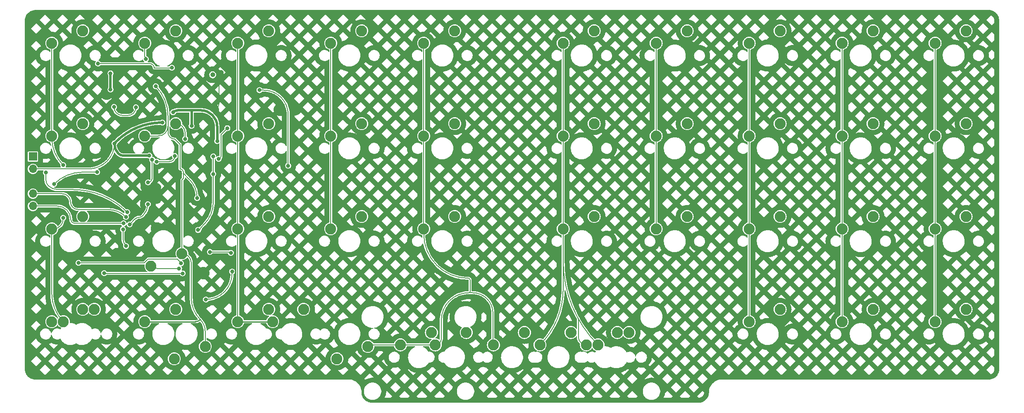
<source format=gbr>
%TF.GenerationSoftware,KiCad,Pcbnew,(7.0.0-0)*%
%TF.CreationDate,2023-07-17T12:18:46-04:00*%
%TF.ProjectId,cutiepie2040_ortho,63757469-6570-4696-9532-3034305f6f72,rev?*%
%TF.SameCoordinates,Original*%
%TF.FileFunction,Copper,L1,Top*%
%TF.FilePolarity,Positive*%
%FSLAX46Y46*%
G04 Gerber Fmt 4.6, Leading zero omitted, Abs format (unit mm)*
G04 Created by KiCad (PCBNEW (7.0.0-0)) date 2023-07-17 12:18:46*
%MOMM*%
%LPD*%
G01*
G04 APERTURE LIST*
%TA.AperFunction,ComponentPad*%
%ADD10C,2.250000*%
%TD*%
%TA.AperFunction,ComponentPad*%
%ADD11R,1.000000X1.000000*%
%TD*%
%TA.AperFunction,ComponentPad*%
%ADD12O,1.000000X1.000000*%
%TD*%
%TA.AperFunction,ComponentPad*%
%ADD13C,0.600000*%
%TD*%
%TA.AperFunction,ComponentPad*%
%ADD14R,1.700000X1.700000*%
%TD*%
%TA.AperFunction,ComponentPad*%
%ADD15O,1.700000X1.700000*%
%TD*%
%TA.AperFunction,ViaPad*%
%ADD16C,0.800000*%
%TD*%
%TA.AperFunction,Conductor*%
%ADD17C,0.200000*%
%TD*%
%TA.AperFunction,Conductor*%
%ADD18C,0.500000*%
%TD*%
%TA.AperFunction,Conductor*%
%ADD19C,0.250000*%
%TD*%
G04 APERTURE END LIST*
D10*
%TO.P,MX35,1,COL*%
%TO.N,col9*%
X231640000Y-52760000D03*
%TO.P,MX35,2,ROW*%
%TO.N,Net-(D35-A)*%
X237990000Y-50220000D03*
%TD*%
%TO.P,MX22,1,COL*%
%TO.N,col5*%
X155440000Y-90860000D03*
%TO.P,MX22,2,ROW*%
%TO.N,Net-(D22-A)*%
X161790000Y-88320000D03*
%TD*%
%TO.P,MX18,1,COL*%
%TO.N,col4*%
X126865000Y-90860000D03*
%TO.P,MX18,2,ROW*%
%TO.N,Net-(D18-A)*%
X133215000Y-88320000D03*
%TD*%
%TO.P,MX7,1,COL*%
%TO.N,col1*%
X77335000Y-95940000D03*
%TO.P,MX7,2,ROW*%
%TO.N,Net-(D7-A)*%
X70985000Y-98480000D03*
%TD*%
%TO.P,MX9,1,COL*%
%TO.N,col2*%
X88765000Y-52760000D03*
%TO.P,MX9,2,ROW*%
%TO.N,Net-(D9-A)*%
X95115000Y-50220000D03*
%TD*%
%TO.P,MX4,1,COL*%
%TO.N,col0*%
X50665000Y-109910000D03*
%TO.P,MX4,2,ROW*%
%TO.N,Net-(D4-A)*%
X57015000Y-107370000D03*
%TD*%
%TO.P,MX1,1,COL*%
%TO.N,col0*%
X50665000Y-52760000D03*
%TO.P,MX1,2,ROW*%
%TO.N,Net-(D1-A)*%
X57015000Y-50220000D03*
%TD*%
%TO.P,MX17,1,COL*%
%TO.N,col4*%
X126865000Y-71810000D03*
%TO.P,MX17,2,ROW*%
%TO.N,Net-(D17-A)*%
X133215000Y-69270000D03*
%TD*%
%TO.P,MX2,1,COL*%
%TO.N,col0*%
X50665000Y-71810000D03*
%TO.P,MX2,2,ROW*%
%TO.N,Net-(D2-A)*%
X57015000Y-69270000D03*
%TD*%
%TO.P,MX11,1,COL*%
%TO.N,col2*%
X88765000Y-90860000D03*
%TO.P,MX11,2,ROW*%
%TO.N,Net-(D11-A)*%
X95115000Y-88320000D03*
%TD*%
%TO.P,MX23,1,COL*%
%TO.N,col5*%
X150677500Y-114672500D03*
%TO.P,MX23,2,ROW*%
%TO.N,Net-(D23-A)*%
X157027500Y-112132500D03*
%TD*%
%TO.P,MX10,1,COL*%
%TO.N,col2*%
X88765000Y-71810000D03*
%TO.P,MX10,2,ROW*%
%TO.N,Net-(D10-A)*%
X95115000Y-69270000D03*
%TD*%
%TO.P,MX30,1,COL*%
%TO.N,col7*%
X193540000Y-109910000D03*
%TO.P,MX30,2,ROW*%
%TO.N,Net-(D30-A)*%
X199890000Y-107370000D03*
%TD*%
%TO.P,MX12,1,COL*%
%TO.N,col2*%
X95908750Y-109910000D03*
%TO.P,MX12,2,ROW*%
%TO.N,Net-(D12-A)*%
X102258750Y-107370000D03*
%TD*%
%TO.P,MX23,1,COL*%
%TO.N,col5*%
X160202500Y-114672500D03*
%TO.P,MX23,2,ROW*%
%TO.N,Net-(D23-A)*%
X166552500Y-112132500D03*
%TD*%
%TO.P,MX19,1,COL*%
%TO.N,col4*%
X115435000Y-114990000D03*
%TO.P,MX19,2,ROW*%
%TO.N,Net-(D19-A)*%
X109085000Y-117530000D03*
%TD*%
%TO.P,MX4,1,COL*%
%TO.N,col0*%
X53046250Y-109910000D03*
%TO.P,MX4,2,ROW*%
%TO.N,Net-(D4-A)*%
X59396250Y-107370000D03*
%TD*%
%TO.P,MX33,1,COL*%
%TO.N,col8*%
X212590000Y-90860000D03*
%TO.P,MX33,2,ROW*%
%TO.N,Net-(D33-A)*%
X218940000Y-88320000D03*
%TD*%
%TO.P,MX13,1,COL*%
%TO.N,col3*%
X107815000Y-52760000D03*
%TO.P,MX13,2,ROW*%
%TO.N,Net-(D13-A)*%
X114165000Y-50220000D03*
%TD*%
%TO.P,MX29,1,COL*%
%TO.N,col7*%
X193540000Y-90860000D03*
%TO.P,MX29,2,ROW*%
%TO.N,Net-(D29-A)*%
X199890000Y-88320000D03*
%TD*%
%TO.P,MX15,1,COL*%
%TO.N,col3*%
X107815000Y-90860000D03*
%TO.P,MX15,2,ROW*%
%TO.N,Net-(D15-A)*%
X114165000Y-88320000D03*
%TD*%
%TO.P,MX14,1,COL*%
%TO.N,col3*%
X107815000Y-71810000D03*
%TO.P,MX14,2,ROW*%
%TO.N,Net-(D14-A)*%
X114165000Y-69270000D03*
%TD*%
%TO.P,MX16,1,COL*%
%TO.N,col4*%
X126865000Y-52760000D03*
%TO.P,MX16,2,ROW*%
%TO.N,Net-(D16-A)*%
X133215000Y-50220000D03*
%TD*%
%TO.P,MX5,1,COL*%
%TO.N,col1*%
X69715000Y-52760000D03*
%TO.P,MX5,2,ROW*%
%TO.N,Net-(D5-A)*%
X76065000Y-50220000D03*
%TD*%
%TO.P,MX24,1,COL*%
%TO.N,col6*%
X174490000Y-52760000D03*
%TO.P,MX24,2,ROW*%
%TO.N,Net-(D24-A)*%
X180840000Y-50220000D03*
%TD*%
%TO.P,MX21,1,COL*%
%TO.N,col5*%
X155440000Y-71810000D03*
%TO.P,MX21,2,ROW*%
%TO.N,Net-(D21-A)*%
X161790000Y-69270000D03*
%TD*%
%TO.P,MX32,1,COL*%
%TO.N,col8*%
X212590000Y-71810000D03*
%TO.P,MX32,2,ROW*%
%TO.N,Net-(D32-A)*%
X218940000Y-69270000D03*
%TD*%
%TO.P,MX38,1,COL*%
%TO.N,col9*%
X231640000Y-109910000D03*
%TO.P,MX38,2,ROW*%
%TO.N,Net-(D38-A)*%
X237990000Y-107370000D03*
%TD*%
%TO.P,MX20,1,COL*%
%TO.N,col5*%
X155440000Y-52760000D03*
%TO.P,MX20,2,ROW*%
%TO.N,Net-(D20-A)*%
X161790000Y-50220000D03*
%TD*%
%TO.P,MX8,1,COL*%
%TO.N,col1*%
X82097500Y-114990000D03*
%TO.P,MX8,2,ROW*%
%TO.N,Net-(D8-A)*%
X75747500Y-117530000D03*
%TD*%
%TO.P,MX6,1,COL*%
%TO.N,col1*%
X69715000Y-71810000D03*
%TO.P,MX6,2,ROW*%
%TO.N,Net-(D6-A)*%
X76065000Y-69270000D03*
%TD*%
%TO.P,MX36,1,COL*%
%TO.N,col9*%
X231640000Y-71810000D03*
%TO.P,MX36,2,ROW*%
%TO.N,Net-(D36-A)*%
X237990000Y-69270000D03*
%TD*%
%TO.P,MX37,1,COL*%
%TO.N,col9*%
X231640000Y-90860000D03*
%TO.P,MX37,2,ROW*%
%TO.N,Net-(D37-A)*%
X237990000Y-88320000D03*
%TD*%
%TO.P,MX8,1,COL*%
%TO.N,col1*%
X69715000Y-109910000D03*
%TO.P,MX8,2,ROW*%
%TO.N,Net-(D8-A)*%
X76065000Y-107370000D03*
%TD*%
%TO.P,MX26,1,COL*%
%TO.N,col6*%
X174490000Y-90860000D03*
%TO.P,MX26,2,ROW*%
%TO.N,Net-(D26-A)*%
X180840000Y-88320000D03*
%TD*%
%TO.P,MX19,1,COL*%
%TO.N,col4*%
X141152500Y-114672500D03*
%TO.P,MX19,2,ROW*%
%TO.N,Net-(D19-A)*%
X147502500Y-112132500D03*
%TD*%
%TO.P,MX19,1,COL*%
%TO.N,col4*%
X129246250Y-114672500D03*
%TO.P,MX19,2,ROW*%
%TO.N,Net-(D19-A)*%
X135596250Y-112132500D03*
%TD*%
%TO.P,MX23,1,COL*%
%TO.N,col5*%
X162583750Y-114672500D03*
%TO.P,MX23,2,ROW*%
%TO.N,Net-(D23-A)*%
X168933750Y-112132500D03*
%TD*%
%TO.P,MX12,1,COL*%
%TO.N,col2*%
X88765000Y-109910000D03*
%TO.P,MX12,2,ROW*%
%TO.N,Net-(D12-A)*%
X95115000Y-107370000D03*
%TD*%
%TO.P,MX3,1,COL*%
%TO.N,col0*%
X50665000Y-90860000D03*
%TO.P,MX3,2,ROW*%
%TO.N,Net-(D3-A)*%
X57015000Y-88320000D03*
%TD*%
%TO.P,MX27,1,COL*%
%TO.N,col7*%
X193540000Y-52760000D03*
%TO.P,MX27,2,ROW*%
%TO.N,Net-(D27-A)*%
X199890000Y-50220000D03*
%TD*%
%TO.P,MX28,1,COL*%
%TO.N,col7*%
X193540000Y-71810000D03*
%TO.P,MX28,2,ROW*%
%TO.N,Net-(D28-A)*%
X199890000Y-69270000D03*
%TD*%
%TO.P,MX25,1,COL*%
%TO.N,col6*%
X174490000Y-71810000D03*
%TO.P,MX25,2,ROW*%
%TO.N,Net-(D25-A)*%
X180840000Y-69270000D03*
%TD*%
%TO.P,MX34,1,COL*%
%TO.N,col8*%
X212590000Y-109910000D03*
%TO.P,MX34,2,ROW*%
%TO.N,Net-(D34-A)*%
X218940000Y-107370000D03*
%TD*%
%TO.P,MX19,1,COL*%
%TO.N,col4*%
X122102500Y-114672500D03*
%TO.P,MX19,2,ROW*%
%TO.N,Net-(D19-A)*%
X128452500Y-112132500D03*
%TD*%
%TO.P,MX31,1,COL*%
%TO.N,col8*%
X212590000Y-52760000D03*
%TO.P,MX31,2,ROW*%
%TO.N,Net-(D31-A)*%
X218940000Y-50220000D03*
%TD*%
D11*
%TO.P,SW1,1,1*%
%TO.N,GND*%
X84899999Y-59249999D03*
D12*
%TO.P,SW1,2,2*%
%TO.N,Net-(R_Flash1-Pad1)*%
X83629999Y-59249999D03*
%TD*%
D13*
%TO.P,U1,57,GND*%
%TO.N,GND*%
X72225000Y-84875000D03*
X72225000Y-83600000D03*
X72225000Y-82325000D03*
X70950000Y-84875000D03*
X70950000Y-83600000D03*
X70950000Y-82325000D03*
X69675000Y-84875000D03*
X69675000Y-83600000D03*
X69675000Y-82325000D03*
%TD*%
D14*
%TO.P,J2,1,Pin_1*%
%TO.N,RESET*%
X46799999Y-76024999D03*
D15*
%TO.P,J2,2,Pin_2*%
%TO.N,+3V3*%
X46799999Y-78564999D03*
%TO.P,J2,3,Pin_3*%
%TO.N,GND*%
X46799999Y-81104999D03*
%TO.P,J2,4,Pin_4*%
%TO.N,SWDIO*%
X46799999Y-83644999D03*
%TO.P,J2,5,Pin_5*%
%TO.N,SWCLK*%
X46799999Y-86184999D03*
%TD*%
D16*
%TO.N,row1*%
X80650000Y-91100000D03*
%TO.N,GND*%
X78000000Y-68300000D03*
X76950000Y-72300000D03*
X75600000Y-71150000D03*
X100450000Y-66350000D03*
X97400000Y-66400000D03*
X81700000Y-99950000D03*
X79400000Y-91350000D03*
X76300000Y-91300000D03*
%TO.N,+3V3*%
X70649500Y-75850000D03*
%TO.N,SD3*%
X72178611Y-77061346D03*
X75900000Y-75917158D03*
%TO.N,+1V1*%
X71249500Y-76692894D03*
%TO.N,row1*%
X83750000Y-79600000D03*
%TO.N,CS*%
X93200000Y-62400000D03*
X99100000Y-77900000D03*
%TO.N,row3*%
X87600000Y-99650000D03*
%TO.N,Net-(D7-A)*%
X76750000Y-99000000D03*
%TO.N,row2*%
X83050000Y-95600000D03*
X87350000Y-95772900D03*
%TO.N,row3*%
X82250000Y-105350000D03*
%TO.N,col1*%
X80450000Y-84550000D03*
%TO.N,QSPI_CLK*%
X84850000Y-76500500D03*
X86650000Y-70200000D03*
%TO.N,Net-(D6-A)*%
X78000000Y-72400000D03*
%TO.N,+3V3*%
X79300000Y-69750000D03*
%TO.N,row2*%
X61400000Y-99950000D03*
%TO.N,Net-(C_Crystal2-Pad2)*%
X65250000Y-90950000D03*
X65900000Y-94400000D03*
%TO.N,GND*%
X72215920Y-90801794D03*
%TO.N,+1V1*%
X70400000Y-81350000D03*
X66600000Y-89950000D03*
X70350000Y-85800000D03*
%TO.N,GND*%
X61900000Y-63100000D03*
X83650000Y-66450000D03*
X76950000Y-79550000D03*
X64050000Y-96050000D03*
X76500000Y-87700000D03*
X64300000Y-83800000D03*
X62400000Y-78250000D03*
%TO.N,+3V3*%
X84550000Y-72850000D03*
X73300000Y-69050000D03*
X75500000Y-66950000D03*
X63500000Y-73330000D03*
%TO.N,+5V*%
X62700000Y-58950000D03*
X62700000Y-62250000D03*
%TO.N,row0*%
X60150000Y-56950000D03*
X75250000Y-57800000D03*
%TO.N,row1*%
X51150000Y-81650000D03*
X56150000Y-97850000D03*
X83750000Y-76000000D03*
X59956250Y-79225140D03*
X77150000Y-97950000D03*
%TO.N,row2*%
X77450000Y-100000000D03*
%TO.N,D+*%
X63400000Y-65850000D03*
X67900000Y-65950000D03*
%TO.N,RESET*%
X49450000Y-79300000D03*
X66103818Y-87435488D03*
%TO.N,SWDIO*%
X65849500Y-88402094D03*
%TO.N,SWCLK*%
X65355000Y-89745000D03*
%TO.N,col0*%
X53000000Y-88600000D03*
X53000000Y-77800000D03*
%TO.N,col1*%
X69950000Y-56050000D03*
X71950000Y-61600000D03*
%TD*%
D17*
%TO.N,row1*%
X80700001Y-91100016D02*
G75*
G03*
X81196016Y-90603985I-1J496016D01*
G01*
X80700001Y-91100000D02*
X80650000Y-91100000D01*
%TO.N,Net-(D6-A)*%
X78000000Y-71205000D02*
G75*
G03*
X76065000Y-69270000I-1935000J0D01*
G01*
X78000000Y-71205000D02*
X78000000Y-72400000D01*
%TO.N,col1*%
X74477500Y-71077500D02*
G75*
G03*
X75850000Y-72450000I1372500J0D01*
G01*
X77649950Y-79260050D02*
G75*
G03*
X76950000Y-78560050I-699950J50D01*
G01*
X74477500Y-69600000D02*
X74477500Y-71077500D01*
X75850000Y-72450000D02*
X75900000Y-72450000D01*
X75900000Y-72450000D02*
X76950000Y-73500000D01*
X76950000Y-73500000D02*
X76950000Y-78560050D01*
X77650000Y-79260050D02*
X77650000Y-79500000D01*
%TO.N,SWCLK*%
X46800000Y-86185000D02*
X51785000Y-86185000D01*
X54550000Y-88950000D02*
G75*
G03*
X51785000Y-86185000I-2765000J0D01*
G01*
X54550000Y-88950000D02*
G75*
G03*
X55345000Y-89745000I795000J0D01*
G01*
X55345000Y-89745000D02*
X65355000Y-89745000D01*
D18*
%TO.N,+3V3*%
X65386396Y-75850000D02*
X70649500Y-75850000D01*
D17*
%TO.N,SD3*%
X72178611Y-77061346D02*
X74755812Y-77061346D01*
X74755812Y-77061400D02*
G75*
G03*
X75900000Y-75917158I-12J1144200D01*
G01*
%TO.N,+1V1*%
X71193725Y-80650000D02*
X71193725Y-76748669D01*
X71249500Y-76692925D02*
G75*
G03*
X71193725Y-76748669I0J-55775D01*
G01*
%TO.N,row1*%
X83750000Y-76000000D02*
X83750000Y-79600000D01*
X83750000Y-79600000D02*
X83750000Y-85433705D01*
%TO.N,CS*%
X93200000Y-62400000D02*
X94050000Y-62400000D01*
X99100000Y-67450000D02*
G75*
G03*
X94050000Y-62400000I-5050000J0D01*
G01*
X99100000Y-77900000D02*
X99100000Y-67450000D01*
%TO.N,col9*%
X231640000Y-52760000D02*
X231640000Y-90860000D01*
%TO.N,col8*%
X212590000Y-52760000D02*
X212590000Y-90860000D01*
%TO.N,col7*%
X193540000Y-52760000D02*
X193540000Y-90860000D01*
%TO.N,col6*%
X174490000Y-52760000D02*
X174490000Y-90860000D01*
%TO.N,col5*%
X155440000Y-71810000D02*
X155440000Y-90860000D01*
X155440000Y-52760000D02*
X155440000Y-71810000D01*
%TO.N,col4*%
X126865000Y-91865000D02*
G75*
G03*
X136000000Y-101000000I9135000J0D01*
G01*
X130474027Y-109625974D02*
X130474027Y-113444723D01*
X136393600Y-101393596D02*
G75*
G03*
X136000000Y-101000000I-393600J-4D01*
G01*
X136125980Y-103973996D02*
G75*
G03*
X136393596Y-103706405I20J267596D01*
G01*
X136125980Y-103974027D02*
G75*
G03*
X130474027Y-109625974I20J-5651973D01*
G01*
X129246250Y-114672527D02*
G75*
G03*
X130474027Y-113444723I-50J1227827D01*
G01*
X136393596Y-101393596D02*
X136393596Y-103706405D01*
X141049962Y-108150000D02*
G75*
G03*
X136874538Y-103974538I-4175462J0D01*
G01*
X136050000Y-103974538D02*
X136874538Y-103974538D01*
X141050000Y-108150000D02*
X141050000Y-114570000D01*
X126865000Y-71810000D02*
X126865000Y-90860000D01*
X126865000Y-52760000D02*
X126865000Y-71810000D01*
%TO.N,col3*%
X107815000Y-71810000D02*
X107815000Y-90860000D01*
X107815000Y-52760000D02*
X107815000Y-71810000D01*
%TO.N,row3*%
X87600000Y-99650000D02*
X87600000Y-100000000D01*
X82250000Y-105350000D02*
G75*
G03*
X87600000Y-100000000I0J5350000D01*
G01*
%TO.N,col2*%
X88765000Y-90860000D02*
X88765000Y-109910000D01*
X88765000Y-71810000D02*
X88765000Y-90860000D01*
X88765000Y-52760000D02*
X88765000Y-71810000D01*
%TO.N,+3V3*%
X58171756Y-78564952D02*
G75*
G03*
X61950000Y-77000000I44J5343252D01*
G01*
%TO.N,Net-(D7-A)*%
X76750000Y-99000000D02*
X72240391Y-99000000D01*
X70985003Y-98479997D02*
G75*
G03*
X72240391Y-99000000I1255397J1255397D01*
G01*
%TO.N,row2*%
X83050000Y-95600000D02*
X86932583Y-95600000D01*
X87350005Y-95772895D02*
G75*
G03*
X86932583Y-95600000I-417405J-417405D01*
G01*
%TO.N,col1*%
X77650000Y-80500000D02*
X77650000Y-79500000D01*
X80449995Y-84550000D02*
G75*
G03*
X78859010Y-80709009I-5431995J0D01*
G01*
X78859010Y-80709009D02*
X77650000Y-79500000D01*
X74477500Y-67701924D02*
X74477500Y-69600000D01*
X74477500Y-69600000D02*
X74477500Y-69810000D01*
X77335000Y-80815000D02*
X77650000Y-80500000D01*
X77335000Y-95940000D02*
X77335000Y-80815000D01*
X79240000Y-97845000D02*
X79240000Y-105009563D01*
X79240000Y-97845000D02*
G75*
G03*
X77335000Y-95940000I-1905000J0D01*
G01*
%TO.N,QSPI_CLK*%
X84850000Y-76500517D02*
G75*
G03*
X85326617Y-76023883I0J476617D01*
G01*
X85326617Y-71523383D02*
X85326617Y-76023883D01*
X86650000Y-70200000D02*
X85326617Y-71523383D01*
%TO.N,col1*%
X72477500Y-71810000D02*
X69715000Y-71810000D01*
%TO.N,GND*%
X84900000Y-59250000D02*
X84900000Y-65200000D01*
X83650000Y-66450000D02*
G75*
G03*
X84900000Y-65200000I0J1250000D01*
G01*
D18*
%TO.N,+3V3*%
X81250000Y-66550000D02*
X79300000Y-66550000D01*
X79300000Y-66550000D02*
X79300000Y-69750000D01*
X79300000Y-66550000D02*
X76465685Y-66550000D01*
D17*
%TO.N,row1*%
X56150000Y-97850000D02*
X69599745Y-97850000D01*
X69599745Y-97850000D02*
X70394745Y-97055000D01*
X70394745Y-97055000D02*
X76352711Y-97055000D01*
X76352711Y-97055000D02*
X77147186Y-97849475D01*
X77147186Y-97849475D02*
X77150000Y-97950000D01*
%TO.N,row2*%
X61450000Y-100000000D02*
X77450000Y-100000000D01*
X61400000Y-99950000D02*
G75*
G03*
X61450000Y-100000000I50000J0D01*
G01*
%TO.N,Net-(C_Crystal2-Pad2)*%
X65250017Y-92830762D02*
G75*
G03*
X65900001Y-94399999I2219183J-38D01*
G01*
X65250000Y-92830762D02*
X65250000Y-90950000D01*
%TO.N,+1V1*%
X69200000Y-88250000D02*
X69430761Y-88019239D01*
X66600000Y-89950000D02*
X67661091Y-88888909D01*
X69197488Y-88252513D02*
X69200000Y-88250000D01*
X68600000Y-88499995D02*
G75*
G03*
X67661091Y-88888909I0J-1327805D01*
G01*
X70400000Y-81350000D02*
G75*
G03*
X71200000Y-80550000I0J800000D01*
G01*
X68600000Y-88499993D02*
G75*
G03*
X69197488Y-88252513I0J844993D01*
G01*
X69430766Y-88019244D02*
G75*
G03*
X70350000Y-85800000I-2219266J2219244D01*
G01*
D18*
%TO.N,+3V3*%
X84550000Y-69850000D02*
X84550000Y-72850000D01*
D17*
X46800000Y-78565000D02*
X58171756Y-78565000D01*
D18*
X63500000Y-73330000D02*
X63500000Y-73468630D01*
D17*
X61950000Y-77000000D02*
X62000934Y-76949066D01*
D18*
X63876770Y-72953229D02*
X63500000Y-73330000D01*
X63499988Y-73468630D02*
G75*
G03*
X64300000Y-75400000I2731412J30D01*
G01*
X73300000Y-69050012D02*
G75*
G03*
X63876770Y-72953229I0J-13326488D01*
G01*
D17*
X62000927Y-76949059D02*
G75*
G03*
X63500000Y-73330000I-3619027J3619059D01*
G01*
D18*
X76465685Y-66549994D02*
G75*
G03*
X75500000Y-66950000I15J-1365706D01*
G01*
X84550000Y-69850000D02*
G75*
G03*
X81250000Y-66550000I-3300000J0D01*
G01*
X64300001Y-75399999D02*
G75*
G03*
X65386396Y-75850000I1086399J1086399D01*
G01*
%TO.N,+5V*%
X62700000Y-58950000D02*
X62700000Y-62250000D01*
D17*
%TO.N,row0*%
X60150000Y-56950000D02*
X70750000Y-56950000D01*
X71650000Y-57850000D02*
X75200000Y-57850000D01*
X71650000Y-57850000D02*
G75*
G03*
X70750000Y-56950000I-900000J0D01*
G01*
X75200000Y-57850000D02*
G75*
G03*
X75250000Y-57800000I0J50000D01*
G01*
%TO.N,row1*%
X57004129Y-79225140D02*
X59956250Y-79225140D01*
X81196016Y-90603985D02*
X81900000Y-89900000D01*
X57004129Y-79225153D02*
G75*
G03*
X51150000Y-81650000I-29J-8278947D01*
G01*
X81899999Y-89899999D02*
G75*
G03*
X83750000Y-85433705I-4466299J4466299D01*
G01*
%TO.N,D+*%
X65150000Y-67600000D02*
X66250000Y-67600000D01*
X66250000Y-67600000D02*
G75*
G03*
X67900000Y-65950000I0J1650000D01*
G01*
X63400000Y-65850000D02*
G75*
G03*
X65150000Y-67600000I1750000J0D01*
G01*
%TO.N,RESET*%
X51881370Y-82800000D02*
X54912761Y-82800000D01*
X49450000Y-80792894D02*
X49450000Y-79300000D01*
X49450003Y-80792894D02*
G75*
G03*
X49950000Y-82000000I1707097J-6D01*
G01*
X49950009Y-81999991D02*
G75*
G03*
X51881370Y-82800000I1931391J1931391D01*
G01*
X66103817Y-87435489D02*
G75*
G03*
X54912761Y-82800000I-11191057J-11191051D01*
G01*
%TO.N,SWDIO*%
X57005000Y-86895000D02*
X56795000Y-86895000D01*
X56795000Y-86895000D02*
X56355000Y-86895000D01*
X56795000Y-86895000D02*
X62211054Y-86895000D01*
X46800000Y-83645000D02*
X52795000Y-83645000D01*
X56045000Y-86895000D02*
X57005000Y-86895000D01*
X56355000Y-86895000D02*
G75*
G03*
X56350000Y-86900000I0J-5000D01*
G01*
X54500000Y-85350000D02*
G75*
G03*
X56045000Y-86895000I1545000J0D01*
G01*
X54500000Y-85350000D02*
G75*
G03*
X52795000Y-83645000I-1705000J0D01*
G01*
X65849515Y-88402079D02*
G75*
G03*
X62211054Y-86895000I-3638415J-3638421D01*
G01*
%TO.N,col0*%
X53000000Y-88600000D02*
X53000000Y-88860000D01*
X50665000Y-104161154D02*
X50665000Y-90860000D01*
X50665000Y-52760000D02*
X50665000Y-71810000D01*
X50664996Y-72162812D02*
G75*
G03*
X53000000Y-77800000I7972204J12D01*
G01*
X51000000Y-90860000D02*
G75*
G03*
X53000000Y-88860000I0J2000000D01*
G01*
X50665034Y-104161154D02*
G75*
G03*
X53046250Y-109910000I8130066J-46D01*
G01*
%TO.N,col1*%
X82097500Y-111908178D02*
X82097500Y-114990000D01*
X69715000Y-52760000D02*
X69715000Y-55482660D01*
D19*
X69715000Y-109910000D02*
X80110173Y-109910000D01*
X80110173Y-109909988D02*
G75*
G03*
X81100000Y-109500000I27J1399788D01*
G01*
D17*
X69715017Y-55482660D02*
G75*
G03*
X69950000Y-56050000I802283J-40D01*
G01*
X72477500Y-71810000D02*
G75*
G03*
X74477500Y-69810000I0J2000000D01*
G01*
X74477489Y-67701924D02*
G75*
G03*
X71949999Y-61600001I-8629389J24D01*
G01*
X82097509Y-111908178D02*
G75*
G03*
X81100000Y-109500000I-3405709J-22D01*
G01*
X79240002Y-105009563D02*
G75*
G03*
X81100000Y-109500000I6350448J3D01*
G01*
D19*
%TO.N,col2*%
X88765000Y-109910000D02*
X95908750Y-109910000D01*
D17*
%TO.N,col4*%
X116201512Y-114672500D02*
X122102500Y-114672500D01*
X122102500Y-114672500D02*
X129246250Y-114672500D01*
%TO.N,col5*%
X155440000Y-97425962D02*
X155440000Y-103174808D01*
X155440000Y-90860000D02*
X155440000Y-97425962D01*
X158552217Y-109347783D02*
X158552217Y-113022217D01*
X150677498Y-114672498D02*
G75*
G03*
X155440000Y-103174808I-11497698J11497698D01*
G01*
X155440000Y-97425962D02*
G75*
G03*
X162583751Y-114672499I24390290J2D01*
G01*
X158552200Y-113022217D02*
G75*
G03*
X160202500Y-114672500I1650300J17D01*
G01*
%TO.N,col7*%
X193540000Y-90860000D02*
X193540000Y-109910000D01*
%TO.N,col8*%
X212590000Y-90860000D02*
X212590000Y-109910000D01*
%TO.N,col9*%
X231640000Y-90860000D02*
X231640000Y-109910000D01*
%TD*%
%TA.AperFunction,Conductor*%
%TO.N,GND*%
G36*
X47346989Y-45975583D02*
G01*
X47380334Y-45977165D01*
X47384332Y-45975726D01*
X47387371Y-45975500D01*
X242881583Y-45975500D01*
X242892882Y-45976367D01*
X243139587Y-46014487D01*
X243148781Y-46016514D01*
X243394612Y-46087431D01*
X243403482Y-46090615D01*
X243624885Y-46186426D01*
X243638283Y-46192224D01*
X243646683Y-46196514D01*
X243866645Y-46327162D01*
X243874423Y-46332480D01*
X244074351Y-46488774D01*
X244075991Y-46490056D01*
X244083037Y-46496328D01*
X244262907Y-46678250D01*
X244269098Y-46685366D01*
X244424375Y-46888705D01*
X244429610Y-46896552D01*
X244557750Y-47117976D01*
X244561945Y-47126424D01*
X244660883Y-47362361D01*
X244663969Y-47371275D01*
X244732087Y-47617876D01*
X244734014Y-47627109D01*
X244770212Y-47880381D01*
X244770948Y-47889785D01*
X244774501Y-48136473D01*
X244774449Y-48137624D01*
X244774500Y-48137624D01*
X244774500Y-48153428D01*
X244774410Y-48157080D01*
X244773135Y-48182875D01*
X244773135Y-48182877D01*
X244772776Y-48190152D01*
X244774262Y-48194309D01*
X244774500Y-48197538D01*
X244774500Y-119844060D01*
X244773676Y-119855076D01*
X244735845Y-120106384D01*
X244733849Y-120115602D01*
X244662788Y-120365579D01*
X244659636Y-120374470D01*
X244557348Y-120613387D01*
X244553090Y-120621804D01*
X244421245Y-120845762D01*
X244415951Y-120853569D01*
X244256686Y-121058936D01*
X244250442Y-121066006D01*
X244066352Y-121249439D01*
X244059260Y-121255658D01*
X243853321Y-121414191D01*
X243845495Y-121419457D01*
X243621062Y-121550505D01*
X243612629Y-121554732D01*
X243373363Y-121656159D01*
X243364462Y-121659280D01*
X243114217Y-121729452D01*
X243104991Y-121731414D01*
X242847876Y-121769179D01*
X242838475Y-121769953D01*
X242588970Y-121774515D01*
X242587376Y-121774441D01*
X242587376Y-121774500D01*
X242571028Y-121774500D01*
X242567664Y-121774423D01*
X242541347Y-121773225D01*
X242541344Y-121773225D01*
X242534064Y-121772894D01*
X242530221Y-121774284D01*
X242527369Y-121774500D01*
X187862325Y-121774500D01*
X187859116Y-121774263D01*
X187854968Y-121772780D01*
X187847688Y-121773138D01*
X187847684Y-121773138D01*
X187821891Y-121774410D01*
X187818249Y-121774500D01*
X187802410Y-121774500D01*
X187798620Y-121775364D01*
X187794896Y-121775666D01*
X187669844Y-121781828D01*
X187667774Y-121781930D01*
X187665743Y-121782260D01*
X187665731Y-121782262D01*
X187378594Y-121829021D01*
X187378590Y-121829021D01*
X187376538Y-121829356D01*
X187374539Y-121829916D01*
X187374530Y-121829919D01*
X187094445Y-121908529D01*
X187094438Y-121908531D01*
X187092444Y-121909091D01*
X187090538Y-121909865D01*
X187090518Y-121909872D01*
X186820989Y-122019351D01*
X186820972Y-122019358D01*
X186819064Y-122020134D01*
X186817250Y-122021120D01*
X186817238Y-122021126D01*
X186561663Y-122160093D01*
X186561655Y-122160097D01*
X186559836Y-122161087D01*
X186558141Y-122162271D01*
X186558130Y-122162279D01*
X186319725Y-122328985D01*
X186319712Y-122328994D01*
X186318019Y-122330179D01*
X186316472Y-122331541D01*
X186316456Y-122331555D01*
X186098212Y-122523909D01*
X186098205Y-122523915D01*
X186096655Y-122525282D01*
X186095273Y-122526806D01*
X186095262Y-122526818D01*
X185967484Y-122667840D01*
X185898528Y-122743943D01*
X185897317Y-122745624D01*
X185897313Y-122745630D01*
X185727341Y-122981729D01*
X185726129Y-122983413D01*
X185581626Y-123240679D01*
X185580825Y-123242575D01*
X185580818Y-123242590D01*
X185467646Y-123510588D01*
X185466836Y-123512507D01*
X185466245Y-123514503D01*
X185466244Y-123514509D01*
X185383791Y-123793490D01*
X185383787Y-123793504D01*
X185383204Y-123795479D01*
X185382846Y-123797499D01*
X185382843Y-123797514D01*
X185332141Y-124083990D01*
X185332139Y-124084006D01*
X185331780Y-124086035D01*
X185331650Y-124088093D01*
X185331648Y-124088112D01*
X185313341Y-124378447D01*
X185313340Y-124378460D01*
X185313211Y-124380521D01*
X185313313Y-124382592D01*
X185313313Y-124382596D01*
X185319476Y-124507698D01*
X185319086Y-124519751D01*
X185291534Y-124760541D01*
X185289984Y-124769342D01*
X185231733Y-125012903D01*
X185229134Y-125021452D01*
X185141948Y-125256219D01*
X185138337Y-125264393D01*
X185023489Y-125486939D01*
X185018919Y-125494618D01*
X184878085Y-125701696D01*
X184872622Y-125708769D01*
X184707853Y-125897362D01*
X184701578Y-125903724D01*
X184515277Y-126071082D01*
X184508282Y-126076641D01*
X184303173Y-126220320D01*
X184295557Y-126224996D01*
X184074614Y-126342909D01*
X184066491Y-126346632D01*
X183832960Y-126437048D01*
X183824447Y-126439766D01*
X183581705Y-126501378D01*
X183572927Y-126503049D01*
X183324537Y-126534951D01*
X183315621Y-126535552D01*
X183075026Y-126537214D01*
X183073081Y-126537112D01*
X183072590Y-126537000D01*
X183070940Y-126537000D01*
X183057343Y-126537000D01*
X183053385Y-126536894D01*
X183028178Y-126535543D01*
X183028173Y-126535543D01*
X183020898Y-126535154D01*
X183016405Y-126536739D01*
X183012756Y-126537000D01*
X116437177Y-126537000D01*
X116432787Y-126536700D01*
X116427770Y-126534967D01*
X116420496Y-126535404D01*
X116420493Y-126535404D01*
X116396204Y-126536866D01*
X116391760Y-126537000D01*
X116377410Y-126537000D01*
X116376663Y-126537170D01*
X116374434Y-126537289D01*
X116113645Y-126535890D01*
X116103991Y-126535205D01*
X116027442Y-126524709D01*
X115837026Y-126498601D01*
X115827542Y-126496662D01*
X115567630Y-126425523D01*
X115558481Y-126422362D01*
X115310089Y-126317911D01*
X115301431Y-126313584D01*
X115068786Y-126177598D01*
X115060767Y-126172177D01*
X114847869Y-126006995D01*
X114840626Y-126000574D01*
X114651111Y-125809018D01*
X114644767Y-125801706D01*
X114618062Y-125766515D01*
X114481868Y-125587041D01*
X114476536Y-125578966D01*
X114428170Y-125494148D01*
X114343058Y-125344888D01*
X114338824Y-125336185D01*
X114307914Y-125260417D01*
X114237034Y-125086673D01*
X114233974Y-125077496D01*
X114165623Y-124816832D01*
X114163790Y-124807354D01*
X114131127Y-124548559D01*
X114130658Y-124535248D01*
X114137541Y-124410056D01*
X114132994Y-124330780D01*
X114609000Y-124330780D01*
X114609412Y-124333516D01*
X114609413Y-124333524D01*
X114648314Y-124591616D01*
X114648316Y-124591628D01*
X114648729Y-124594363D01*
X114649546Y-124597011D01*
X114649547Y-124597016D01*
X114726481Y-124846431D01*
X114726483Y-124846437D01*
X114727299Y-124849081D01*
X114728497Y-124851570D01*
X114728500Y-124851576D01*
X114841754Y-125086750D01*
X114842955Y-125089243D01*
X114844508Y-125091521D01*
X114844511Y-125091526D01*
X114991556Y-125307202D01*
X114991561Y-125307208D01*
X114993114Y-125309486D01*
X114994989Y-125311506D01*
X114994994Y-125311513D01*
X115172533Y-125502854D01*
X115172538Y-125502858D01*
X115174421Y-125504888D01*
X115176593Y-125506620D01*
X115176594Y-125506621D01*
X115267311Y-125578966D01*
X115382826Y-125671086D01*
X115613674Y-125804366D01*
X115861808Y-125901752D01*
X116121685Y-125961067D01*
X116320953Y-125976000D01*
X116452668Y-125976000D01*
X116454047Y-125976000D01*
X116653315Y-125961067D01*
X116913192Y-125901752D01*
X117161326Y-125804366D01*
X117392174Y-125671086D01*
X117577867Y-125523000D01*
X118848615Y-125523000D01*
X120062628Y-125523000D01*
X120404729Y-125180899D01*
X121838742Y-125180899D01*
X122180843Y-125523000D01*
X123654730Y-125523000D01*
X123996830Y-125180899D01*
X125430844Y-125180899D01*
X125772945Y-125523000D01*
X127246833Y-125523000D01*
X127588934Y-125180899D01*
X129022947Y-125180899D01*
X129365048Y-125523000D01*
X130838935Y-125523000D01*
X131181036Y-125180898D01*
X130101991Y-124101854D01*
X129022947Y-125180899D01*
X127588934Y-125180899D01*
X126509889Y-124101854D01*
X125430844Y-125180899D01*
X123996830Y-125180899D01*
X123996831Y-125180898D01*
X122917786Y-124101854D01*
X121838742Y-125180899D01*
X120404729Y-125180899D01*
X119325684Y-124101854D01*
X119180000Y-124247538D01*
X119180000Y-124330780D01*
X119179948Y-124333548D01*
X119177524Y-124398302D01*
X119177369Y-124401067D01*
X119176542Y-124412096D01*
X119176283Y-124414851D01*
X119169034Y-124479168D01*
X119168673Y-124481909D01*
X119128944Y-124745492D01*
X119128481Y-124748220D01*
X119116444Y-124811841D01*
X119115879Y-124814550D01*
X119113418Y-124825333D01*
X119112752Y-124828019D01*
X119095988Y-124890585D01*
X119095221Y-124893245D01*
X119016651Y-125147963D01*
X119015787Y-125150590D01*
X118994411Y-125211684D01*
X118993449Y-125214277D01*
X118989409Y-125224572D01*
X118988349Y-125227130D01*
X118962439Y-125286520D01*
X118961285Y-125289037D01*
X118848615Y-125523000D01*
X117577867Y-125523000D01*
X117600579Y-125504888D01*
X117781886Y-125309486D01*
X117932045Y-125089244D01*
X118047701Y-124849081D01*
X118126271Y-124594363D01*
X118166000Y-124330780D01*
X118166000Y-124064220D01*
X118126271Y-123800637D01*
X118047701Y-123545919D01*
X117970133Y-123384847D01*
X120042690Y-123384847D01*
X121121735Y-124463892D01*
X122200779Y-123384847D01*
X123634793Y-123384847D01*
X124713837Y-124463892D01*
X125792882Y-123384847D01*
X127226895Y-123384847D01*
X128305940Y-124463892D01*
X129384984Y-123384847D01*
X130818998Y-123384847D01*
X131898042Y-124463891D01*
X132031153Y-124330780D01*
X133659000Y-124330780D01*
X133659412Y-124333516D01*
X133659413Y-124333524D01*
X133698314Y-124591616D01*
X133698316Y-124591628D01*
X133698729Y-124594363D01*
X133699546Y-124597011D01*
X133699547Y-124597016D01*
X133776481Y-124846431D01*
X133776483Y-124846437D01*
X133777299Y-124849081D01*
X133778497Y-124851570D01*
X133778500Y-124851576D01*
X133891754Y-125086750D01*
X133892955Y-125089243D01*
X133894508Y-125091521D01*
X133894511Y-125091526D01*
X134041556Y-125307202D01*
X134041561Y-125307208D01*
X134043114Y-125309486D01*
X134044989Y-125311506D01*
X134044994Y-125311513D01*
X134222533Y-125502854D01*
X134222538Y-125502858D01*
X134224421Y-125504888D01*
X134226593Y-125506620D01*
X134226594Y-125506621D01*
X134317311Y-125578966D01*
X134432826Y-125671086D01*
X134663674Y-125804366D01*
X134911808Y-125901752D01*
X135171685Y-125961067D01*
X135370953Y-125976000D01*
X135502668Y-125976000D01*
X135504047Y-125976000D01*
X135703315Y-125961067D01*
X135963192Y-125901752D01*
X136211326Y-125804366D01*
X136442174Y-125671086D01*
X136650579Y-125504888D01*
X136831886Y-125309486D01*
X136919555Y-125180899D01*
X139799254Y-125180899D01*
X140141355Y-125523000D01*
X141615243Y-125523000D01*
X141957344Y-125180899D01*
X141957343Y-125180898D01*
X143391356Y-125180898D01*
X143733458Y-125523000D01*
X145207345Y-125523000D01*
X145549446Y-125180899D01*
X146983459Y-125180899D01*
X147325560Y-125523000D01*
X148799448Y-125523000D01*
X149141549Y-125180899D01*
X149141548Y-125180898D01*
X150575561Y-125180898D01*
X150917663Y-125523000D01*
X152391550Y-125523000D01*
X152733651Y-125180899D01*
X154167664Y-125180899D01*
X154509765Y-125523000D01*
X155983652Y-125523000D01*
X156325752Y-125180899D01*
X157759766Y-125180899D01*
X158101867Y-125523000D01*
X159575755Y-125523000D01*
X159917856Y-125180899D01*
X161351869Y-125180899D01*
X161693970Y-125523000D01*
X163167857Y-125523000D01*
X163509957Y-125180899D01*
X164943971Y-125180899D01*
X165286072Y-125523000D01*
X166759960Y-125523000D01*
X167102061Y-125180899D01*
X168536074Y-125180899D01*
X168878175Y-125523000D01*
X170352062Y-125523000D01*
X170694163Y-125180898D01*
X169844044Y-124330780D01*
X171759000Y-124330780D01*
X171759412Y-124333516D01*
X171759413Y-124333524D01*
X171798314Y-124591616D01*
X171798316Y-124591628D01*
X171798729Y-124594363D01*
X171799546Y-124597011D01*
X171799547Y-124597016D01*
X171876481Y-124846431D01*
X171876483Y-124846437D01*
X171877299Y-124849081D01*
X171878497Y-124851570D01*
X171878500Y-124851576D01*
X171991754Y-125086750D01*
X171992955Y-125089243D01*
X171994508Y-125091521D01*
X171994511Y-125091526D01*
X172141556Y-125307202D01*
X172141561Y-125307208D01*
X172143114Y-125309486D01*
X172144989Y-125311506D01*
X172144994Y-125311513D01*
X172322533Y-125502854D01*
X172322538Y-125502858D01*
X172324421Y-125504888D01*
X172326593Y-125506620D01*
X172326594Y-125506621D01*
X172417311Y-125578966D01*
X172532826Y-125671086D01*
X172763674Y-125804366D01*
X173011808Y-125901752D01*
X173271685Y-125961067D01*
X173470953Y-125976000D01*
X173602668Y-125976000D01*
X173604047Y-125976000D01*
X173803315Y-125961067D01*
X174063192Y-125901752D01*
X174311326Y-125804366D01*
X174542174Y-125671086D01*
X174750579Y-125504888D01*
X174773708Y-125479961D01*
X176019340Y-125479961D01*
X176062380Y-125523000D01*
X177536267Y-125523000D01*
X177878368Y-125180899D01*
X179312381Y-125180899D01*
X179654482Y-125523000D01*
X181128370Y-125523000D01*
X181470471Y-125180899D01*
X182904483Y-125180899D01*
X183245595Y-125522011D01*
X183251751Y-125521968D01*
X183387358Y-125504552D01*
X183519879Y-125470916D01*
X183647356Y-125421561D01*
X183767968Y-125357193D01*
X183879950Y-125278749D01*
X183981653Y-125187388D01*
X184071589Y-125084448D01*
X184148478Y-124971391D01*
X184211175Y-124849901D01*
X184258771Y-124721738D01*
X184290570Y-124588778D01*
X184302923Y-124480827D01*
X184300440Y-124430412D01*
X184300367Y-124428339D01*
X184300158Y-124418484D01*
X183983528Y-124101854D01*
X182904483Y-125180899D01*
X181470471Y-125180899D01*
X180391426Y-124101854D01*
X179312381Y-125180899D01*
X177878368Y-125180899D01*
X176799322Y-124101853D01*
X176300819Y-124600356D01*
X176278945Y-124745492D01*
X176278481Y-124748220D01*
X176266444Y-124811841D01*
X176265879Y-124814550D01*
X176263418Y-124825333D01*
X176262752Y-124828019D01*
X176245988Y-124890585D01*
X176245221Y-124893245D01*
X176166651Y-125147963D01*
X176165787Y-125150590D01*
X176144411Y-125211684D01*
X176143449Y-125214277D01*
X176139409Y-125224572D01*
X176138349Y-125227130D01*
X176112439Y-125286520D01*
X176111285Y-125289038D01*
X176019340Y-125479961D01*
X174773708Y-125479961D01*
X174931886Y-125309486D01*
X175082045Y-125089244D01*
X175197701Y-124849081D01*
X175276271Y-124594363D01*
X175316000Y-124330780D01*
X175316000Y-124064220D01*
X175276271Y-123800637D01*
X175197701Y-123545919D01*
X175120133Y-123384847D01*
X177516330Y-123384847D01*
X178595374Y-124463892D01*
X179674419Y-123384847D01*
X181108432Y-123384847D01*
X182187477Y-124463892D01*
X183266521Y-123384847D01*
X182187477Y-122305803D01*
X181108432Y-123384847D01*
X179674419Y-123384847D01*
X178595374Y-122305803D01*
X177516330Y-123384847D01*
X175120133Y-123384847D01*
X175082045Y-123305757D01*
X175051023Y-123260256D01*
X174933443Y-123087797D01*
X174933439Y-123087792D01*
X174931886Y-123085514D01*
X174930009Y-123083491D01*
X174930005Y-123083486D01*
X174752466Y-122892145D01*
X174752461Y-122892140D01*
X174750579Y-122890112D01*
X174748405Y-122888378D01*
X174544339Y-122725640D01*
X174544334Y-122725636D01*
X174542174Y-122723914D01*
X174398971Y-122641236D01*
X174313718Y-122592015D01*
X174313717Y-122592014D01*
X174311326Y-122590634D01*
X174063192Y-122493248D01*
X174060493Y-122492632D01*
X174060490Y-122492631D01*
X173806014Y-122434549D01*
X173806013Y-122434548D01*
X173803315Y-122433933D01*
X173800562Y-122433726D01*
X173800551Y-122433725D01*
X173605423Y-122419103D01*
X173605419Y-122419102D01*
X173604047Y-122419000D01*
X173470953Y-122419000D01*
X173469581Y-122419102D01*
X173469576Y-122419103D01*
X173274448Y-122433725D01*
X173274435Y-122433726D01*
X173271685Y-122433933D01*
X173268988Y-122434548D01*
X173268985Y-122434549D01*
X173014509Y-122492631D01*
X173014502Y-122492632D01*
X173011808Y-122493248D01*
X173009231Y-122494259D01*
X173009229Y-122494260D01*
X172766244Y-122589625D01*
X172766240Y-122589626D01*
X172763674Y-122590634D01*
X172761287Y-122592011D01*
X172761281Y-122592015D01*
X172535220Y-122722531D01*
X172535212Y-122722536D01*
X172532826Y-122723914D01*
X172530671Y-122725632D01*
X172530660Y-122725640D01*
X172326594Y-122888378D01*
X172326585Y-122888385D01*
X172324421Y-122890112D01*
X172322544Y-122892134D01*
X172322533Y-122892145D01*
X172144994Y-123083486D01*
X172144983Y-123083499D01*
X172143114Y-123085514D01*
X172141566Y-123087784D01*
X172141556Y-123087797D01*
X171994511Y-123303472D01*
X171994504Y-123303483D01*
X171992955Y-123305756D01*
X171991759Y-123308238D01*
X171991754Y-123308248D01*
X171878500Y-123543423D01*
X171878495Y-123543434D01*
X171877299Y-123545919D01*
X171876485Y-123548557D01*
X171876481Y-123548568D01*
X171799547Y-123797983D01*
X171799545Y-123797991D01*
X171798729Y-123800637D01*
X171798317Y-123803368D01*
X171798314Y-123803383D01*
X171759413Y-124061475D01*
X171759412Y-124061484D01*
X171759000Y-124064220D01*
X171759000Y-124330780D01*
X169844044Y-124330780D01*
X169615118Y-124101854D01*
X168536074Y-125180899D01*
X167102061Y-125180899D01*
X166023016Y-124101854D01*
X164943971Y-125180899D01*
X163509957Y-125180899D01*
X163509958Y-125180898D01*
X162430913Y-124101854D01*
X161351869Y-125180899D01*
X159917856Y-125180899D01*
X158838811Y-124101854D01*
X157759766Y-125180899D01*
X156325752Y-125180899D01*
X156325753Y-125180898D01*
X155246708Y-124101854D01*
X154167664Y-125180899D01*
X152733651Y-125180899D01*
X151654606Y-124101854D01*
X150575561Y-125180898D01*
X149141548Y-125180898D01*
X148062504Y-124101854D01*
X146983459Y-125180899D01*
X145549446Y-125180899D01*
X144470401Y-124101854D01*
X143391356Y-125180898D01*
X141957343Y-125180898D01*
X140878299Y-124101854D01*
X139799254Y-125180899D01*
X136919555Y-125180899D01*
X136982045Y-125089244D01*
X137097701Y-124849081D01*
X137176271Y-124594363D01*
X137216000Y-124330780D01*
X137216000Y-124064220D01*
X137176271Y-123800637D01*
X137097701Y-123545919D01*
X136982045Y-123305757D01*
X136980757Y-123303868D01*
X138084181Y-123303868D01*
X138145221Y-123501755D01*
X138145988Y-123504416D01*
X138154485Y-123536130D01*
X139082247Y-124463892D01*
X140161292Y-123384847D01*
X141595305Y-123384847D01*
X142674350Y-124463892D01*
X143753394Y-123384847D01*
X145187408Y-123384847D01*
X146266452Y-124463892D01*
X147345497Y-123384847D01*
X148779510Y-123384847D01*
X149858555Y-124463892D01*
X150937599Y-123384847D01*
X152371613Y-123384847D01*
X153450657Y-124463892D01*
X154529702Y-123384847D01*
X155963715Y-123384847D01*
X157042760Y-124463892D01*
X158121804Y-123384847D01*
X159555817Y-123384847D01*
X160634862Y-124463892D01*
X161713906Y-123384847D01*
X163147920Y-123384847D01*
X164226965Y-124463892D01*
X165306009Y-123384847D01*
X166740022Y-123384847D01*
X167819067Y-124463892D01*
X168898111Y-123384847D01*
X167819067Y-122305803D01*
X166740022Y-123384847D01*
X165306009Y-123384847D01*
X164226965Y-122305803D01*
X163147920Y-123384847D01*
X161713906Y-123384847D01*
X160634862Y-122305803D01*
X159555817Y-123384847D01*
X158121804Y-123384847D01*
X157042760Y-122305803D01*
X155963715Y-123384847D01*
X154529702Y-123384847D01*
X153450657Y-122305803D01*
X152371613Y-123384847D01*
X150937599Y-123384847D01*
X149858555Y-122305803D01*
X148779510Y-123384847D01*
X147345497Y-123384847D01*
X146266452Y-122305803D01*
X145187408Y-123384847D01*
X143753394Y-123384847D01*
X142674350Y-122305803D01*
X141595305Y-123384847D01*
X140161292Y-123384847D01*
X139082247Y-122305802D01*
X138084181Y-123303868D01*
X136980757Y-123303868D01*
X136951023Y-123260256D01*
X136833443Y-123087797D01*
X136833439Y-123087792D01*
X136831886Y-123085514D01*
X136830009Y-123083491D01*
X136830005Y-123083486D01*
X136652466Y-122892145D01*
X136652461Y-122892140D01*
X136650579Y-122890112D01*
X136648405Y-122888378D01*
X136444339Y-122725640D01*
X136444334Y-122725636D01*
X136442174Y-122723914D01*
X136298971Y-122641236D01*
X136213718Y-122592015D01*
X136213717Y-122592014D01*
X136211326Y-122590634D01*
X135963192Y-122493248D01*
X135960493Y-122492632D01*
X135960490Y-122492631D01*
X135706014Y-122434549D01*
X135706013Y-122434548D01*
X135703315Y-122433933D01*
X135700562Y-122433726D01*
X135700551Y-122433725D01*
X135505423Y-122419103D01*
X135505419Y-122419102D01*
X135504047Y-122419000D01*
X135370953Y-122419000D01*
X135369581Y-122419102D01*
X135369576Y-122419103D01*
X135174448Y-122433725D01*
X135174435Y-122433726D01*
X135171685Y-122433933D01*
X135168988Y-122434548D01*
X135168985Y-122434549D01*
X134914509Y-122492631D01*
X134914502Y-122492632D01*
X134911808Y-122493248D01*
X134909231Y-122494259D01*
X134909229Y-122494260D01*
X134666244Y-122589625D01*
X134666240Y-122589626D01*
X134663674Y-122590634D01*
X134661287Y-122592011D01*
X134661281Y-122592015D01*
X134435220Y-122722531D01*
X134435212Y-122722536D01*
X134432826Y-122723914D01*
X134430671Y-122725632D01*
X134430660Y-122725640D01*
X134226594Y-122888378D01*
X134226585Y-122888385D01*
X134224421Y-122890112D01*
X134222544Y-122892134D01*
X134222533Y-122892145D01*
X134044994Y-123083486D01*
X134044983Y-123083499D01*
X134043114Y-123085514D01*
X134041566Y-123087784D01*
X134041556Y-123087797D01*
X133894511Y-123303472D01*
X133894504Y-123303483D01*
X133892955Y-123305756D01*
X133891759Y-123308238D01*
X133891754Y-123308248D01*
X133778500Y-123543423D01*
X133778495Y-123543434D01*
X133777299Y-123545919D01*
X133776485Y-123548557D01*
X133776481Y-123548568D01*
X133699547Y-123797983D01*
X133699545Y-123797991D01*
X133698729Y-123800637D01*
X133698317Y-123803368D01*
X133698314Y-123803383D01*
X133659413Y-124061475D01*
X133659412Y-124061484D01*
X133659000Y-124064220D01*
X133659000Y-124330780D01*
X132031153Y-124330780D01*
X132693149Y-123668784D01*
X132696056Y-123649506D01*
X132696519Y-123646780D01*
X132708556Y-123583159D01*
X132709121Y-123580450D01*
X132711582Y-123569667D01*
X132712248Y-123566981D01*
X132729012Y-123504415D01*
X132729779Y-123501755D01*
X132808349Y-123247037D01*
X132809213Y-123244410D01*
X132816324Y-123224084D01*
X131898043Y-122305803D01*
X130818998Y-123384847D01*
X129384984Y-123384847D01*
X128305940Y-122305803D01*
X127226895Y-123384847D01*
X125792882Y-123384847D01*
X124713838Y-122305803D01*
X123634793Y-123384847D01*
X122200779Y-123384847D01*
X121121735Y-122305803D01*
X120042690Y-123384847D01*
X117970133Y-123384847D01*
X117932045Y-123305757D01*
X117901023Y-123260256D01*
X117783443Y-123087797D01*
X117783439Y-123087792D01*
X117781886Y-123085514D01*
X117780009Y-123083491D01*
X117780005Y-123083486D01*
X117602466Y-122892145D01*
X117602461Y-122892140D01*
X117600579Y-122890112D01*
X117598405Y-122888378D01*
X117394339Y-122725640D01*
X117394334Y-122725636D01*
X117392174Y-122723914D01*
X117248971Y-122641236D01*
X117163718Y-122592015D01*
X117163717Y-122592014D01*
X117161326Y-122590634D01*
X116913192Y-122493248D01*
X116910493Y-122492632D01*
X116910490Y-122492631D01*
X116656014Y-122434549D01*
X116656013Y-122434548D01*
X116653315Y-122433933D01*
X116650562Y-122433726D01*
X116650551Y-122433725D01*
X116455423Y-122419103D01*
X116455419Y-122419102D01*
X116454047Y-122419000D01*
X116320953Y-122419000D01*
X116319581Y-122419102D01*
X116319576Y-122419103D01*
X116124448Y-122433725D01*
X116124435Y-122433726D01*
X116121685Y-122433933D01*
X116118988Y-122434548D01*
X116118985Y-122434549D01*
X115864509Y-122492631D01*
X115864502Y-122492632D01*
X115861808Y-122493248D01*
X115859231Y-122494259D01*
X115859229Y-122494260D01*
X115616244Y-122589625D01*
X115616240Y-122589626D01*
X115613674Y-122590634D01*
X115611287Y-122592011D01*
X115611281Y-122592015D01*
X115385220Y-122722531D01*
X115385212Y-122722536D01*
X115382826Y-122723914D01*
X115380671Y-122725632D01*
X115380660Y-122725640D01*
X115176594Y-122888378D01*
X115176585Y-122888385D01*
X115174421Y-122890112D01*
X115172544Y-122892134D01*
X115172533Y-122892145D01*
X114994994Y-123083486D01*
X114994983Y-123083499D01*
X114993114Y-123085514D01*
X114991566Y-123087784D01*
X114991556Y-123087797D01*
X114844511Y-123303472D01*
X114844504Y-123303483D01*
X114842955Y-123305756D01*
X114841759Y-123308238D01*
X114841754Y-123308248D01*
X114728500Y-123543423D01*
X114728495Y-123543434D01*
X114727299Y-123545919D01*
X114726485Y-123548557D01*
X114726481Y-123548568D01*
X114649547Y-123797983D01*
X114649545Y-123797991D01*
X114648729Y-123800637D01*
X114648317Y-123803368D01*
X114648314Y-123803383D01*
X114609413Y-124061475D01*
X114609412Y-124061484D01*
X114609000Y-124064220D01*
X114609000Y-124330780D01*
X114132994Y-124330780D01*
X114120548Y-124113756D01*
X114070487Y-123821221D01*
X113987986Y-123536131D01*
X113874084Y-123262070D01*
X113864296Y-123244410D01*
X113731224Y-123004311D01*
X113730213Y-123002486D01*
X113558183Y-122760643D01*
X113544734Y-122745630D01*
X113404985Y-122589625D01*
X113360156Y-122539581D01*
X113358616Y-122538208D01*
X113358612Y-122538204D01*
X113140175Y-122343465D01*
X113140168Y-122343459D01*
X113138623Y-122342082D01*
X112896370Y-122170629D01*
X112860140Y-122150662D01*
X112638263Y-122028380D01*
X112638262Y-122028379D01*
X112636443Y-122027377D01*
X112634535Y-122026589D01*
X112634524Y-122026584D01*
X112403317Y-121931139D01*
X112362112Y-121914129D01*
X112342586Y-121908529D01*
X112078820Y-121832880D01*
X112078805Y-121832876D01*
X112076826Y-121832309D01*
X112074795Y-121831966D01*
X112074780Y-121831963D01*
X111786224Y-121783291D01*
X111784173Y-121782945D01*
X111782105Y-121782831D01*
X111782084Y-121782829D01*
X111657863Y-121776002D01*
X111653644Y-121775649D01*
X111651634Y-121775422D01*
X111647590Y-121774500D01*
X111643440Y-121774500D01*
X111632547Y-121774500D01*
X111628487Y-121774389D01*
X111603458Y-121773013D01*
X111603453Y-121773013D01*
X111596181Y-121772614D01*
X111591578Y-121774230D01*
X111587778Y-121774500D01*
X47068745Y-121774500D01*
X47057291Y-121773608D01*
X46806696Y-121734346D01*
X46797487Y-121732295D01*
X46547708Y-121659660D01*
X46538836Y-121656453D01*
X46383411Y-121588796D01*
X114654537Y-121588796D01*
X114898445Y-121832704D01*
X115106674Y-121712484D01*
X115109096Y-121711146D01*
X115166346Y-121680888D01*
X115168816Y-121679641D01*
X115178781Y-121674842D01*
X115181297Y-121673687D01*
X115240660Y-121647787D01*
X115243217Y-121646728D01*
X115390824Y-121588796D01*
X118246639Y-121588796D01*
X119325684Y-122667841D01*
X120404728Y-121588796D01*
X121838742Y-121588796D01*
X122917786Y-122667840D01*
X123996831Y-121588796D01*
X125430844Y-121588796D01*
X126509889Y-122667841D01*
X127588933Y-121588796D01*
X129022947Y-121588796D01*
X130101991Y-122667840D01*
X131181036Y-121588796D01*
X132615049Y-121588796D01*
X133358647Y-122332394D01*
X133481107Y-122200416D01*
X133483029Y-122198421D01*
X133528869Y-122152584D01*
X133530864Y-122150662D01*
X133538972Y-122143140D01*
X133541034Y-122141298D01*
X133590073Y-122099100D01*
X133592202Y-122097337D01*
X133800607Y-121931139D01*
X133802800Y-121929455D01*
X133854864Y-121891027D01*
X133857120Y-121889427D01*
X133866258Y-121883196D01*
X133868575Y-121881679D01*
X133923454Y-121847194D01*
X133925826Y-121845764D01*
X134156674Y-121712484D01*
X134159096Y-121711146D01*
X134216346Y-121680888D01*
X134218816Y-121679641D01*
X134228781Y-121674842D01*
X134231297Y-121673687D01*
X134290660Y-121647787D01*
X134293217Y-121646728D01*
X134541351Y-121549342D01*
X134543946Y-121548379D01*
X134605083Y-121526987D01*
X134605803Y-121526750D01*
X136269196Y-121526750D01*
X136269917Y-121526987D01*
X136331054Y-121548379D01*
X136333649Y-121549342D01*
X136581783Y-121646728D01*
X136584340Y-121647787D01*
X136643703Y-121673687D01*
X136646219Y-121674842D01*
X136656184Y-121679641D01*
X136658654Y-121680888D01*
X136715904Y-121711146D01*
X136718326Y-121712484D01*
X136949174Y-121845764D01*
X136951546Y-121847194D01*
X137006425Y-121881679D01*
X137008742Y-121883196D01*
X137017880Y-121889427D01*
X137020136Y-121891027D01*
X137072200Y-121929455D01*
X137074393Y-121931139D01*
X137282798Y-122097337D01*
X137284927Y-122099100D01*
X137333966Y-122141298D01*
X137336028Y-122143140D01*
X137344136Y-122150662D01*
X137346131Y-122152584D01*
X137391971Y-122198421D01*
X137393893Y-122200416D01*
X137567026Y-122387009D01*
X138365239Y-121588796D01*
X139799254Y-121588796D01*
X140878299Y-122667841D01*
X141957343Y-121588796D01*
X143391356Y-121588796D01*
X144470401Y-122667840D01*
X145549445Y-121588796D01*
X146983459Y-121588796D01*
X148062504Y-122667841D01*
X149141548Y-121588796D01*
X150575561Y-121588796D01*
X151654606Y-122667840D01*
X152733650Y-121588796D01*
X154167664Y-121588796D01*
X155246708Y-122667840D01*
X156325753Y-121588796D01*
X157759766Y-121588796D01*
X158838811Y-122667841D01*
X159917855Y-121588796D01*
X161351869Y-121588796D01*
X162430913Y-122667840D01*
X163509958Y-121588796D01*
X164943971Y-121588796D01*
X166023016Y-122667841D01*
X167102060Y-121588796D01*
X168536074Y-121588796D01*
X169615118Y-122667840D01*
X170694163Y-121588796D01*
X172128176Y-121588796D01*
X172253624Y-121714244D01*
X172256675Y-121712484D01*
X172259096Y-121711146D01*
X172316346Y-121680888D01*
X172318816Y-121679641D01*
X172328781Y-121674842D01*
X172331297Y-121673687D01*
X172390660Y-121647787D01*
X172393217Y-121646728D01*
X172540824Y-121588796D01*
X175720278Y-121588796D01*
X176799323Y-122667840D01*
X177878367Y-121588796D01*
X179312381Y-121588796D01*
X180391426Y-122667841D01*
X181470470Y-121588796D01*
X182904483Y-121588796D01*
X183983528Y-122667840D01*
X185062572Y-121588796D01*
X183983528Y-120509751D01*
X182904483Y-121588796D01*
X181470470Y-121588796D01*
X180391426Y-120509751D01*
X179312381Y-121588796D01*
X177878367Y-121588796D01*
X176799323Y-120509751D01*
X175720278Y-121588796D01*
X172540824Y-121588796D01*
X172641351Y-121549342D01*
X172643946Y-121548379D01*
X172705083Y-121526987D01*
X172707712Y-121526122D01*
X172718281Y-121522862D01*
X172720939Y-121522097D01*
X172783487Y-121505337D01*
X172786174Y-121504670D01*
X173046051Y-121445355D01*
X173048761Y-121444790D01*
X173112418Y-121432747D01*
X173115147Y-121432283D01*
X173126083Y-121430635D01*
X173128825Y-121430274D01*
X173193154Y-121423026D01*
X173195909Y-121422768D01*
X173395177Y-121407835D01*
X173396558Y-121407744D01*
X173428880Y-121405929D01*
X173430261Y-121405865D01*
X173435791Y-121405658D01*
X173437175Y-121405619D01*
X173469569Y-121405013D01*
X173470953Y-121405000D01*
X173604047Y-121405000D01*
X173605431Y-121405013D01*
X173637825Y-121405619D01*
X173639209Y-121405658D01*
X173644739Y-121405865D01*
X173646120Y-121405929D01*
X173678442Y-121407744D01*
X173679823Y-121407835D01*
X173879091Y-121422768D01*
X173881846Y-121423026D01*
X173946175Y-121430274D01*
X173948917Y-121430635D01*
X173959853Y-121432283D01*
X173962582Y-121432747D01*
X174026239Y-121444790D01*
X174028949Y-121445355D01*
X174176502Y-121479033D01*
X173207221Y-120509751D01*
X172128176Y-121588796D01*
X170694163Y-121588796D01*
X169615118Y-120509751D01*
X168536074Y-121588796D01*
X167102060Y-121588796D01*
X166023016Y-120509751D01*
X164943971Y-121588796D01*
X163509958Y-121588796D01*
X162430913Y-120509751D01*
X161351869Y-121588796D01*
X159917855Y-121588796D01*
X158838811Y-120509751D01*
X157759766Y-121588796D01*
X156325753Y-121588796D01*
X155246708Y-120509751D01*
X154167664Y-121588796D01*
X152733650Y-121588796D01*
X151654606Y-120509751D01*
X150575561Y-121588796D01*
X149141548Y-121588796D01*
X148062504Y-120509751D01*
X146983459Y-121588796D01*
X145549445Y-121588796D01*
X144470401Y-120509751D01*
X143391356Y-121588796D01*
X141957343Y-121588796D01*
X140878299Y-120509751D01*
X139799254Y-121588796D01*
X138365239Y-121588796D01*
X138365240Y-121588795D01*
X137286195Y-120509751D01*
X136269196Y-121526750D01*
X134605803Y-121526750D01*
X134607712Y-121526122D01*
X134618281Y-121522862D01*
X134620939Y-121522097D01*
X134683487Y-121505337D01*
X134686173Y-121504670D01*
X134688485Y-121504142D01*
X133694094Y-120509751D01*
X132615049Y-121588796D01*
X131181036Y-121588796D01*
X130101991Y-120509751D01*
X129022947Y-121588796D01*
X127588933Y-121588796D01*
X126509889Y-120509751D01*
X125430844Y-121588796D01*
X123996831Y-121588796D01*
X122917786Y-120509751D01*
X121838742Y-121588796D01*
X120404728Y-121588796D01*
X119325684Y-120509751D01*
X118246639Y-121588796D01*
X115390824Y-121588796D01*
X115491351Y-121549342D01*
X115493946Y-121548379D01*
X115555083Y-121526987D01*
X115557712Y-121526122D01*
X115568281Y-121522862D01*
X115570939Y-121522097D01*
X115633487Y-121505337D01*
X115636174Y-121504670D01*
X115896051Y-121445355D01*
X115898761Y-121444790D01*
X115962418Y-121432747D01*
X115965147Y-121432283D01*
X115976083Y-121430635D01*
X115978825Y-121430274D01*
X116043154Y-121423026D01*
X116045909Y-121422768D01*
X116245177Y-121407835D01*
X116246558Y-121407744D01*
X116278880Y-121405929D01*
X116280261Y-121405865D01*
X116285791Y-121405658D01*
X116287175Y-121405619D01*
X116319569Y-121405013D01*
X116320953Y-121405000D01*
X116454047Y-121405000D01*
X116455431Y-121405013D01*
X116487825Y-121405619D01*
X116489209Y-121405658D01*
X116494739Y-121405865D01*
X116496120Y-121405929D01*
X116528442Y-121407744D01*
X116529823Y-121407835D01*
X116639916Y-121416085D01*
X115733582Y-120509751D01*
X114654537Y-121588796D01*
X46383411Y-121588796D01*
X46300338Y-121552634D01*
X46291945Y-121548325D01*
X46119441Y-121445355D01*
X46068592Y-121415002D01*
X46060819Y-121409662D01*
X45856237Y-121248998D01*
X45849204Y-121242710D01*
X45666741Y-121057337D01*
X45660565Y-121050206D01*
X45524957Y-120871790D01*
X45503157Y-120843108D01*
X45497948Y-120835262D01*
X45368167Y-120609815D01*
X45363993Y-120601359D01*
X45362636Y-120598102D01*
X45275976Y-120390094D01*
X45263958Y-120361247D01*
X45260892Y-120352325D01*
X45192214Y-120101417D01*
X45190315Y-120092202D01*
X45154120Y-119834610D01*
X45153406Y-119825204D01*
X45153016Y-119792745D01*
X48200642Y-119792745D01*
X49168397Y-120760500D01*
X49390977Y-120760500D01*
X50358731Y-119792745D01*
X51792744Y-119792745D01*
X52760499Y-120760500D01*
X52983079Y-120760500D01*
X53950834Y-119792745D01*
X55384846Y-119792745D01*
X56352601Y-120760500D01*
X56575181Y-120760500D01*
X57542936Y-119792745D01*
X58976949Y-119792745D01*
X59944704Y-120760500D01*
X60167284Y-120760500D01*
X61135039Y-119792745D01*
X62569051Y-119792745D01*
X63536806Y-120760500D01*
X63759386Y-120760500D01*
X64727141Y-119792745D01*
X66161154Y-119792745D01*
X67128909Y-120760500D01*
X67351489Y-120760500D01*
X68319243Y-119792745D01*
X69753256Y-119792745D01*
X70721011Y-120760500D01*
X70943591Y-120760500D01*
X71911346Y-119792745D01*
X71911345Y-119792744D01*
X73345358Y-119792744D01*
X74313114Y-120760500D01*
X74535694Y-120760500D01*
X75444285Y-119851908D01*
X75428076Y-119850490D01*
X75424866Y-119850139D01*
X75349966Y-119840278D01*
X75346775Y-119839787D01*
X75334071Y-119837547D01*
X75330904Y-119836917D01*
X75257141Y-119820564D01*
X75254005Y-119819796D01*
X75153050Y-119792745D01*
X76937461Y-119792745D01*
X77905216Y-120760500D01*
X78127796Y-120760500D01*
X79095551Y-119792745D01*
X80529564Y-119792745D01*
X81497319Y-120760500D01*
X81719899Y-120760500D01*
X82687653Y-119792745D01*
X84121666Y-119792745D01*
X85089421Y-120760500D01*
X85312001Y-120760500D01*
X86279756Y-119792745D01*
X87713768Y-119792745D01*
X88681523Y-120760500D01*
X88904103Y-120760500D01*
X89871858Y-119792745D01*
X91305871Y-119792745D01*
X92273626Y-120760500D01*
X92496206Y-120760500D01*
X93463961Y-119792745D01*
X94897973Y-119792745D01*
X95865728Y-120760500D01*
X96088308Y-120760500D01*
X97056063Y-119792745D01*
X98490076Y-119792745D01*
X99457831Y-120760500D01*
X99680411Y-120760500D01*
X100648166Y-119792745D01*
X102082178Y-119792745D01*
X103049933Y-120760500D01*
X103272513Y-120760500D01*
X104240268Y-119792745D01*
X105674281Y-119792745D01*
X106642036Y-120760500D01*
X106864616Y-120760500D01*
X107768166Y-119856949D01*
X109330587Y-119856949D01*
X110234138Y-120760500D01*
X110456718Y-120760500D01*
X111424473Y-119792745D01*
X112858486Y-119792745D01*
X113937530Y-120871789D01*
X115016575Y-119792745D01*
X116450588Y-119792745D01*
X117529633Y-120871790D01*
X118608678Y-119792745D01*
X118608677Y-119792744D01*
X120042690Y-119792744D01*
X121121735Y-120871789D01*
X122200780Y-119792745D01*
X122200779Y-119792744D01*
X123634792Y-119792744D01*
X124713837Y-120871789D01*
X125188786Y-120396840D01*
X124905426Y-120319221D01*
X124903050Y-120318527D01*
X124847761Y-120301375D01*
X124845412Y-120300603D01*
X124836073Y-120297360D01*
X124833752Y-120296510D01*
X124779756Y-120275714D01*
X124777463Y-120274787D01*
X124500324Y-120157270D01*
X124498065Y-120156267D01*
X124445600Y-120131922D01*
X124443376Y-120130845D01*
X124434553Y-120126387D01*
X124432364Y-120125234D01*
X124381576Y-120097403D01*
X124379425Y-120096178D01*
X124327908Y-120065664D01*
X127499815Y-120065664D01*
X128305940Y-120871789D01*
X129125850Y-120051880D01*
X134670236Y-120051880D01*
X135490145Y-120871789D01*
X136569190Y-119792745D01*
X136569189Y-119792744D01*
X138003202Y-119792744D01*
X139082247Y-120871789D01*
X140161292Y-119792744D01*
X141595304Y-119792744D01*
X142674349Y-120871789D01*
X143169326Y-120376812D01*
X145771475Y-120376812D01*
X146266452Y-120871789D01*
X147345497Y-119792745D01*
X147345496Y-119792744D01*
X148779509Y-119792744D01*
X149858555Y-120871790D01*
X150722930Y-120007415D01*
X156178385Y-120007415D01*
X157042760Y-120871790D01*
X158121805Y-119792745D01*
X158121804Y-119792744D01*
X159555817Y-119792744D01*
X160634862Y-120871789D01*
X161155596Y-120351055D01*
X167298332Y-120351055D01*
X167819067Y-120871790D01*
X168898112Y-119792745D01*
X168898111Y-119792744D01*
X170332124Y-119792744D01*
X171411169Y-120871789D01*
X172490214Y-119792745D01*
X173924227Y-119792745D01*
X175003272Y-120871790D01*
X176082317Y-119792745D01*
X177516330Y-119792745D01*
X178595374Y-120871789D01*
X179674419Y-119792745D01*
X181108432Y-119792745D01*
X182187477Y-120871790D01*
X183266522Y-119792745D01*
X184700535Y-119792745D01*
X185779579Y-120871789D01*
X186858624Y-119792745D01*
X188292637Y-119792745D01*
X189260392Y-120760500D01*
X189482972Y-120760500D01*
X190450727Y-119792745D01*
X191884739Y-119792745D01*
X192852494Y-120760500D01*
X193075074Y-120760500D01*
X194042829Y-119792745D01*
X195476842Y-119792745D01*
X196444597Y-120760500D01*
X196667177Y-120760500D01*
X197634932Y-119792745D01*
X199068944Y-119792745D01*
X200036699Y-120760500D01*
X200259279Y-120760500D01*
X201227034Y-119792745D01*
X202661047Y-119792745D01*
X203628802Y-120760500D01*
X203851382Y-120760500D01*
X204819137Y-119792745D01*
X206253149Y-119792745D01*
X207220904Y-120760500D01*
X207443484Y-120760500D01*
X208411239Y-119792745D01*
X209845252Y-119792745D01*
X210813007Y-120760500D01*
X211035587Y-120760500D01*
X212003341Y-119792745D01*
X213437354Y-119792745D01*
X214405109Y-120760500D01*
X214627689Y-120760500D01*
X215595444Y-119792745D01*
X217029457Y-119792745D01*
X217997212Y-120760500D01*
X218219792Y-120760500D01*
X219187546Y-119792745D01*
X220621559Y-119792745D01*
X221589314Y-120760500D01*
X221811894Y-120760500D01*
X222779649Y-119792745D01*
X224213661Y-119792745D01*
X225181416Y-120760500D01*
X225403996Y-120760500D01*
X226371751Y-119792745D01*
X227805764Y-119792745D01*
X228773519Y-120760500D01*
X228996099Y-120760500D01*
X229963854Y-119792745D01*
X231397866Y-119792745D01*
X232365621Y-120760500D01*
X232588201Y-120760500D01*
X233555956Y-119792745D01*
X234989969Y-119792745D01*
X235957724Y-120760500D01*
X236180304Y-120760500D01*
X237148059Y-119792745D01*
X238582071Y-119792745D01*
X239549826Y-120760500D01*
X239772406Y-120760500D01*
X240740161Y-119792745D01*
X242174174Y-119792745D01*
X243066376Y-120684947D01*
X243161596Y-120644583D01*
X243282353Y-120574072D01*
X243393157Y-120488775D01*
X243492191Y-120390094D01*
X243577881Y-120279600D01*
X243648811Y-120159113D01*
X243703844Y-120030574D01*
X243742077Y-119896077D01*
X243760500Y-119773703D01*
X243760500Y-119220981D01*
X243253219Y-118713700D01*
X242174174Y-119792745D01*
X240740161Y-119792745D01*
X239661116Y-118713700D01*
X238582071Y-119792745D01*
X237148059Y-119792745D01*
X236069014Y-118713700D01*
X234989969Y-119792745D01*
X233555956Y-119792745D01*
X232476911Y-118713700D01*
X231397866Y-119792745D01*
X229963854Y-119792745D01*
X228884809Y-118713700D01*
X227805764Y-119792745D01*
X226371751Y-119792745D01*
X225292706Y-118713700D01*
X224213661Y-119792745D01*
X222779649Y-119792745D01*
X221700604Y-118713700D01*
X220621559Y-119792745D01*
X219187546Y-119792745D01*
X218108501Y-118713700D01*
X217029457Y-119792745D01*
X215595444Y-119792745D01*
X214516399Y-118713700D01*
X213437354Y-119792745D01*
X212003341Y-119792745D01*
X210924296Y-118713700D01*
X209845252Y-119792745D01*
X208411239Y-119792745D01*
X207332194Y-118713700D01*
X206253149Y-119792745D01*
X204819137Y-119792745D01*
X203740092Y-118713700D01*
X202661047Y-119792745D01*
X201227034Y-119792745D01*
X200147989Y-118713700D01*
X199068944Y-119792745D01*
X197634932Y-119792745D01*
X196555887Y-118713700D01*
X195476842Y-119792745D01*
X194042829Y-119792745D01*
X192963784Y-118713700D01*
X191884739Y-119792745D01*
X190450727Y-119792745D01*
X189371682Y-118713700D01*
X188292637Y-119792745D01*
X186858624Y-119792745D01*
X185779579Y-118713700D01*
X184700535Y-119792745D01*
X183266522Y-119792745D01*
X182187477Y-118713700D01*
X181108432Y-119792745D01*
X179674419Y-119792745D01*
X178595374Y-118713700D01*
X177516330Y-119792745D01*
X176082317Y-119792745D01*
X175003272Y-118713700D01*
X173924227Y-119792745D01*
X172490214Y-119792745D01*
X171991837Y-119294368D01*
X171974160Y-119299559D01*
X171970759Y-119300471D01*
X171890703Y-119319894D01*
X171887262Y-119320642D01*
X171873448Y-119323305D01*
X171869974Y-119323890D01*
X171788366Y-119335625D01*
X171784867Y-119336043D01*
X171623944Y-119351409D01*
X171622189Y-119351555D01*
X171581069Y-119354496D01*
X171579310Y-119354601D01*
X171572276Y-119354936D01*
X171570516Y-119354999D01*
X171529319Y-119355979D01*
X171527559Y-119356000D01*
X171365896Y-119356000D01*
X171362376Y-119355916D01*
X171280077Y-119351997D01*
X171276564Y-119351746D01*
X171262559Y-119350409D01*
X171259061Y-119349991D01*
X171177469Y-119338260D01*
X171173995Y-119337676D01*
X170962185Y-119296853D01*
X170958742Y-119296104D01*
X170878617Y-119276664D01*
X170875214Y-119275752D01*
X170861716Y-119271788D01*
X170858363Y-119270716D01*
X170855235Y-119269633D01*
X170332124Y-119792744D01*
X168898111Y-119792744D01*
X168663671Y-119558304D01*
X168470489Y-119733027D01*
X168468629Y-119734654D01*
X168424464Y-119771995D01*
X168422550Y-119773559D01*
X168414792Y-119779686D01*
X168412825Y-119781187D01*
X168366200Y-119815542D01*
X168364183Y-119816977D01*
X168116005Y-119987341D01*
X168113942Y-119988707D01*
X168065127Y-120019868D01*
X168063019Y-120021164D01*
X168054514Y-120026201D01*
X168052366Y-120027425D01*
X168001649Y-120055217D01*
X167999463Y-120056368D01*
X167730793Y-120192134D01*
X167728570Y-120193211D01*
X167676133Y-120217547D01*
X167673875Y-120218550D01*
X167664774Y-120222410D01*
X167662478Y-120223339D01*
X167608407Y-120244166D01*
X167606083Y-120245017D01*
X167321713Y-120343761D01*
X167319362Y-120344533D01*
X167298332Y-120351055D01*
X161155596Y-120351055D01*
X161713907Y-119792745D01*
X161277162Y-119356000D01*
X161205896Y-119356000D01*
X161202376Y-119355916D01*
X161120077Y-119351997D01*
X161116564Y-119351746D01*
X161102559Y-119350409D01*
X161099061Y-119349991D01*
X161017469Y-119338260D01*
X161013995Y-119337676D01*
X160802185Y-119296853D01*
X160798742Y-119296104D01*
X160718617Y-119276664D01*
X160715214Y-119275752D01*
X160701716Y-119271788D01*
X160698362Y-119270716D01*
X160620518Y-119243772D01*
X160617220Y-119242541D01*
X160442290Y-119172509D01*
X160375665Y-119202934D01*
X160372425Y-119204321D01*
X160359364Y-119209549D01*
X160356067Y-119210779D01*
X160278233Y-119237716D01*
X160274879Y-119238787D01*
X160067909Y-119299559D01*
X160064508Y-119300471D01*
X160042832Y-119305729D01*
X159555817Y-119792744D01*
X158121804Y-119792744D01*
X157260592Y-118931532D01*
X157156364Y-119094804D01*
X157154999Y-119096866D01*
X157122254Y-119144568D01*
X157120821Y-119146582D01*
X157114957Y-119154541D01*
X157113457Y-119156508D01*
X157077579Y-119201942D01*
X157076013Y-119203858D01*
X156881662Y-119433737D01*
X156880034Y-119435599D01*
X156841188Y-119478548D01*
X156839497Y-119480355D01*
X156832625Y-119487460D01*
X156830877Y-119489208D01*
X156789300Y-119529416D01*
X156787495Y-119531104D01*
X156564239Y-119733027D01*
X156562379Y-119734654D01*
X156518214Y-119771995D01*
X156516300Y-119773559D01*
X156508542Y-119779686D01*
X156506575Y-119781187D01*
X156459950Y-119815542D01*
X156457933Y-119816977D01*
X156209755Y-119987341D01*
X156207692Y-119988707D01*
X156178385Y-120007415D01*
X150722930Y-120007415D01*
X150937600Y-119792745D01*
X150463714Y-119318859D01*
X150459453Y-119319894D01*
X150456012Y-119320642D01*
X150442198Y-119323305D01*
X150438724Y-119323890D01*
X150357116Y-119335625D01*
X150353617Y-119336043D01*
X150192694Y-119351409D01*
X150190939Y-119351555D01*
X150149819Y-119354496D01*
X150148060Y-119354601D01*
X150141026Y-119354936D01*
X150139266Y-119354999D01*
X150098069Y-119355979D01*
X150096309Y-119356000D01*
X149934646Y-119356000D01*
X149931126Y-119355916D01*
X149848827Y-119351997D01*
X149845314Y-119351746D01*
X149831309Y-119350409D01*
X149827811Y-119349991D01*
X149746219Y-119338260D01*
X149742745Y-119337676D01*
X149727833Y-119334801D01*
X149722117Y-119335624D01*
X149718617Y-119336043D01*
X149557694Y-119351409D01*
X149555939Y-119351555D01*
X149514819Y-119354496D01*
X149513060Y-119354601D01*
X149506026Y-119354936D01*
X149504266Y-119354999D01*
X149463069Y-119355979D01*
X149461309Y-119356000D01*
X149299646Y-119356000D01*
X149296126Y-119355916D01*
X149219964Y-119352289D01*
X148779509Y-119792744D01*
X147345496Y-119792744D01*
X147168693Y-119615941D01*
X147039239Y-119733027D01*
X147037379Y-119734654D01*
X146993214Y-119771995D01*
X146991300Y-119773559D01*
X146983542Y-119779686D01*
X146981575Y-119781187D01*
X146934950Y-119815542D01*
X146932933Y-119816977D01*
X146684755Y-119987341D01*
X146682692Y-119988707D01*
X146633877Y-120019868D01*
X146631769Y-120021164D01*
X146623264Y-120026201D01*
X146621116Y-120027425D01*
X146570399Y-120055217D01*
X146568213Y-120056368D01*
X146299543Y-120192134D01*
X146297320Y-120193211D01*
X146244883Y-120217547D01*
X146242625Y-120218550D01*
X146233524Y-120222410D01*
X146231228Y-120223339D01*
X146177157Y-120244166D01*
X146174833Y-120245017D01*
X145890463Y-120343761D01*
X145888112Y-120344533D01*
X145832785Y-120361694D01*
X145830408Y-120362388D01*
X145820874Y-120364999D01*
X145818481Y-120365612D01*
X145771475Y-120376812D01*
X143169326Y-120376812D01*
X143442661Y-120103477D01*
X143431576Y-120097403D01*
X143429425Y-120096178D01*
X143170423Y-119942770D01*
X143168313Y-119941472D01*
X143119472Y-119910289D01*
X143117409Y-119908922D01*
X143109260Y-119903327D01*
X143107247Y-119901896D01*
X143060716Y-119867609D01*
X143058753Y-119866110D01*
X142822508Y-119679550D01*
X142820593Y-119677986D01*
X142776415Y-119640637D01*
X142774555Y-119639010D01*
X142767223Y-119632379D01*
X142765416Y-119630689D01*
X142723793Y-119590436D01*
X142722043Y-119588686D01*
X142512773Y-119372301D01*
X142511083Y-119370494D01*
X142472251Y-119327558D01*
X142470623Y-119325696D01*
X142464241Y-119318147D01*
X142462676Y-119316233D01*
X142426821Y-119270828D01*
X142425322Y-119268862D01*
X142295450Y-119092598D01*
X141595304Y-119792744D01*
X140161292Y-119792744D01*
X139722130Y-119353582D01*
X139688828Y-119351997D01*
X139685314Y-119351746D01*
X139671309Y-119350409D01*
X139667811Y-119349991D01*
X139586219Y-119338260D01*
X139582745Y-119337676D01*
X139370935Y-119296853D01*
X139367492Y-119296104D01*
X139287367Y-119276664D01*
X139283964Y-119275752D01*
X139270466Y-119271788D01*
X139267112Y-119270716D01*
X139189268Y-119243772D01*
X139185970Y-119242541D01*
X139011040Y-119172509D01*
X138944415Y-119202934D01*
X138941175Y-119204321D01*
X138928114Y-119209549D01*
X138924817Y-119210779D01*
X138846983Y-119237716D01*
X138843629Y-119238787D01*
X138636659Y-119299559D01*
X138633259Y-119300471D01*
X138553203Y-119319894D01*
X138549762Y-119320642D01*
X138535948Y-119323305D01*
X138532474Y-119323890D01*
X138461910Y-119334036D01*
X138003202Y-119792744D01*
X136569189Y-119792744D01*
X135782053Y-119005608D01*
X135725114Y-119094804D01*
X135723749Y-119096866D01*
X135691004Y-119144568D01*
X135689571Y-119146582D01*
X135683707Y-119154541D01*
X135682207Y-119156508D01*
X135646329Y-119201942D01*
X135644763Y-119203858D01*
X135450412Y-119433737D01*
X135448784Y-119435599D01*
X135409938Y-119478548D01*
X135408247Y-119480355D01*
X135401375Y-119487460D01*
X135399627Y-119489208D01*
X135358050Y-119529416D01*
X135356245Y-119531104D01*
X135132989Y-119733027D01*
X135131129Y-119734654D01*
X135086964Y-119771995D01*
X135085050Y-119773559D01*
X135077292Y-119779686D01*
X135075325Y-119781187D01*
X135028700Y-119815542D01*
X135026683Y-119816977D01*
X134778505Y-119987341D01*
X134776442Y-119988707D01*
X134727627Y-120019868D01*
X134725519Y-120021164D01*
X134717014Y-120026201D01*
X134714866Y-120027425D01*
X134670236Y-120051880D01*
X129125850Y-120051880D01*
X129384985Y-119792745D01*
X128791800Y-119199560D01*
X128784415Y-119202933D01*
X128781175Y-119204321D01*
X128768114Y-119209549D01*
X128764817Y-119210779D01*
X128686983Y-119237716D01*
X128683629Y-119238787D01*
X128476659Y-119299559D01*
X128473259Y-119300471D01*
X128405414Y-119316931D01*
X128306663Y-119433736D01*
X128305034Y-119435599D01*
X128266188Y-119478548D01*
X128264497Y-119480355D01*
X128257625Y-119487460D01*
X128255877Y-119489208D01*
X128214300Y-119529416D01*
X128212495Y-119531104D01*
X127989239Y-119733027D01*
X127987379Y-119734654D01*
X127943214Y-119771995D01*
X127941300Y-119773559D01*
X127933542Y-119779686D01*
X127931575Y-119781187D01*
X127884950Y-119815542D01*
X127882933Y-119816977D01*
X127634755Y-119987341D01*
X127632692Y-119988707D01*
X127583877Y-120019868D01*
X127581769Y-120021164D01*
X127573264Y-120026201D01*
X127571116Y-120027425D01*
X127520399Y-120055217D01*
X127518212Y-120056369D01*
X127499815Y-120065664D01*
X124327908Y-120065664D01*
X124120423Y-119942770D01*
X124118313Y-119941472D01*
X124069472Y-119910289D01*
X124067409Y-119908922D01*
X124059260Y-119903327D01*
X124057247Y-119901896D01*
X124010716Y-119867609D01*
X124008753Y-119866110D01*
X123772508Y-119679550D01*
X123770593Y-119677986D01*
X123759190Y-119668346D01*
X123634792Y-119792744D01*
X122200779Y-119792744D01*
X121619393Y-119211358D01*
X121543233Y-119237716D01*
X121539879Y-119238787D01*
X121332909Y-119299559D01*
X121329509Y-119300471D01*
X121249453Y-119319894D01*
X121246012Y-119320642D01*
X121232198Y-119323305D01*
X121228724Y-119323890D01*
X121147116Y-119335625D01*
X121143617Y-119336043D01*
X120982694Y-119351409D01*
X120980939Y-119351555D01*
X120939819Y-119354496D01*
X120938060Y-119354601D01*
X120931026Y-119354936D01*
X120929266Y-119354999D01*
X120888069Y-119355979D01*
X120886309Y-119356000D01*
X120724646Y-119356000D01*
X120721126Y-119355916D01*
X120638827Y-119351997D01*
X120635314Y-119351746D01*
X120621309Y-119350409D01*
X120617811Y-119349991D01*
X120536219Y-119338260D01*
X120532745Y-119337676D01*
X120503412Y-119332022D01*
X120042690Y-119792744D01*
X118608677Y-119792744D01*
X117529633Y-118713700D01*
X116450588Y-119792745D01*
X115016575Y-119792745D01*
X113937530Y-118713700D01*
X112858486Y-119792745D01*
X111424473Y-119792745D01*
X110777639Y-119145911D01*
X110657275Y-119266276D01*
X110654943Y-119268509D01*
X110599237Y-119319554D01*
X110596809Y-119321683D01*
X110586928Y-119329974D01*
X110584410Y-119331994D01*
X110524481Y-119377979D01*
X110521878Y-119379888D01*
X110331891Y-119512919D01*
X110329207Y-119514712D01*
X110265509Y-119555294D01*
X110262750Y-119556969D01*
X110251579Y-119563419D01*
X110248747Y-119564972D01*
X110181713Y-119599869D01*
X110178817Y-119601298D01*
X109968614Y-119699317D01*
X109965657Y-119700618D01*
X109895819Y-119729544D01*
X109892808Y-119730715D01*
X109880687Y-119735126D01*
X109877631Y-119736163D01*
X109805621Y-119758865D01*
X109802524Y-119759767D01*
X109578495Y-119819796D01*
X109575359Y-119820564D01*
X109501596Y-119836917D01*
X109498429Y-119837547D01*
X109485725Y-119839787D01*
X109482534Y-119840278D01*
X109407634Y-119850139D01*
X109404424Y-119850490D01*
X109330587Y-119856949D01*
X107768166Y-119856949D01*
X107832370Y-119792745D01*
X106753325Y-118713700D01*
X105674281Y-119792745D01*
X104240268Y-119792745D01*
X103161223Y-118713700D01*
X102082178Y-119792745D01*
X100648166Y-119792745D01*
X99569121Y-118713700D01*
X98490076Y-119792745D01*
X97056063Y-119792745D01*
X95977018Y-118713700D01*
X94897973Y-119792745D01*
X93463961Y-119792745D01*
X92384916Y-118713700D01*
X91305871Y-119792745D01*
X89871858Y-119792745D01*
X88792813Y-118713700D01*
X87713768Y-119792745D01*
X86279756Y-119792745D01*
X85200711Y-118713700D01*
X84121666Y-119792745D01*
X82687653Y-119792745D01*
X81608608Y-118713700D01*
X80529564Y-119792745D01*
X79095551Y-119792745D01*
X78016506Y-118713700D01*
X76937461Y-119792745D01*
X75153050Y-119792745D01*
X75029976Y-119759767D01*
X75026879Y-119758865D01*
X74954869Y-119736163D01*
X74951813Y-119735126D01*
X74939692Y-119730715D01*
X74936681Y-119729544D01*
X74866843Y-119700618D01*
X74863886Y-119699317D01*
X74653683Y-119601298D01*
X74650787Y-119599869D01*
X74583753Y-119564972D01*
X74580921Y-119563419D01*
X74569750Y-119556969D01*
X74566991Y-119555294D01*
X74503293Y-119514712D01*
X74500609Y-119512919D01*
X74310622Y-119379888D01*
X74308019Y-119377979D01*
X74248090Y-119331994D01*
X74245572Y-119329974D01*
X74235691Y-119321683D01*
X74233263Y-119319554D01*
X74177557Y-119268509D01*
X74175225Y-119266276D01*
X74023526Y-119114577D01*
X73345358Y-119792744D01*
X71911345Y-119792744D01*
X70832301Y-118713700D01*
X69753256Y-119792745D01*
X68319243Y-119792745D01*
X67240198Y-118713700D01*
X66161154Y-119792745D01*
X64727141Y-119792745D01*
X63648096Y-118713700D01*
X62569051Y-119792745D01*
X61135039Y-119792745D01*
X60055994Y-118713700D01*
X58976949Y-119792745D01*
X57542936Y-119792745D01*
X56463891Y-118713700D01*
X55384846Y-119792745D01*
X53950834Y-119792745D01*
X52871789Y-118713700D01*
X51792744Y-119792745D01*
X50358731Y-119792745D01*
X49279686Y-118713700D01*
X48200642Y-119792745D01*
X45153016Y-119792745D01*
X45152785Y-119773559D01*
X45150393Y-119574466D01*
X45150484Y-119572658D01*
X45150500Y-119572590D01*
X45150500Y-119557105D01*
X45150599Y-119553275D01*
X45151046Y-119544640D01*
X45152295Y-119520548D01*
X45150751Y-119516196D01*
X45150500Y-119512727D01*
X45150500Y-117996693D01*
X46404590Y-117996693D01*
X47483635Y-119075738D01*
X48562680Y-117996694D01*
X49996693Y-117996694D01*
X51075737Y-119075738D01*
X52154781Y-117996694D01*
X53588795Y-117996694D01*
X54667840Y-119075739D01*
X55746885Y-117996694D01*
X57180898Y-117996694D01*
X58259942Y-119075738D01*
X59338986Y-117996694D01*
X60773000Y-117996694D01*
X61852045Y-119075739D01*
X62931090Y-117996694D01*
X64365103Y-117996694D01*
X65444147Y-119075738D01*
X66523191Y-117996694D01*
X67957205Y-117996694D01*
X69036250Y-119075739D01*
X70115295Y-117996694D01*
X70115294Y-117996693D01*
X71549307Y-117996693D01*
X72628351Y-119075738D01*
X73504806Y-118199283D01*
X73457704Y-118023495D01*
X73456936Y-118020359D01*
X73440583Y-117946596D01*
X73439953Y-117943429D01*
X73437713Y-117930725D01*
X73437222Y-117927534D01*
X73427361Y-117852634D01*
X73427010Y-117849425D01*
X73414246Y-117703543D01*
X73240703Y-117530000D01*
X74416937Y-117530000D01*
X74417219Y-117533223D01*
X74436868Y-117757823D01*
X74436869Y-117757830D01*
X74437151Y-117761050D01*
X74437988Y-117764176D01*
X74437989Y-117764178D01*
X74496341Y-117981951D01*
X74496344Y-117981959D01*
X74497180Y-117985079D01*
X74498543Y-117988002D01*
X74498546Y-117988010D01*
X74593130Y-118190845D01*
X74595199Y-118195282D01*
X74597052Y-118197928D01*
X74597053Y-118197930D01*
X74723722Y-118378832D01*
X74728230Y-118385269D01*
X74892231Y-118549270D01*
X75082218Y-118682301D01*
X75120845Y-118700313D01*
X75285691Y-118777182D01*
X75292421Y-118780320D01*
X75516450Y-118840349D01*
X75747500Y-118860563D01*
X75978550Y-118840349D01*
X76202579Y-118780320D01*
X76412782Y-118682301D01*
X76602769Y-118549270D01*
X76766770Y-118385269D01*
X76899801Y-118195282D01*
X76992404Y-117996693D01*
X78733512Y-117996693D01*
X79812557Y-119075738D01*
X80891602Y-117996694D01*
X80891601Y-117996693D01*
X82325614Y-117996693D01*
X83404660Y-119075739D01*
X84483705Y-117996694D01*
X85917717Y-117996694D01*
X86996762Y-119075739D01*
X88075807Y-117996694D01*
X89509820Y-117996694D01*
X90588864Y-119075738D01*
X91667908Y-117996694D01*
X93101922Y-117996694D01*
X94180967Y-119075739D01*
X95260012Y-117996694D01*
X96694025Y-117996694D01*
X97773069Y-119075738D01*
X98852113Y-117996694D01*
X100286127Y-117996694D01*
X101365172Y-119075739D01*
X102444217Y-117996694D01*
X102444216Y-117996693D01*
X103878229Y-117996693D01*
X104957274Y-119075738D01*
X106036319Y-117996694D01*
X105569625Y-117530000D01*
X107754437Y-117530000D01*
X107754719Y-117533223D01*
X107774368Y-117757823D01*
X107774369Y-117757830D01*
X107774651Y-117761050D01*
X107775488Y-117764176D01*
X107775489Y-117764178D01*
X107833841Y-117981951D01*
X107833844Y-117981959D01*
X107834680Y-117985079D01*
X107836043Y-117988002D01*
X107836046Y-117988010D01*
X107930630Y-118190845D01*
X107932699Y-118195282D01*
X107934552Y-118197928D01*
X107934553Y-118197930D01*
X108061222Y-118378832D01*
X108065730Y-118385269D01*
X108229731Y-118549270D01*
X108419718Y-118682301D01*
X108458345Y-118700313D01*
X108623191Y-118777182D01*
X108629921Y-118780320D01*
X108853950Y-118840349D01*
X109085000Y-118860563D01*
X109316050Y-118840349D01*
X109540079Y-118780320D01*
X109750282Y-118682301D01*
X109940269Y-118549270D01*
X110104270Y-118385269D01*
X110199906Y-118248687D01*
X111314428Y-118248687D01*
X112141479Y-119075738D01*
X113220524Y-117996694D01*
X113220523Y-117996693D01*
X114654536Y-117996693D01*
X115733582Y-119075739D01*
X116812627Y-117996694D01*
X116812626Y-117996693D01*
X118246638Y-117996693D01*
X119325683Y-119075738D01*
X119502119Y-118899303D01*
X119498973Y-118896829D01*
X119496257Y-118894586D01*
X119433977Y-118840619D01*
X119431371Y-118838250D01*
X119275256Y-118689394D01*
X119272766Y-118686904D01*
X119215907Y-118627273D01*
X119213538Y-118624668D01*
X119204325Y-118614036D01*
X119202083Y-118611319D01*
X119151129Y-118546527D01*
X119149017Y-118543707D01*
X119023894Y-118367996D01*
X119021920Y-118365080D01*
X118977369Y-118295758D01*
X118975536Y-118292751D01*
X118968502Y-118280568D01*
X118966814Y-118277476D01*
X118929048Y-118204220D01*
X118927509Y-118201052D01*
X118837900Y-118004837D01*
X118836513Y-118001598D01*
X118805874Y-117925063D01*
X118804643Y-117921762D01*
X118800042Y-117908467D01*
X118798970Y-117905113D01*
X118775760Y-117826063D01*
X118774849Y-117822662D01*
X118723994Y-117613034D01*
X118723245Y-117609592D01*
X118708782Y-117534549D01*
X118246638Y-117996693D01*
X116812626Y-117996693D01*
X116060387Y-117244454D01*
X115928495Y-117279796D01*
X115925359Y-117280564D01*
X115851596Y-117296917D01*
X115848429Y-117297547D01*
X115835725Y-117299787D01*
X115832534Y-117300278D01*
X115757634Y-117310139D01*
X115754424Y-117310490D01*
X115523374Y-117330704D01*
X115520152Y-117330916D01*
X115444676Y-117334211D01*
X115441449Y-117334281D01*
X115428551Y-117334281D01*
X115425324Y-117334211D01*
X115349848Y-117330916D01*
X115346624Y-117330704D01*
X115322625Y-117328604D01*
X114654536Y-117996693D01*
X113220523Y-117996693D01*
X112141478Y-116917648D01*
X111424261Y-117634865D01*
X111405490Y-117849424D01*
X111405139Y-117852634D01*
X111395278Y-117927534D01*
X111394787Y-117930725D01*
X111392547Y-117943429D01*
X111391917Y-117946596D01*
X111375564Y-118020359D01*
X111374796Y-118023495D01*
X111314767Y-118247524D01*
X111314428Y-118248687D01*
X110199906Y-118248687D01*
X110237301Y-118195282D01*
X110335320Y-117985079D01*
X110395349Y-117761050D01*
X110415563Y-117530000D01*
X110395349Y-117298950D01*
X110335320Y-117074921D01*
X110237301Y-116864719D01*
X110104270Y-116674731D01*
X109940269Y-116510730D01*
X109937622Y-116508876D01*
X109937619Y-116508874D01*
X109752930Y-116379553D01*
X109752928Y-116379552D01*
X109750282Y-116377699D01*
X109747353Y-116376333D01*
X109543010Y-116281046D01*
X109543002Y-116281043D01*
X109540079Y-116279680D01*
X109536959Y-116278844D01*
X109536951Y-116278841D01*
X109319178Y-116220489D01*
X109319176Y-116220488D01*
X109316050Y-116219651D01*
X109312830Y-116219369D01*
X109312823Y-116219368D01*
X109098773Y-116200642D01*
X112858485Y-116200642D01*
X113937530Y-117279687D01*
X114222381Y-116994836D01*
X114190793Y-116974712D01*
X114188109Y-116972919D01*
X113998122Y-116839888D01*
X113995519Y-116837979D01*
X113935590Y-116791994D01*
X113933072Y-116789974D01*
X113923191Y-116781683D01*
X113920763Y-116779554D01*
X113878880Y-116741175D01*
X116991120Y-116741175D01*
X117529633Y-117279688D01*
X117650809Y-117158512D01*
X119699147Y-117158512D01*
X119699314Y-117162023D01*
X119699314Y-117162030D01*
X119707360Y-117330916D01*
X119709411Y-117373976D01*
X119710241Y-117377397D01*
X119710242Y-117377404D01*
X119748365Y-117534549D01*
X119760266Y-117583604D01*
X119761729Y-117586808D01*
X119761730Y-117586810D01*
X119828239Y-117732443D01*
X119849875Y-117779819D01*
X119851918Y-117782688D01*
X119851921Y-117782693D01*
X119972950Y-117952655D01*
X119972954Y-117952659D01*
X119974998Y-117955530D01*
X120131113Y-118104386D01*
X120134078Y-118106291D01*
X120134080Y-118106293D01*
X120309614Y-118219101D01*
X120309617Y-118219102D01*
X120312579Y-118221006D01*
X120512836Y-118301177D01*
X120724646Y-118342000D01*
X120884553Y-118342000D01*
X120886309Y-118342000D01*
X121047232Y-118326634D01*
X121254202Y-118265862D01*
X121445932Y-118167018D01*
X121615490Y-118033676D01*
X121756749Y-117870655D01*
X121864603Y-117683846D01*
X121935154Y-117480001D01*
X121965853Y-117266488D01*
X121955589Y-117051024D01*
X121904734Y-116841396D01*
X121815125Y-116645181D01*
X121756088Y-116562275D01*
X121692049Y-116472344D01*
X121692046Y-116472341D01*
X121690002Y-116469470D01*
X121533887Y-116320614D01*
X121530923Y-116318709D01*
X121530919Y-116318706D01*
X121355385Y-116205898D01*
X121355378Y-116205894D01*
X121352421Y-116203994D01*
X121261888Y-116167750D01*
X121155440Y-116125134D01*
X121155435Y-116125132D01*
X121152164Y-116123823D01*
X121148706Y-116123156D01*
X121148701Y-116123155D01*
X120943812Y-116083666D01*
X120943807Y-116083665D01*
X120940354Y-116083000D01*
X120778691Y-116083000D01*
X120776961Y-116083165D01*
X120776943Y-116083166D01*
X120621275Y-116098031D01*
X120621273Y-116098031D01*
X120617768Y-116098366D01*
X120614390Y-116099357D01*
X120614384Y-116099359D01*
X120414185Y-116158143D01*
X120414180Y-116158144D01*
X120410798Y-116159138D01*
X120407673Y-116160748D01*
X120407663Y-116160753D01*
X120222203Y-116256365D01*
X120222196Y-116256368D01*
X120219068Y-116257982D01*
X120216297Y-116260160D01*
X120216294Y-116260163D01*
X120052278Y-116389146D01*
X120052270Y-116389152D01*
X120049510Y-116391324D01*
X120047204Y-116393984D01*
X120047202Y-116393987D01*
X119910563Y-116551675D01*
X119910555Y-116551685D01*
X119908251Y-116554345D01*
X119906490Y-116557394D01*
X119906485Y-116557402D01*
X119802158Y-116738102D01*
X119802153Y-116738110D01*
X119800397Y-116741154D01*
X119799245Y-116744479D01*
X119799244Y-116744484D01*
X119730999Y-116941666D01*
X119730997Y-116941671D01*
X119729846Y-116944999D01*
X119729344Y-116948484D01*
X119729344Y-116948488D01*
X119702892Y-117132466D01*
X119699147Y-117158512D01*
X117650809Y-117158512D01*
X118608678Y-116200643D01*
X118395035Y-115987000D01*
X117551445Y-115987000D01*
X117506298Y-116083817D01*
X117504869Y-116086713D01*
X117469972Y-116153747D01*
X117468419Y-116156579D01*
X117461969Y-116167750D01*
X117460294Y-116170509D01*
X117419712Y-116234207D01*
X117417919Y-116236891D01*
X117284888Y-116426878D01*
X117282979Y-116429481D01*
X117236994Y-116489410D01*
X117234974Y-116491928D01*
X117226683Y-116501809D01*
X117224554Y-116504237D01*
X117173509Y-116559943D01*
X117171276Y-116562275D01*
X117007275Y-116726276D01*
X117004943Y-116728509D01*
X116991120Y-116741175D01*
X113878880Y-116741175D01*
X113865057Y-116728509D01*
X113862725Y-116726276D01*
X113698724Y-116562275D01*
X113696491Y-116559943D01*
X113645446Y-116504237D01*
X113643317Y-116501809D01*
X113635026Y-116491928D01*
X113633006Y-116489410D01*
X113587021Y-116429481D01*
X113585112Y-116426878D01*
X113452081Y-116236891D01*
X113450288Y-116234207D01*
X113409706Y-116170509D01*
X113408031Y-116167750D01*
X113401581Y-116156579D01*
X113400028Y-116153747D01*
X113365131Y-116086713D01*
X113363702Y-116083817D01*
X113265683Y-115873614D01*
X113264382Y-115870657D01*
X113242149Y-115816978D01*
X112858485Y-116200642D01*
X109098773Y-116200642D01*
X109088223Y-116199719D01*
X109085000Y-116199437D01*
X109081777Y-116199719D01*
X108857176Y-116219368D01*
X108857167Y-116219369D01*
X108853950Y-116219651D01*
X108850825Y-116220488D01*
X108850821Y-116220489D01*
X108633048Y-116278841D01*
X108633036Y-116278845D01*
X108629921Y-116279680D01*
X108627000Y-116281041D01*
X108626989Y-116281046D01*
X108422647Y-116376333D01*
X108422641Y-116376336D01*
X108419719Y-116377699D01*
X108417076Y-116379549D01*
X108417070Y-116379553D01*
X108232380Y-116508874D01*
X108232371Y-116508880D01*
X108229731Y-116510730D01*
X108227450Y-116513010D01*
X108227444Y-116513016D01*
X108068016Y-116672444D01*
X108068010Y-116672450D01*
X108065730Y-116674731D01*
X108063880Y-116677371D01*
X108063874Y-116677380D01*
X107934553Y-116862070D01*
X107934549Y-116862076D01*
X107932699Y-116864719D01*
X107931336Y-116867641D01*
X107931333Y-116867647D01*
X107836046Y-117071989D01*
X107836041Y-117072000D01*
X107834680Y-117074921D01*
X107833845Y-117078036D01*
X107833841Y-117078048D01*
X107778303Y-117285320D01*
X107774651Y-117298950D01*
X107774369Y-117302167D01*
X107774368Y-117302176D01*
X107758811Y-117480001D01*
X107754437Y-117530000D01*
X105569625Y-117530000D01*
X104957274Y-116917649D01*
X103878229Y-117996693D01*
X102444216Y-117996693D01*
X101365172Y-116917649D01*
X100286127Y-117996694D01*
X98852113Y-117996694D01*
X98852114Y-117996693D01*
X97773069Y-116917649D01*
X96694025Y-117996694D01*
X95260012Y-117996694D01*
X94180967Y-116917649D01*
X93101922Y-117996694D01*
X91667908Y-117996694D01*
X91667909Y-117996693D01*
X90588864Y-116917649D01*
X89509820Y-117996694D01*
X88075807Y-117996694D01*
X86996762Y-116917649D01*
X85917717Y-117996694D01*
X84483705Y-117996694D01*
X83412345Y-116925334D01*
X83361065Y-116961242D01*
X82325614Y-117996693D01*
X80891601Y-117996693D01*
X79812557Y-116917649D01*
X78733512Y-117996693D01*
X76992404Y-117996693D01*
X76997820Y-117985079D01*
X77057849Y-117761050D01*
X77078063Y-117530000D01*
X77057849Y-117298950D01*
X76997820Y-117074921D01*
X76899801Y-116864719D01*
X76766770Y-116674731D01*
X76602769Y-116510730D01*
X76600122Y-116508876D01*
X76600119Y-116508874D01*
X76415430Y-116379553D01*
X76415428Y-116379552D01*
X76412782Y-116377699D01*
X76409853Y-116376333D01*
X76205510Y-116281046D01*
X76205502Y-116281043D01*
X76202579Y-116279680D01*
X76199459Y-116278844D01*
X76199451Y-116278841D01*
X75981678Y-116220489D01*
X75981676Y-116220488D01*
X75978550Y-116219651D01*
X75975330Y-116219369D01*
X75975323Y-116219368D01*
X75750723Y-116199719D01*
X75747500Y-116199437D01*
X75744277Y-116199719D01*
X75519676Y-116219368D01*
X75519667Y-116219369D01*
X75516450Y-116219651D01*
X75513325Y-116220488D01*
X75513321Y-116220489D01*
X75295548Y-116278841D01*
X75295536Y-116278845D01*
X75292421Y-116279680D01*
X75289500Y-116281041D01*
X75289489Y-116281046D01*
X75085147Y-116376333D01*
X75085141Y-116376336D01*
X75082219Y-116377699D01*
X75079576Y-116379549D01*
X75079570Y-116379553D01*
X74894880Y-116508874D01*
X74894871Y-116508880D01*
X74892231Y-116510730D01*
X74889950Y-116513010D01*
X74889944Y-116513016D01*
X74730516Y-116672444D01*
X74730510Y-116672450D01*
X74728230Y-116674731D01*
X74726380Y-116677371D01*
X74726374Y-116677380D01*
X74597053Y-116862070D01*
X74597049Y-116862076D01*
X74595199Y-116864719D01*
X74593836Y-116867641D01*
X74593833Y-116867647D01*
X74498546Y-117071989D01*
X74498541Y-117072000D01*
X74497180Y-117074921D01*
X74496345Y-117078036D01*
X74496341Y-117078048D01*
X74440803Y-117285320D01*
X74437151Y-117298950D01*
X74436869Y-117302167D01*
X74436868Y-117302176D01*
X74421311Y-117480001D01*
X74416937Y-117530000D01*
X73240703Y-117530000D01*
X72628352Y-116917649D01*
X71549307Y-117996693D01*
X70115294Y-117996693D01*
X69036250Y-116917649D01*
X67957205Y-117996694D01*
X66523191Y-117996694D01*
X66523192Y-117996693D01*
X65444147Y-116917649D01*
X64365103Y-117996694D01*
X62931090Y-117996694D01*
X61852045Y-116917649D01*
X60773000Y-117996694D01*
X59338986Y-117996694D01*
X59338987Y-117996693D01*
X58259942Y-116917649D01*
X57180898Y-117996694D01*
X55746885Y-117996694D01*
X54667840Y-116917649D01*
X53588795Y-117996694D01*
X52154781Y-117996694D01*
X52154782Y-117996693D01*
X51075737Y-116917649D01*
X49996693Y-117996694D01*
X48562680Y-117996694D01*
X47483635Y-116917649D01*
X46404590Y-117996693D01*
X45150500Y-117996693D01*
X45150500Y-116200643D01*
X48200642Y-116200643D01*
X49279686Y-117279687D01*
X50358731Y-116200642D01*
X51792743Y-116200642D01*
X52871789Y-117279688D01*
X53950834Y-116200643D01*
X53950833Y-116200642D01*
X55384846Y-116200642D01*
X56463891Y-117279687D01*
X57542936Y-116200643D01*
X58976949Y-116200643D01*
X60055994Y-117279688D01*
X61135039Y-116200643D01*
X62569051Y-116200643D01*
X63648096Y-117279687D01*
X64727141Y-116200643D01*
X66161154Y-116200643D01*
X67240198Y-117279687D01*
X68319242Y-116200643D01*
X69753256Y-116200643D01*
X70832301Y-117279688D01*
X71911346Y-116200643D01*
X71516729Y-115806026D01*
X77332077Y-115806026D01*
X77483776Y-115957725D01*
X77486009Y-115960057D01*
X77537054Y-116015763D01*
X77539183Y-116018191D01*
X77547474Y-116028072D01*
X77549494Y-116030589D01*
X77595481Y-116090520D01*
X77597390Y-116093124D01*
X77730421Y-116283112D01*
X77732214Y-116285796D01*
X77772794Y-116349492D01*
X77774469Y-116352251D01*
X77780919Y-116363422D01*
X77782472Y-116366254D01*
X77817368Y-116433287D01*
X77818797Y-116436183D01*
X77916816Y-116646385D01*
X77918117Y-116649341D01*
X77947044Y-116719180D01*
X77948215Y-116722192D01*
X77952626Y-116734313D01*
X77953663Y-116737369D01*
X77976365Y-116809379D01*
X77977267Y-116812476D01*
X78037296Y-117036505D01*
X78038064Y-117039641D01*
X78054417Y-117113404D01*
X78055047Y-117116571D01*
X78057287Y-117129275D01*
X78057778Y-117132466D01*
X78067639Y-117207366D01*
X78067990Y-117210576D01*
X78069408Y-117226785D01*
X79095551Y-116200643D01*
X78594085Y-115699177D01*
X78430398Y-115710136D01*
X78429162Y-115710208D01*
X78400211Y-115711660D01*
X78398973Y-115711712D01*
X78394030Y-115711877D01*
X78392795Y-115711908D01*
X78363904Y-115712390D01*
X78362670Y-115712400D01*
X78136987Y-115712400D01*
X78134516Y-115712359D01*
X78076695Y-115710427D01*
X78074225Y-115710303D01*
X78064362Y-115709643D01*
X78061896Y-115709436D01*
X78004290Y-115703641D01*
X78001834Y-115703353D01*
X77703495Y-115663230D01*
X77701049Y-115662859D01*
X77643978Y-115653232D01*
X77641547Y-115652780D01*
X77631860Y-115650811D01*
X77629446Y-115650278D01*
X77573152Y-115636863D01*
X77570756Y-115636250D01*
X77516668Y-115621434D01*
X77332077Y-115806026D01*
X71516729Y-115806026D01*
X70832301Y-115121598D01*
X69753256Y-116200643D01*
X68319242Y-116200643D01*
X68319243Y-116200642D01*
X67240198Y-115121598D01*
X66161154Y-116200643D01*
X64727141Y-116200643D01*
X63648096Y-115121598D01*
X62569051Y-116200643D01*
X61135039Y-116200643D01*
X60055994Y-115121598D01*
X58976949Y-116200643D01*
X57542936Y-116200643D01*
X57049085Y-115706792D01*
X56999148Y-115710136D01*
X56997912Y-115710208D01*
X56968961Y-115711660D01*
X56967723Y-115711712D01*
X56962780Y-115711877D01*
X56961545Y-115711908D01*
X56932654Y-115712390D01*
X56931420Y-115712400D01*
X56705737Y-115712400D01*
X56703266Y-115712359D01*
X56645445Y-115710427D01*
X56642975Y-115710303D01*
X56633112Y-115709643D01*
X56630646Y-115709436D01*
X56573040Y-115703641D01*
X56570584Y-115703353D01*
X56272245Y-115663230D01*
X56269799Y-115662859D01*
X56212728Y-115653232D01*
X56210297Y-115652780D01*
X56200610Y-115650811D01*
X56198196Y-115650278D01*
X56141902Y-115636863D01*
X56139505Y-115636250D01*
X55990150Y-115595337D01*
X55384846Y-116200642D01*
X53950833Y-116200642D01*
X53205431Y-115455240D01*
X53062824Y-115394770D01*
X53060565Y-115393767D01*
X53008100Y-115369422D01*
X53005876Y-115368345D01*
X52997053Y-115363887D01*
X52994864Y-115362734D01*
X52944076Y-115334903D01*
X52941925Y-115333678D01*
X52764687Y-115228698D01*
X51792743Y-116200642D01*
X50358731Y-116200642D01*
X49279686Y-115121598D01*
X48200642Y-116200643D01*
X45150500Y-116200643D01*
X45150500Y-114404591D01*
X46404590Y-114404591D01*
X47483635Y-115483636D01*
X48483269Y-114484002D01*
X50076103Y-114484002D01*
X51075737Y-115483635D01*
X51975111Y-114584261D01*
X51926445Y-114588909D01*
X51924689Y-114589055D01*
X51883569Y-114591996D01*
X51881810Y-114592101D01*
X51874776Y-114592436D01*
X51873016Y-114592499D01*
X51831819Y-114593479D01*
X51830059Y-114593500D01*
X51668396Y-114593500D01*
X51664876Y-114593416D01*
X51582577Y-114589497D01*
X51579064Y-114589246D01*
X51565059Y-114587909D01*
X51561561Y-114587491D01*
X51479969Y-114575760D01*
X51476495Y-114575176D01*
X51264685Y-114534353D01*
X51261242Y-114533604D01*
X51181117Y-114514164D01*
X51177714Y-114513252D01*
X51164216Y-114509288D01*
X51160862Y-114508216D01*
X51083018Y-114481272D01*
X51079720Y-114480041D01*
X50879463Y-114399870D01*
X50876226Y-114398484D01*
X50801274Y-114364256D01*
X50798106Y-114362717D01*
X50785602Y-114356271D01*
X50782511Y-114354583D01*
X50711131Y-114313373D01*
X50708123Y-114311540D01*
X50588724Y-114234807D01*
X50565302Y-114251487D01*
X50562384Y-114253462D01*
X50550549Y-114261068D01*
X50547541Y-114262901D01*
X50476166Y-114304109D01*
X50473075Y-114305797D01*
X50281345Y-114404641D01*
X50278175Y-114406181D01*
X50203165Y-114440434D01*
X50199925Y-114441821D01*
X50186864Y-114447049D01*
X50183567Y-114448279D01*
X50105733Y-114475216D01*
X50102379Y-114476287D01*
X50076103Y-114484002D01*
X48483269Y-114484002D01*
X48547621Y-114419650D01*
X48498213Y-114399870D01*
X48494976Y-114398484D01*
X48420024Y-114364256D01*
X48416856Y-114362717D01*
X48404352Y-114356271D01*
X48401261Y-114354583D01*
X48329881Y-114313373D01*
X48326873Y-114311540D01*
X48145407Y-114194920D01*
X48142490Y-114192946D01*
X48075352Y-114145137D01*
X48072532Y-114143026D01*
X48061473Y-114134329D01*
X48058757Y-114132086D01*
X47996477Y-114078119D01*
X47993871Y-114075750D01*
X47837756Y-113926894D01*
X47835266Y-113924404D01*
X47778407Y-113864773D01*
X47776038Y-113862168D01*
X47766825Y-113851536D01*
X47764583Y-113848819D01*
X47713629Y-113784027D01*
X47711517Y-113781207D01*
X47586394Y-113605496D01*
X47584420Y-113602580D01*
X47539869Y-113533258D01*
X47538036Y-113530251D01*
X47531002Y-113518068D01*
X47529314Y-113514976D01*
X47491548Y-113441720D01*
X47490009Y-113438552D01*
X47452582Y-113356598D01*
X46404590Y-114404591D01*
X45150500Y-114404591D01*
X45150500Y-112396012D01*
X48261647Y-112396012D01*
X48261814Y-112399523D01*
X48261814Y-112399530D01*
X48271422Y-112601203D01*
X48271911Y-112611476D01*
X48272741Y-112614897D01*
X48272742Y-112614904D01*
X48319755Y-112808694D01*
X48322766Y-112821104D01*
X48324229Y-112824308D01*
X48324230Y-112824310D01*
X48390739Y-112969943D01*
X48412375Y-113017319D01*
X48414418Y-113020188D01*
X48414421Y-113020193D01*
X48535450Y-113190155D01*
X48535454Y-113190159D01*
X48537498Y-113193030D01*
X48578180Y-113231820D01*
X48648718Y-113299079D01*
X48693613Y-113341886D01*
X48696578Y-113343791D01*
X48696580Y-113343793D01*
X48872114Y-113456601D01*
X48872117Y-113456602D01*
X48875079Y-113458506D01*
X49075336Y-113538677D01*
X49287146Y-113579500D01*
X49447053Y-113579500D01*
X49448809Y-113579500D01*
X49609732Y-113564134D01*
X49816702Y-113503362D01*
X50008432Y-113404518D01*
X50177990Y-113271176D01*
X50319249Y-113108155D01*
X50427103Y-112921346D01*
X50497654Y-112717501D01*
X50510451Y-112628494D01*
X50533921Y-112584270D01*
X50580177Y-112565110D01*
X50628045Y-112579786D01*
X50655612Y-112621580D01*
X50699337Y-112801820D01*
X50704016Y-112821104D01*
X50705479Y-112824308D01*
X50705480Y-112824310D01*
X50771989Y-112969943D01*
X50793625Y-113017319D01*
X50795668Y-113020188D01*
X50795671Y-113020193D01*
X50916700Y-113190155D01*
X50916704Y-113190159D01*
X50918748Y-113193030D01*
X50959430Y-113231820D01*
X51029968Y-113299079D01*
X51074863Y-113341886D01*
X51077828Y-113343791D01*
X51077830Y-113343793D01*
X51253364Y-113456601D01*
X51253367Y-113456602D01*
X51256329Y-113458506D01*
X51456586Y-113538677D01*
X51668396Y-113579500D01*
X51828303Y-113579500D01*
X51830059Y-113579500D01*
X51990982Y-113564134D01*
X52197952Y-113503362D01*
X52360268Y-113419681D01*
X52397073Y-113411513D01*
X52433127Y-113422537D01*
X52459070Y-113449893D01*
X52560198Y-113634428D01*
X52575600Y-113662532D01*
X52577067Y-113664524D01*
X52577069Y-113664526D01*
X52655089Y-113770415D01*
X52754162Y-113904878D01*
X52755874Y-113906649D01*
X52755879Y-113906654D01*
X52961710Y-114119483D01*
X52961714Y-114119486D01*
X52963432Y-114121263D01*
X52977591Y-114132444D01*
X53197735Y-114306290D01*
X53197740Y-114306293D01*
X53199677Y-114307823D01*
X53201797Y-114309079D01*
X53201799Y-114309080D01*
X53456551Y-114459971D01*
X53456555Y-114459973D01*
X53458679Y-114461231D01*
X53735818Y-114578748D01*
X54026148Y-114658277D01*
X54324487Y-114698400D01*
X54548929Y-114698400D01*
X54550170Y-114698400D01*
X54775353Y-114683326D01*
X55070346Y-114623366D01*
X55354716Y-114524622D01*
X55623386Y-114388856D01*
X55628131Y-114385598D01*
X55667541Y-114372642D01*
X55707731Y-114382929D01*
X55719621Y-114389972D01*
X55837801Y-114459971D01*
X55837805Y-114459973D01*
X55839929Y-114461231D01*
X56117068Y-114578748D01*
X56407398Y-114658277D01*
X56705737Y-114698400D01*
X56930179Y-114698400D01*
X56931420Y-114698400D01*
X57156603Y-114683326D01*
X57451596Y-114623366D01*
X57735966Y-114524622D01*
X57973498Y-114404591D01*
X60772999Y-114404591D01*
X61852045Y-115483636D01*
X62931089Y-114404591D01*
X64365103Y-114404591D01*
X65444147Y-115483636D01*
X66356775Y-114571008D01*
X68123621Y-114571008D01*
X69036249Y-115483636D01*
X70115294Y-114404591D01*
X69812335Y-114101632D01*
X69685246Y-114201576D01*
X69682427Y-114203686D01*
X69615301Y-114251487D01*
X69612384Y-114253462D01*
X69600549Y-114261068D01*
X69597541Y-114262901D01*
X69526166Y-114304109D01*
X69523075Y-114305797D01*
X69331345Y-114404641D01*
X69328175Y-114406181D01*
X69253165Y-114440434D01*
X69249925Y-114441821D01*
X69236864Y-114447049D01*
X69233567Y-114448279D01*
X69155733Y-114475216D01*
X69152379Y-114476287D01*
X68945409Y-114537059D01*
X68942009Y-114537971D01*
X68861953Y-114557394D01*
X68858512Y-114558142D01*
X68844698Y-114560805D01*
X68841224Y-114561390D01*
X68759616Y-114573125D01*
X68756117Y-114573543D01*
X68595194Y-114588909D01*
X68593439Y-114589055D01*
X68552319Y-114591996D01*
X68550560Y-114592101D01*
X68543526Y-114592436D01*
X68541766Y-114592499D01*
X68500569Y-114593479D01*
X68498809Y-114593500D01*
X68337146Y-114593500D01*
X68333626Y-114593416D01*
X68251327Y-114589497D01*
X68247814Y-114589246D01*
X68233809Y-114587909D01*
X68230311Y-114587491D01*
X68148719Y-114575760D01*
X68145245Y-114575176D01*
X68123621Y-114571008D01*
X66356775Y-114571008D01*
X66523192Y-114404591D01*
X65444147Y-113325547D01*
X64365103Y-114404591D01*
X62931089Y-114404591D01*
X62894214Y-114367716D01*
X62822595Y-114404640D01*
X62819425Y-114406181D01*
X62744415Y-114440434D01*
X62741175Y-114441821D01*
X62728114Y-114447049D01*
X62724817Y-114448279D01*
X62646983Y-114475216D01*
X62643629Y-114476287D01*
X62436659Y-114537059D01*
X62433259Y-114537971D01*
X62353203Y-114557394D01*
X62349762Y-114558142D01*
X62335948Y-114560805D01*
X62332474Y-114561390D01*
X62250866Y-114573125D01*
X62247367Y-114573543D01*
X62086444Y-114588909D01*
X62084689Y-114589055D01*
X62043569Y-114591996D01*
X62041810Y-114592101D01*
X62034776Y-114592436D01*
X62033016Y-114592499D01*
X61991819Y-114593479D01*
X61990059Y-114593500D01*
X61828396Y-114593500D01*
X61824876Y-114593416D01*
X61742577Y-114589497D01*
X61739064Y-114589246D01*
X61725059Y-114587909D01*
X61721561Y-114587491D01*
X61639969Y-114575760D01*
X61636495Y-114575176D01*
X61424685Y-114534353D01*
X61421242Y-114533604D01*
X61341117Y-114514164D01*
X61337714Y-114513252D01*
X61324216Y-114509288D01*
X61320862Y-114508216D01*
X61243018Y-114481272D01*
X61239720Y-114480041D01*
X61039463Y-114399870D01*
X61036226Y-114398484D01*
X60961274Y-114364256D01*
X60958106Y-114362717D01*
X60945602Y-114356271D01*
X60942511Y-114354583D01*
X60871131Y-114313373D01*
X60868123Y-114311540D01*
X60866861Y-114310729D01*
X60772999Y-114404591D01*
X57973498Y-114404591D01*
X58004636Y-114388856D01*
X58252814Y-114218492D01*
X58476070Y-114016569D01*
X58670421Y-113786690D01*
X58832397Y-113532958D01*
X58869841Y-113452266D01*
X58897209Y-113421002D01*
X58937114Y-113409416D01*
X58976972Y-113421163D01*
X59032114Y-113456601D01*
X59032117Y-113456602D01*
X59035079Y-113458506D01*
X59235336Y-113538677D01*
X59447146Y-113579500D01*
X59607053Y-113579500D01*
X59608809Y-113579500D01*
X59769732Y-113564134D01*
X59976702Y-113503362D01*
X60168432Y-113404518D01*
X60337990Y-113271176D01*
X60479249Y-113108155D01*
X60587103Y-112921346D01*
X60657654Y-112717501D01*
X60670451Y-112628494D01*
X60693921Y-112584270D01*
X60740177Y-112565110D01*
X60788045Y-112579786D01*
X60815612Y-112621580D01*
X60859337Y-112801820D01*
X60864016Y-112821104D01*
X60865479Y-112824308D01*
X60865480Y-112824310D01*
X60931989Y-112969943D01*
X60953625Y-113017319D01*
X60955668Y-113020188D01*
X60955671Y-113020193D01*
X61076700Y-113190155D01*
X61076704Y-113190159D01*
X61078748Y-113193030D01*
X61119430Y-113231820D01*
X61189968Y-113299079D01*
X61234863Y-113341886D01*
X61237828Y-113343791D01*
X61237830Y-113343793D01*
X61413364Y-113456601D01*
X61413367Y-113456602D01*
X61416329Y-113458506D01*
X61616586Y-113538677D01*
X61828396Y-113579500D01*
X61988303Y-113579500D01*
X61990059Y-113579500D01*
X62065703Y-113572277D01*
X63763403Y-113572277D01*
X64727140Y-112608540D01*
X64514612Y-112396012D01*
X67311647Y-112396012D01*
X67311814Y-112399523D01*
X67311814Y-112399530D01*
X67321422Y-112601203D01*
X67321911Y-112611476D01*
X67322741Y-112614897D01*
X67322742Y-112614904D01*
X67369755Y-112808694D01*
X67372766Y-112821104D01*
X67374229Y-112824308D01*
X67374230Y-112824310D01*
X67440739Y-112969943D01*
X67462375Y-113017319D01*
X67464418Y-113020188D01*
X67464421Y-113020193D01*
X67585450Y-113190155D01*
X67585454Y-113190159D01*
X67587498Y-113193030D01*
X67628180Y-113231820D01*
X67698718Y-113299079D01*
X67743613Y-113341886D01*
X67746578Y-113343791D01*
X67746580Y-113343793D01*
X67922114Y-113456601D01*
X67922117Y-113456602D01*
X67925079Y-113458506D01*
X68125336Y-113538677D01*
X68337146Y-113579500D01*
X68497053Y-113579500D01*
X68498809Y-113579500D01*
X68659732Y-113564134D01*
X68866702Y-113503362D01*
X69058432Y-113404518D01*
X69227990Y-113271176D01*
X69369249Y-113108155D01*
X69477103Y-112921346D01*
X69547654Y-112717501D01*
X69578353Y-112503988D01*
X69568089Y-112288524D01*
X69517234Y-112078896D01*
X69427625Y-111882681D01*
X69425578Y-111879806D01*
X69304549Y-111709844D01*
X69304546Y-111709841D01*
X69302502Y-111706970D01*
X69194321Y-111603819D01*
X69148940Y-111560548D01*
X69148938Y-111560546D01*
X69146387Y-111558114D01*
X69143423Y-111556209D01*
X69143419Y-111556206D01*
X68967885Y-111443398D01*
X68967878Y-111443394D01*
X68964921Y-111441494D01*
X68888241Y-111410796D01*
X68767940Y-111362634D01*
X68767935Y-111362632D01*
X68764664Y-111361323D01*
X68761206Y-111360656D01*
X68761201Y-111360655D01*
X68556312Y-111321166D01*
X68556307Y-111321165D01*
X68552854Y-111320500D01*
X68391191Y-111320500D01*
X68389461Y-111320665D01*
X68389443Y-111320666D01*
X68233775Y-111335531D01*
X68233773Y-111335531D01*
X68230268Y-111335866D01*
X68226890Y-111336857D01*
X68226884Y-111336859D01*
X68026685Y-111395643D01*
X68026680Y-111395644D01*
X68023298Y-111396638D01*
X68020173Y-111398248D01*
X68020163Y-111398253D01*
X67834703Y-111493865D01*
X67834696Y-111493868D01*
X67831568Y-111495482D01*
X67828797Y-111497660D01*
X67828794Y-111497663D01*
X67664778Y-111626646D01*
X67664770Y-111626652D01*
X67662010Y-111628824D01*
X67659704Y-111631484D01*
X67659702Y-111631487D01*
X67523063Y-111789175D01*
X67523055Y-111789185D01*
X67520751Y-111791845D01*
X67518990Y-111794894D01*
X67518985Y-111794902D01*
X67414658Y-111975602D01*
X67414653Y-111975610D01*
X67412897Y-111978654D01*
X67411745Y-111981979D01*
X67411744Y-111981984D01*
X67343499Y-112179166D01*
X67343497Y-112179171D01*
X67342346Y-112182499D01*
X67341844Y-112185984D01*
X67341844Y-112185988D01*
X67315066Y-112372230D01*
X67311647Y-112396012D01*
X64514612Y-112396012D01*
X64005259Y-111886659D01*
X64044756Y-112049466D01*
X64045505Y-112052908D01*
X64061102Y-112133836D01*
X64061686Y-112137309D01*
X64063688Y-112151234D01*
X64064106Y-112154731D01*
X64071939Y-112236762D01*
X64072190Y-112240275D01*
X64082454Y-112455739D01*
X64082538Y-112459259D01*
X64082539Y-112541649D01*
X64082455Y-112545169D01*
X64081786Y-112559221D01*
X64081535Y-112562735D01*
X64073700Y-112644798D01*
X64073282Y-112648296D01*
X64042583Y-112861809D01*
X64041999Y-112865283D01*
X64026400Y-112946216D01*
X64025651Y-112949658D01*
X64022334Y-112963330D01*
X64021422Y-112966732D01*
X63998207Y-113045792D01*
X63997135Y-113049146D01*
X63926584Y-113252991D01*
X63925354Y-113256290D01*
X63894729Y-113332791D01*
X63893342Y-113336029D01*
X63887498Y-113348826D01*
X63885959Y-113351995D01*
X63848191Y-113425254D01*
X63846503Y-113428345D01*
X63763403Y-113572277D01*
X62065703Y-113572277D01*
X62150982Y-113564134D01*
X62357952Y-113503362D01*
X62549682Y-113404518D01*
X62719240Y-113271176D01*
X62860499Y-113108155D01*
X62968353Y-112921346D01*
X63038904Y-112717501D01*
X63069603Y-112503988D01*
X63059339Y-112288524D01*
X63008484Y-112078896D01*
X62918875Y-111882681D01*
X62916828Y-111879806D01*
X62795799Y-111709844D01*
X62795796Y-111709841D01*
X62793752Y-111706970D01*
X62685571Y-111603819D01*
X62640190Y-111560548D01*
X62640188Y-111560546D01*
X62637637Y-111558114D01*
X62634673Y-111556209D01*
X62634669Y-111556206D01*
X62459135Y-111443398D01*
X62459128Y-111443394D01*
X62456171Y-111441494D01*
X62379491Y-111410796D01*
X62259190Y-111362634D01*
X62259185Y-111362632D01*
X62255914Y-111361323D01*
X62252456Y-111360656D01*
X62252451Y-111360655D01*
X62047562Y-111321166D01*
X62047557Y-111321165D01*
X62044104Y-111320500D01*
X61882441Y-111320500D01*
X61880711Y-111320665D01*
X61880693Y-111320666D01*
X61725025Y-111335531D01*
X61725023Y-111335531D01*
X61721518Y-111335866D01*
X61718140Y-111336857D01*
X61718134Y-111336859D01*
X61517935Y-111395643D01*
X61517930Y-111395644D01*
X61514548Y-111396638D01*
X61511423Y-111398248D01*
X61511413Y-111398253D01*
X61325953Y-111493865D01*
X61325946Y-111493868D01*
X61322818Y-111495482D01*
X61320047Y-111497660D01*
X61320044Y-111497663D01*
X61156028Y-111626646D01*
X61156020Y-111626652D01*
X61153260Y-111628824D01*
X61150954Y-111631484D01*
X61150952Y-111631487D01*
X61014313Y-111789175D01*
X61014305Y-111789185D01*
X61012001Y-111791845D01*
X61010240Y-111794894D01*
X61010235Y-111794902D01*
X60905908Y-111975602D01*
X60905903Y-111975610D01*
X60904147Y-111978654D01*
X60902995Y-111981979D01*
X60902994Y-111981984D01*
X60834749Y-112179166D01*
X60834747Y-112179171D01*
X60833596Y-112182499D01*
X60833095Y-112185982D01*
X60833094Y-112185987D01*
X60820798Y-112271505D01*
X60797327Y-112315730D01*
X60751072Y-112334889D01*
X60703204Y-112320213D01*
X60675637Y-112278420D01*
X60627234Y-112078896D01*
X60537625Y-111882681D01*
X60535578Y-111879806D01*
X60414549Y-111709844D01*
X60414546Y-111709841D01*
X60412502Y-111706970D01*
X60304321Y-111603819D01*
X60258940Y-111560548D01*
X60258938Y-111560546D01*
X60256387Y-111558114D01*
X60253423Y-111556209D01*
X60253419Y-111556206D01*
X60077885Y-111443398D01*
X60077878Y-111443394D01*
X60074921Y-111441494D01*
X59998241Y-111410796D01*
X59877940Y-111362634D01*
X59877935Y-111362632D01*
X59874664Y-111361323D01*
X59871206Y-111360656D01*
X59871201Y-111360655D01*
X59666312Y-111321166D01*
X59666307Y-111321165D01*
X59662854Y-111320500D01*
X59501191Y-111320500D01*
X59499461Y-111320665D01*
X59499443Y-111320666D01*
X59343775Y-111335531D01*
X59343773Y-111335531D01*
X59340268Y-111335866D01*
X59336890Y-111336857D01*
X59336884Y-111336859D01*
X59136685Y-111395643D01*
X59136680Y-111395644D01*
X59133298Y-111396638D01*
X59130173Y-111398248D01*
X59130163Y-111398253D01*
X58970982Y-111480317D01*
X58934176Y-111488486D01*
X58898122Y-111477462D01*
X58872179Y-111450106D01*
X58868503Y-111443399D01*
X58755650Y-111237468D01*
X58577088Y-110995122D01*
X58575373Y-110993349D01*
X58575370Y-110993345D01*
X58400461Y-110812489D01*
X64365103Y-110812489D01*
X65444147Y-111891533D01*
X66523192Y-110812488D01*
X65444147Y-109733444D01*
X64365103Y-110812489D01*
X58400461Y-110812489D01*
X58369539Y-110780516D01*
X58369535Y-110780512D01*
X58367818Y-110778737D01*
X58350763Y-110765269D01*
X58133514Y-110593709D01*
X58133506Y-110593703D01*
X58131573Y-110592177D01*
X58129455Y-110590922D01*
X58129450Y-110590919D01*
X57874698Y-110440028D01*
X57874688Y-110440023D01*
X57872571Y-110438769D01*
X57870299Y-110437805D01*
X57870292Y-110437802D01*
X57597708Y-110322217D01*
X57597706Y-110322216D01*
X57595432Y-110321252D01*
X57489904Y-110292345D01*
X57307483Y-110242375D01*
X57307479Y-110242374D01*
X57305102Y-110241723D01*
X57302665Y-110241395D01*
X57302654Y-110241393D01*
X57009214Y-110201929D01*
X57009204Y-110201928D01*
X57006763Y-110201600D01*
X56781080Y-110201600D01*
X56779864Y-110201681D01*
X56779845Y-110201682D01*
X56558357Y-110216509D01*
X56558352Y-110216509D01*
X56555897Y-110216674D01*
X56553489Y-110217163D01*
X56553477Y-110217165D01*
X56263328Y-110276141D01*
X56263323Y-110276142D01*
X56260904Y-110276634D01*
X56258572Y-110277443D01*
X56258571Y-110277444D01*
X55978868Y-110374567D01*
X55978860Y-110374570D01*
X55976534Y-110375378D01*
X55974338Y-110376487D01*
X55974323Y-110376494D01*
X55710069Y-110510029D01*
X55710060Y-110510034D01*
X55707864Y-110511144D01*
X55705830Y-110512539D01*
X55705832Y-110512539D01*
X55703102Y-110514413D01*
X55663697Y-110527358D01*
X55623517Y-110517069D01*
X55493448Y-110440028D01*
X55493438Y-110440023D01*
X55491321Y-110438769D01*
X55489049Y-110437805D01*
X55489042Y-110437802D01*
X55216458Y-110322217D01*
X55216456Y-110322216D01*
X55214182Y-110321252D01*
X55108654Y-110292345D01*
X54926233Y-110242375D01*
X54926229Y-110242374D01*
X54923852Y-110241723D01*
X54921415Y-110241395D01*
X54921404Y-110241393D01*
X54627964Y-110201929D01*
X54627954Y-110201928D01*
X54625513Y-110201600D01*
X54432058Y-110201600D01*
X54393210Y-110190583D01*
X54365929Y-110160811D01*
X54358340Y-110121151D01*
X54376531Y-109913223D01*
X54376813Y-109910000D01*
X54356599Y-109678950D01*
X54304083Y-109482958D01*
X54297408Y-109458048D01*
X54297407Y-109458046D01*
X54296570Y-109454921D01*
X54290217Y-109441298D01*
X54238243Y-109329839D01*
X54198551Y-109244719D01*
X54065520Y-109054731D01*
X54027227Y-109016438D01*
X62569051Y-109016438D01*
X63648096Y-110095482D01*
X64727141Y-109016438D01*
X66161154Y-109016438D01*
X67240198Y-110095482D01*
X67372680Y-109963000D01*
X67370789Y-109919676D01*
X67370719Y-109916449D01*
X67370719Y-109903551D01*
X67370789Y-109900324D01*
X67374084Y-109824848D01*
X67374296Y-109821626D01*
X67394510Y-109590576D01*
X67394861Y-109587366D01*
X67404722Y-109512466D01*
X67405213Y-109509275D01*
X67407453Y-109496571D01*
X67408083Y-109493404D01*
X67424436Y-109419641D01*
X67425204Y-109416505D01*
X67485233Y-109192476D01*
X67486135Y-109189379D01*
X67508837Y-109117369D01*
X67509874Y-109114313D01*
X67514285Y-109102192D01*
X67515456Y-109099180D01*
X67544383Y-109029341D01*
X67545684Y-109026385D01*
X67643703Y-108816183D01*
X67645132Y-108813287D01*
X67680028Y-108746254D01*
X67681581Y-108743422D01*
X67688031Y-108732251D01*
X67689706Y-108729492D01*
X67730286Y-108665796D01*
X67732079Y-108663113D01*
X67828381Y-108525576D01*
X67240198Y-107937393D01*
X66161154Y-109016438D01*
X64727141Y-109016438D01*
X63648096Y-107937393D01*
X62569051Y-109016438D01*
X54027227Y-109016438D01*
X53901519Y-108890730D01*
X53898872Y-108888876D01*
X53898869Y-108888874D01*
X53714180Y-108759553D01*
X53714178Y-108759552D01*
X53711532Y-108757699D01*
X53691142Y-108748191D01*
X53504260Y-108661046D01*
X53504252Y-108661043D01*
X53501329Y-108659680D01*
X53498209Y-108658844D01*
X53498201Y-108658841D01*
X53280428Y-108600489D01*
X53280426Y-108600488D01*
X53277300Y-108599651D01*
X53274080Y-108599369D01*
X53274073Y-108599368D01*
X53049473Y-108579719D01*
X53046250Y-108579437D01*
X53043027Y-108579719D01*
X52818426Y-108599368D01*
X52818417Y-108599369D01*
X52815200Y-108599651D01*
X52812075Y-108600488D01*
X52812071Y-108600489D01*
X52594298Y-108658841D01*
X52594286Y-108658845D01*
X52591171Y-108659680D01*
X52588249Y-108661042D01*
X52588234Y-108661048D01*
X52497196Y-108703500D01*
X52447160Y-108708015D01*
X52405772Y-108679536D01*
X52405753Y-108679510D01*
X52286439Y-108513006D01*
X52283753Y-108508985D01*
X52266843Y-108481791D01*
X52015745Y-108077989D01*
X52013341Y-108073824D01*
X51774092Y-107626213D01*
X51771970Y-107621912D01*
X51590043Y-107220386D01*
X53588795Y-107220386D01*
X54300974Y-107932565D01*
X54483128Y-108060112D01*
X54485731Y-108062021D01*
X54545660Y-108108006D01*
X54548178Y-108110026D01*
X54558059Y-108118317D01*
X54560487Y-108120446D01*
X54616193Y-108171491D01*
X54618525Y-108173724D01*
X54706035Y-108261234D01*
X54807830Y-108159439D01*
X54786135Y-108090621D01*
X54785233Y-108087524D01*
X54725204Y-107863495D01*
X54724436Y-107860359D01*
X54708083Y-107786596D01*
X54707453Y-107783429D01*
X54705213Y-107770725D01*
X54704722Y-107767534D01*
X54694861Y-107692634D01*
X54694510Y-107689424D01*
X54674296Y-107458374D01*
X54674084Y-107455152D01*
X54670789Y-107379676D01*
X54670719Y-107376449D01*
X54670719Y-107370000D01*
X55684437Y-107370000D01*
X55684719Y-107373223D01*
X55704368Y-107597823D01*
X55704369Y-107597830D01*
X55704651Y-107601050D01*
X55705488Y-107604176D01*
X55705489Y-107604178D01*
X55763841Y-107821951D01*
X55763844Y-107821959D01*
X55764680Y-107825079D01*
X55766043Y-107828002D01*
X55766046Y-107828010D01*
X55840905Y-107988545D01*
X55862699Y-108035282D01*
X55864552Y-108037928D01*
X55864553Y-108037930D01*
X55988006Y-108214239D01*
X55995730Y-108225269D01*
X56159731Y-108389270D01*
X56162378Y-108391124D01*
X56162380Y-108391125D01*
X56228690Y-108437556D01*
X56349718Y-108522301D01*
X56442846Y-108565727D01*
X56547257Y-108614415D01*
X56559921Y-108620320D01*
X56783950Y-108680349D01*
X57015000Y-108700563D01*
X57246050Y-108680349D01*
X57470079Y-108620320D01*
X57680282Y-108522301D01*
X57870269Y-108389270D01*
X58034270Y-108225269D01*
X58145008Y-108067118D01*
X58182349Y-108039320D01*
X58228901Y-108039320D01*
X58266241Y-108067118D01*
X58294871Y-108108006D01*
X58369256Y-108214239D01*
X58376980Y-108225269D01*
X58540981Y-108389270D01*
X58543628Y-108391124D01*
X58543630Y-108391125D01*
X58609940Y-108437556D01*
X58730968Y-108522301D01*
X58824096Y-108565727D01*
X58928507Y-108614415D01*
X58941171Y-108620320D01*
X59165200Y-108680349D01*
X59396250Y-108700563D01*
X59627300Y-108680349D01*
X59851329Y-108620320D01*
X60061532Y-108522301D01*
X60251519Y-108389270D01*
X60415520Y-108225269D01*
X60548551Y-108035282D01*
X60646570Y-107825079D01*
X60706599Y-107601050D01*
X60726813Y-107370000D01*
X60706599Y-107138950D01*
X60646570Y-106914921D01*
X60632148Y-106883994D01*
X60591908Y-106797699D01*
X60548551Y-106704719D01*
X60470377Y-106593075D01*
X60417375Y-106517380D01*
X60417374Y-106517378D01*
X60415520Y-106514731D01*
X60347233Y-106446444D01*
X61546941Y-106446444D01*
X61565566Y-106486385D01*
X61566867Y-106489341D01*
X61595794Y-106559180D01*
X61596965Y-106562192D01*
X61601376Y-106574313D01*
X61602413Y-106577369D01*
X61625115Y-106649379D01*
X61626017Y-106652476D01*
X61686046Y-106876505D01*
X61686814Y-106879641D01*
X61703167Y-106953404D01*
X61703797Y-106956571D01*
X61706037Y-106969275D01*
X61706528Y-106972466D01*
X61716389Y-107047366D01*
X61716740Y-107050576D01*
X61736954Y-107281626D01*
X61737166Y-107284848D01*
X61740461Y-107360324D01*
X61740531Y-107363551D01*
X61740531Y-107376449D01*
X61740461Y-107379676D01*
X61737166Y-107455152D01*
X61736954Y-107458374D01*
X61716740Y-107689424D01*
X61716389Y-107692634D01*
X61706528Y-107767534D01*
X61706037Y-107770725D01*
X61703797Y-107783429D01*
X61703167Y-107786596D01*
X61686814Y-107860359D01*
X61686046Y-107863495D01*
X61629001Y-108076387D01*
X61852045Y-108299431D01*
X62931089Y-107220386D01*
X64365103Y-107220386D01*
X65444147Y-108299431D01*
X66523192Y-107220386D01*
X67957205Y-107220386D01*
X68591102Y-107854283D01*
X68618287Y-107840132D01*
X68621183Y-107838703D01*
X68831385Y-107740684D01*
X68834341Y-107739383D01*
X68904180Y-107710456D01*
X68907192Y-107709285D01*
X68919313Y-107704874D01*
X68922369Y-107703837D01*
X68994379Y-107681135D01*
X68997476Y-107680233D01*
X69221505Y-107620204D01*
X69224641Y-107619436D01*
X69298404Y-107603083D01*
X69301571Y-107602453D01*
X69314275Y-107600213D01*
X69317466Y-107599722D01*
X69392366Y-107589861D01*
X69395576Y-107589510D01*
X69626626Y-107569296D01*
X69629848Y-107569084D01*
X69705324Y-107565789D01*
X69708551Y-107565719D01*
X69721449Y-107565719D01*
X69724676Y-107565789D01*
X69767999Y-107567680D01*
X70115294Y-107220386D01*
X71549307Y-107220386D01*
X72628352Y-108299431D01*
X73557782Y-107370000D01*
X74734437Y-107370000D01*
X74734719Y-107373223D01*
X74754368Y-107597823D01*
X74754369Y-107597830D01*
X74754651Y-107601050D01*
X74755488Y-107604176D01*
X74755489Y-107604178D01*
X74813841Y-107821951D01*
X74813844Y-107821959D01*
X74814680Y-107825079D01*
X74816043Y-107828002D01*
X74816046Y-107828010D01*
X74890905Y-107988545D01*
X74912699Y-108035282D01*
X74914552Y-108037928D01*
X74914553Y-108037930D01*
X75038006Y-108214239D01*
X75045730Y-108225269D01*
X75209731Y-108389270D01*
X75212378Y-108391124D01*
X75212380Y-108391125D01*
X75278690Y-108437556D01*
X75399718Y-108522301D01*
X75492846Y-108565727D01*
X75597257Y-108614415D01*
X75609921Y-108620320D01*
X75833950Y-108680349D01*
X76065000Y-108700563D01*
X76296050Y-108680349D01*
X76520079Y-108620320D01*
X76730282Y-108522301D01*
X76920269Y-108389270D01*
X77084270Y-108225269D01*
X77217301Y-108035282D01*
X77315320Y-107825079D01*
X77375349Y-107601050D01*
X77395563Y-107370000D01*
X77375349Y-107138950D01*
X77315320Y-106914921D01*
X77300898Y-106883994D01*
X77260658Y-106797699D01*
X77217301Y-106704719D01*
X77139127Y-106593075D01*
X77086125Y-106517380D01*
X77086124Y-106517378D01*
X77084270Y-106514731D01*
X76920269Y-106350730D01*
X76917622Y-106348876D01*
X76917619Y-106348874D01*
X76732930Y-106219553D01*
X76732928Y-106219552D01*
X76730282Y-106217699D01*
X76713825Y-106210025D01*
X76523010Y-106121046D01*
X76523002Y-106121043D01*
X76520079Y-106119680D01*
X76516959Y-106118844D01*
X76516951Y-106118841D01*
X76299178Y-106060489D01*
X76299176Y-106060488D01*
X76296050Y-106059651D01*
X76292830Y-106059369D01*
X76292823Y-106059368D01*
X76068223Y-106039719D01*
X76065000Y-106039437D01*
X76061777Y-106039719D01*
X75837176Y-106059368D01*
X75837167Y-106059369D01*
X75833950Y-106059651D01*
X75830825Y-106060488D01*
X75830821Y-106060489D01*
X75613048Y-106118841D01*
X75613036Y-106118845D01*
X75609921Y-106119680D01*
X75607000Y-106121041D01*
X75606989Y-106121046D01*
X75402647Y-106216333D01*
X75402641Y-106216336D01*
X75399719Y-106217699D01*
X75397076Y-106219549D01*
X75397070Y-106219553D01*
X75212380Y-106348874D01*
X75212371Y-106348880D01*
X75209731Y-106350730D01*
X75207450Y-106353010D01*
X75207444Y-106353016D01*
X75048016Y-106512444D01*
X75048010Y-106512450D01*
X75045730Y-106514731D01*
X75043880Y-106517371D01*
X75043874Y-106517380D01*
X74914553Y-106702070D01*
X74914549Y-106702076D01*
X74912699Y-106704719D01*
X74911336Y-106707641D01*
X74911333Y-106707647D01*
X74816046Y-106911989D01*
X74816041Y-106912000D01*
X74814680Y-106914921D01*
X74813845Y-106918036D01*
X74813841Y-106918048D01*
X74756098Y-107133550D01*
X74754651Y-107138950D01*
X74754369Y-107142167D01*
X74754368Y-107142176D01*
X74737238Y-107337988D01*
X74734437Y-107370000D01*
X73557782Y-107370000D01*
X73707396Y-107220386D01*
X72628352Y-106141342D01*
X71549307Y-107220386D01*
X70115294Y-107220386D01*
X69036250Y-106141342D01*
X67957205Y-107220386D01*
X66523192Y-107220386D01*
X65444147Y-106141342D01*
X64365103Y-107220386D01*
X62931089Y-107220386D01*
X61852044Y-106141341D01*
X61546941Y-106446444D01*
X60347233Y-106446444D01*
X60251519Y-106350730D01*
X60248872Y-106348876D01*
X60248869Y-106348874D01*
X60064180Y-106219553D01*
X60064178Y-106219552D01*
X60061532Y-106217699D01*
X60045075Y-106210025D01*
X59854260Y-106121046D01*
X59854252Y-106121043D01*
X59851329Y-106119680D01*
X59848209Y-106118844D01*
X59848201Y-106118841D01*
X59630428Y-106060489D01*
X59630426Y-106060488D01*
X59627300Y-106059651D01*
X59624080Y-106059369D01*
X59624073Y-106059368D01*
X59399473Y-106039719D01*
X59396250Y-106039437D01*
X59393027Y-106039719D01*
X59168426Y-106059368D01*
X59168417Y-106059369D01*
X59165200Y-106059651D01*
X59162075Y-106060488D01*
X59162071Y-106060489D01*
X58944298Y-106118841D01*
X58944286Y-106118845D01*
X58941171Y-106119680D01*
X58938250Y-106121041D01*
X58938239Y-106121046D01*
X58733897Y-106216333D01*
X58733891Y-106216336D01*
X58730969Y-106217699D01*
X58728326Y-106219549D01*
X58728320Y-106219553D01*
X58543630Y-106348874D01*
X58543621Y-106348880D01*
X58540981Y-106350730D01*
X58538700Y-106353010D01*
X58538694Y-106353016D01*
X58379266Y-106512444D01*
X58379260Y-106512450D01*
X58376980Y-106514731D01*
X58375130Y-106517371D01*
X58375124Y-106517380D01*
X58266242Y-106672881D01*
X58228901Y-106700680D01*
X58182349Y-106700680D01*
X58145008Y-106672881D01*
X58036125Y-106517380D01*
X58036124Y-106517378D01*
X58034270Y-106514731D01*
X57870269Y-106350730D01*
X57867622Y-106348876D01*
X57867619Y-106348874D01*
X57682930Y-106219553D01*
X57682928Y-106219552D01*
X57680282Y-106217699D01*
X57663825Y-106210025D01*
X57473010Y-106121046D01*
X57473002Y-106121043D01*
X57470079Y-106119680D01*
X57466959Y-106118844D01*
X57466951Y-106118841D01*
X57249178Y-106060489D01*
X57249176Y-106060488D01*
X57246050Y-106059651D01*
X57242830Y-106059369D01*
X57242823Y-106059368D01*
X57018223Y-106039719D01*
X57015000Y-106039437D01*
X57011777Y-106039719D01*
X56787176Y-106059368D01*
X56787167Y-106059369D01*
X56783950Y-106059651D01*
X56780825Y-106060488D01*
X56780821Y-106060489D01*
X56563048Y-106118841D01*
X56563036Y-106118845D01*
X56559921Y-106119680D01*
X56557000Y-106121041D01*
X56556989Y-106121046D01*
X56352647Y-106216333D01*
X56352641Y-106216336D01*
X56349719Y-106217699D01*
X56347076Y-106219549D01*
X56347070Y-106219553D01*
X56162380Y-106348874D01*
X56162371Y-106348880D01*
X56159731Y-106350730D01*
X56157450Y-106353010D01*
X56157444Y-106353016D01*
X55998016Y-106512444D01*
X55998010Y-106512450D01*
X55995730Y-106514731D01*
X55993880Y-106517371D01*
X55993874Y-106517380D01*
X55864553Y-106702070D01*
X55864549Y-106702076D01*
X55862699Y-106704719D01*
X55861336Y-106707641D01*
X55861333Y-106707647D01*
X55766046Y-106911989D01*
X55766041Y-106912000D01*
X55764680Y-106914921D01*
X55763845Y-106918036D01*
X55763841Y-106918048D01*
X55706098Y-107133550D01*
X55704651Y-107138950D01*
X55704369Y-107142167D01*
X55704368Y-107142176D01*
X55687238Y-107337988D01*
X55684437Y-107370000D01*
X54670719Y-107370000D01*
X54670719Y-107363551D01*
X54670789Y-107360324D01*
X54674084Y-107284848D01*
X54674296Y-107281626D01*
X54694510Y-107050576D01*
X54694861Y-107047366D01*
X54704722Y-106972466D01*
X54705213Y-106969275D01*
X54707453Y-106956571D01*
X54708083Y-106953404D01*
X54724436Y-106879641D01*
X54725204Y-106876505D01*
X54785233Y-106652476D01*
X54786135Y-106649379D01*
X54808837Y-106577369D01*
X54809874Y-106574313D01*
X54814285Y-106562192D01*
X54815456Y-106559180D01*
X54844383Y-106489341D01*
X54845684Y-106486385D01*
X54898855Y-106372357D01*
X54667840Y-106141342D01*
X53588795Y-107220386D01*
X51590043Y-107220386D01*
X51562500Y-107159597D01*
X51560661Y-107155156D01*
X51381888Y-106680162D01*
X51380334Y-106675584D01*
X51376771Y-106663837D01*
X51233007Y-106189903D01*
X51231757Y-106185235D01*
X51224049Y-106152177D01*
X51116518Y-105690990D01*
X51115575Y-105686247D01*
X51032903Y-105185497D01*
X51032273Y-105180709D01*
X51031396Y-105171806D01*
X51030289Y-105160565D01*
X52056513Y-105160565D01*
X52111021Y-105490718D01*
X52187609Y-105819200D01*
X52871789Y-106503380D01*
X53950833Y-105424335D01*
X55384847Y-105424335D01*
X55522904Y-105562392D01*
X55575520Y-105522019D01*
X55578124Y-105520110D01*
X55768112Y-105387079D01*
X55770796Y-105385286D01*
X55834492Y-105344706D01*
X55837251Y-105343031D01*
X55848422Y-105336581D01*
X55851254Y-105335028D01*
X55918287Y-105300132D01*
X55921183Y-105298703D01*
X56131385Y-105200684D01*
X56134341Y-105199383D01*
X56204180Y-105170456D01*
X56207192Y-105169285D01*
X56219313Y-105164874D01*
X56222369Y-105163837D01*
X56294379Y-105141135D01*
X56297476Y-105140233D01*
X56521505Y-105080204D01*
X56524641Y-105079436D01*
X56598404Y-105063083D01*
X56601571Y-105062453D01*
X56614275Y-105060213D01*
X56617466Y-105059722D01*
X56692366Y-105049861D01*
X56695576Y-105049510D01*
X56926626Y-105029296D01*
X56929848Y-105029084D01*
X57005324Y-105025789D01*
X57008551Y-105025719D01*
X57021449Y-105025719D01*
X57024676Y-105025789D01*
X57100152Y-105029084D01*
X57103374Y-105029296D01*
X57152165Y-105033564D01*
X57144895Y-105026294D01*
X59374988Y-105026294D01*
X59386574Y-105025789D01*
X59389801Y-105025719D01*
X59402699Y-105025719D01*
X59405926Y-105025789D01*
X59481402Y-105029084D01*
X59484624Y-105029296D01*
X59715674Y-105049510D01*
X59718884Y-105049861D01*
X59793784Y-105059722D01*
X59796975Y-105060213D01*
X59809679Y-105062453D01*
X59812846Y-105063083D01*
X59886609Y-105079436D01*
X59889745Y-105080204D01*
X60113774Y-105140233D01*
X60116871Y-105141135D01*
X60188881Y-105163837D01*
X60191937Y-105164874D01*
X60204058Y-105169285D01*
X60207069Y-105170456D01*
X60276907Y-105199382D01*
X60279864Y-105200683D01*
X60490067Y-105298702D01*
X60492963Y-105300131D01*
X60559997Y-105335028D01*
X60562829Y-105336581D01*
X60574000Y-105343031D01*
X60576759Y-105344706D01*
X60640457Y-105385288D01*
X60643141Y-105387081D01*
X60833128Y-105520112D01*
X60835731Y-105522021D01*
X60895660Y-105568006D01*
X60898178Y-105570026D01*
X60908059Y-105578317D01*
X60910487Y-105580446D01*
X60946201Y-105613171D01*
X61135037Y-105424335D01*
X62569051Y-105424335D01*
X63648096Y-106503379D01*
X64727140Y-105424335D01*
X66161154Y-105424335D01*
X67240198Y-106503379D01*
X68319243Y-105424335D01*
X69753256Y-105424335D01*
X70832301Y-106503380D01*
X71911345Y-105424335D01*
X73345359Y-105424335D01*
X74067262Y-106146238D01*
X74080286Y-106125796D01*
X74082079Y-106123112D01*
X74215110Y-105933124D01*
X74217019Y-105930520D01*
X74263006Y-105870589D01*
X74265026Y-105868072D01*
X74273317Y-105858191D01*
X74275446Y-105855763D01*
X74326491Y-105800057D01*
X74328724Y-105797725D01*
X74492725Y-105633724D01*
X74495057Y-105631491D01*
X74550763Y-105580446D01*
X74553191Y-105578317D01*
X74563072Y-105570026D01*
X74565589Y-105568006D01*
X74625520Y-105522019D01*
X74628124Y-105520110D01*
X74818112Y-105387079D01*
X74820796Y-105385286D01*
X74884492Y-105344706D01*
X74887251Y-105343031D01*
X74898422Y-105336581D01*
X74901254Y-105335028D01*
X74968287Y-105300132D01*
X74971183Y-105298703D01*
X75036468Y-105268260D01*
X77093534Y-105268260D01*
X77158817Y-105298702D01*
X77161713Y-105300131D01*
X77228747Y-105335028D01*
X77231579Y-105336581D01*
X77242750Y-105343031D01*
X77245509Y-105344706D01*
X77309207Y-105385288D01*
X77311891Y-105387081D01*
X77501878Y-105520112D01*
X77504481Y-105522021D01*
X77564410Y-105568006D01*
X77566928Y-105570026D01*
X77576809Y-105578317D01*
X77579237Y-105580446D01*
X77634943Y-105631491D01*
X77637275Y-105633724D01*
X77801276Y-105797725D01*
X77803509Y-105800057D01*
X77854554Y-105855763D01*
X77856683Y-105858191D01*
X77864974Y-105868072D01*
X77866994Y-105870589D01*
X77912981Y-105930520D01*
X77914890Y-105933124D01*
X77996168Y-106049202D01*
X77969729Y-105865309D01*
X77969552Y-105863996D01*
X77965688Y-105833217D01*
X77965535Y-105831900D01*
X77964971Y-105826648D01*
X77964842Y-105825340D01*
X77962097Y-105794653D01*
X77961992Y-105793339D01*
X77928101Y-105319477D01*
X77928018Y-105318162D01*
X77926366Y-105287368D01*
X77926307Y-105286052D01*
X77926118Y-105280773D01*
X77926083Y-105279448D01*
X77925529Y-105248467D01*
X77925517Y-105247144D01*
X77925516Y-105038099D01*
X77925500Y-105037407D01*
X77925500Y-104436297D01*
X77093534Y-105268260D01*
X75036468Y-105268260D01*
X75181385Y-105200684D01*
X75184341Y-105199383D01*
X75250919Y-105171806D01*
X74424403Y-104345290D01*
X73345359Y-105424335D01*
X71911345Y-105424335D01*
X70832301Y-104345290D01*
X69753256Y-105424335D01*
X68319243Y-105424335D01*
X67240198Y-104345290D01*
X66161154Y-105424335D01*
X64727140Y-105424335D01*
X63648096Y-104345290D01*
X62569051Y-105424335D01*
X61135037Y-105424335D01*
X61135038Y-105424334D01*
X60055993Y-104345290D01*
X59374988Y-105026294D01*
X57144895Y-105026294D01*
X56463891Y-104345290D01*
X55384847Y-105424335D01*
X53950833Y-105424335D01*
X52871788Y-104345290D01*
X52056513Y-105160565D01*
X51030289Y-105160565D01*
X50982530Y-104675624D01*
X50982215Y-104670803D01*
X50981448Y-104647382D01*
X50965540Y-104161339D01*
X50965500Y-104158918D01*
X50965500Y-103628284D01*
X53588795Y-103628284D01*
X54667840Y-104707329D01*
X55746885Y-103628284D01*
X57180898Y-103628284D01*
X58259942Y-104707328D01*
X59338986Y-103628284D01*
X60773000Y-103628284D01*
X61852045Y-104707329D01*
X62931090Y-103628284D01*
X64365103Y-103628284D01*
X65444147Y-104707328D01*
X66523191Y-103628284D01*
X67957205Y-103628284D01*
X69036250Y-104707329D01*
X70115295Y-103628284D01*
X70115294Y-103628283D01*
X71549307Y-103628283D01*
X72628352Y-104707328D01*
X73707397Y-103628284D01*
X75141410Y-103628284D01*
X76220455Y-104707329D01*
X77299500Y-103628284D01*
X76220455Y-102549239D01*
X75141410Y-103628284D01*
X73707397Y-103628284D01*
X72628352Y-102549239D01*
X71549307Y-103628283D01*
X70115294Y-103628283D01*
X69036250Y-102549239D01*
X67957205Y-103628284D01*
X66523191Y-103628284D01*
X66523192Y-103628283D01*
X65444147Y-102549239D01*
X64365103Y-103628284D01*
X62931090Y-103628284D01*
X61852045Y-102549239D01*
X60773000Y-103628284D01*
X59338986Y-103628284D01*
X59338987Y-103628283D01*
X58259942Y-102549239D01*
X57180898Y-103628284D01*
X55746885Y-103628284D01*
X54667840Y-102549239D01*
X53588795Y-103628284D01*
X50965500Y-103628284D01*
X50965500Y-102018989D01*
X51979500Y-102018989D01*
X52871789Y-102911278D01*
X53950834Y-101832233D01*
X55384846Y-101832233D01*
X56463891Y-102911277D01*
X57542936Y-101832233D01*
X57542935Y-101832232D01*
X58976948Y-101832232D01*
X60055994Y-102911278D01*
X61135039Y-101832233D01*
X62569051Y-101832233D01*
X63648096Y-102911277D01*
X64727141Y-101832233D01*
X66161154Y-101832233D01*
X67240198Y-102911277D01*
X68319243Y-101832233D01*
X69753256Y-101832233D01*
X70832301Y-102911278D01*
X71911346Y-101832233D01*
X73345359Y-101832233D01*
X74424403Y-102911277D01*
X75503448Y-101832233D01*
X75503447Y-101832232D01*
X76937460Y-101832232D01*
X77925500Y-102820272D01*
X77925500Y-101545551D01*
X77883008Y-101559975D01*
X77878374Y-101561380D01*
X77859714Y-101566380D01*
X77854998Y-101567480D01*
X77743893Y-101589580D01*
X77739115Y-101590369D01*
X77582353Y-101611007D01*
X77577534Y-101611482D01*
X77464499Y-101618891D01*
X77459659Y-101619049D01*
X77440341Y-101619049D01*
X77435501Y-101618891D01*
X77322466Y-101611482D01*
X77317647Y-101611007D01*
X77177178Y-101592514D01*
X76937460Y-101832232D01*
X75503447Y-101832232D01*
X74985715Y-101314500D01*
X73863092Y-101314500D01*
X73345359Y-101832233D01*
X71911346Y-101832233D01*
X71393613Y-101314500D01*
X70270989Y-101314500D01*
X69753256Y-101832233D01*
X68319243Y-101832233D01*
X67801510Y-101314500D01*
X66678887Y-101314500D01*
X66161154Y-101832233D01*
X64727141Y-101832233D01*
X64209408Y-101314500D01*
X63086785Y-101314500D01*
X62569051Y-101832233D01*
X61135039Y-101832233D01*
X60717716Y-101414910D01*
X60709118Y-101411349D01*
X60704706Y-101409350D01*
X60603093Y-101359239D01*
X60598822Y-101356956D01*
X60582093Y-101347297D01*
X60577981Y-101344740D01*
X60483812Y-101281817D01*
X60479877Y-101278997D01*
X60354436Y-101182743D01*
X60350692Y-101179671D01*
X60265524Y-101104980D01*
X60261990Y-101101670D01*
X60248330Y-101088010D01*
X60245020Y-101084476D01*
X60170329Y-100999308D01*
X60167257Y-100995564D01*
X60071003Y-100870123D01*
X60068183Y-100866188D01*
X60018038Y-100791142D01*
X58976948Y-101832232D01*
X57542935Y-101832232D01*
X56463891Y-100753188D01*
X55384846Y-101832233D01*
X53950834Y-101832233D01*
X52871789Y-100753188D01*
X51979500Y-101645477D01*
X51979500Y-102018989D01*
X50965500Y-102018989D01*
X50965500Y-100036182D01*
X53588795Y-100036182D01*
X54667840Y-101115227D01*
X55746885Y-100036182D01*
X57180898Y-100036182D01*
X58259942Y-101115226D01*
X59338987Y-100036181D01*
X58467306Y-99164500D01*
X58052580Y-99164500D01*
X57180898Y-100036182D01*
X55746885Y-100036182D01*
X54667840Y-98957137D01*
X53588795Y-100036182D01*
X50965500Y-100036182D01*
X50965500Y-98426887D01*
X51979500Y-98426887D01*
X52871788Y-99319175D01*
X53950833Y-98240130D01*
X52871789Y-97161086D01*
X51979500Y-98053375D01*
X51979500Y-98426887D01*
X50965500Y-98426887D01*
X50965500Y-96444079D01*
X57180898Y-96444079D01*
X57272319Y-96535500D01*
X59247566Y-96535500D01*
X59338987Y-96444079D01*
X60773000Y-96444079D01*
X60864421Y-96535500D01*
X62839669Y-96535500D01*
X62848783Y-96526384D01*
X62835902Y-96498759D01*
X62831491Y-96486638D01*
X62820087Y-96444079D01*
X67957205Y-96444079D01*
X68048626Y-96535500D01*
X69055260Y-96535500D01*
X69445448Y-96145309D01*
X69491635Y-96094648D01*
X69496467Y-96089816D01*
X69516562Y-96071497D01*
X69521816Y-96067133D01*
X69578433Y-96024372D01*
X69632999Y-95979069D01*
X69638451Y-95974953D01*
X69643031Y-95971815D01*
X69109957Y-95438742D01*
X68945409Y-95487059D01*
X68942008Y-95487971D01*
X68904121Y-95497162D01*
X67957205Y-96444079D01*
X62820087Y-96444079D01*
X62779457Y-96292447D01*
X61852044Y-95365034D01*
X60773000Y-96444079D01*
X59338987Y-96444079D01*
X58259942Y-95365034D01*
X57180898Y-96444079D01*
X50965500Y-96444079D01*
X50965500Y-93475298D01*
X52222826Y-93475298D01*
X52223073Y-93477760D01*
X52223074Y-93477769D01*
X52252228Y-93767557D01*
X52252958Y-93774812D01*
X52253532Y-93777221D01*
X52253533Y-93777226D01*
X52320481Y-94058155D01*
X52322741Y-94067637D01*
X52430932Y-94348548D01*
X52432119Y-94350715D01*
X52432121Y-94350718D01*
X52557185Y-94578930D01*
X52575600Y-94612532D01*
X52577067Y-94614524D01*
X52577069Y-94614526D01*
X52656394Y-94722186D01*
X52754162Y-94854878D01*
X52755874Y-94856649D01*
X52755879Y-94856654D01*
X52961710Y-95069483D01*
X52961714Y-95069486D01*
X52963432Y-95071263D01*
X52977591Y-95082444D01*
X53197735Y-95256290D01*
X53197740Y-95256293D01*
X53199677Y-95257823D01*
X53201797Y-95259079D01*
X53201799Y-95259080D01*
X53456551Y-95409971D01*
X53456555Y-95409973D01*
X53458679Y-95411231D01*
X53735818Y-95528748D01*
X54026148Y-95608277D01*
X54324487Y-95648400D01*
X54548929Y-95648400D01*
X54550170Y-95648400D01*
X54775353Y-95633326D01*
X55070346Y-95573366D01*
X55354716Y-95474622D01*
X55623386Y-95338856D01*
X55871564Y-95168492D01*
X56094820Y-94966569D01*
X56289171Y-94736690D01*
X56345771Y-94648027D01*
X62569051Y-94648027D01*
X63098344Y-95177320D01*
X63213059Y-95062606D01*
X63222940Y-95054315D01*
X63397233Y-94932273D01*
X63408404Y-94925823D01*
X63601241Y-94835902D01*
X63613362Y-94831491D01*
X63818884Y-94776421D01*
X63831588Y-94774181D01*
X64043551Y-94755637D01*
X64056449Y-94755637D01*
X64268412Y-94774181D01*
X64281116Y-94776420D01*
X64329409Y-94789360D01*
X64310420Y-94693893D01*
X64309631Y-94689115D01*
X64288993Y-94532353D01*
X64288518Y-94527534D01*
X64281109Y-94414499D01*
X64280951Y-94409659D01*
X64280951Y-94390341D01*
X64281109Y-94385501D01*
X64282870Y-94358627D01*
X64224054Y-94236492D01*
X64223180Y-94234610D01*
X64203351Y-94190296D01*
X64202531Y-94188391D01*
X64199355Y-94180724D01*
X64198587Y-94178795D01*
X64181252Y-94133385D01*
X64180539Y-94131435D01*
X64164386Y-94085273D01*
X63648096Y-93568983D01*
X62569051Y-94648027D01*
X56345771Y-94648027D01*
X56451147Y-94482958D01*
X56577859Y-94209901D01*
X56667046Y-93922391D01*
X56717115Y-93625559D01*
X56726462Y-93346012D01*
X58421647Y-93346012D01*
X58421814Y-93349523D01*
X58421814Y-93349530D01*
X58428752Y-93495169D01*
X58431911Y-93561476D01*
X58432741Y-93564897D01*
X58432742Y-93564904D01*
X58481934Y-93767676D01*
X58482766Y-93771104D01*
X58484229Y-93774308D01*
X58484230Y-93774310D01*
X58550739Y-93919943D01*
X58572375Y-93967319D01*
X58574418Y-93970188D01*
X58574421Y-93970193D01*
X58695450Y-94140155D01*
X58695454Y-94140159D01*
X58697498Y-94143030D01*
X58756151Y-94198956D01*
X58831711Y-94271003D01*
X58853613Y-94291886D01*
X58856578Y-94293791D01*
X58856580Y-94293793D01*
X59032114Y-94406601D01*
X59032117Y-94406602D01*
X59035079Y-94408506D01*
X59235336Y-94488677D01*
X59447146Y-94529500D01*
X59607053Y-94529500D01*
X59608809Y-94529500D01*
X59769732Y-94514134D01*
X59976702Y-94453362D01*
X60168432Y-94354518D01*
X60337990Y-94221176D01*
X60479249Y-94058155D01*
X60587103Y-93871346D01*
X60657654Y-93667501D01*
X60688353Y-93453988D01*
X60678089Y-93238524D01*
X60627234Y-93028896D01*
X60537625Y-92832681D01*
X60535578Y-92829806D01*
X60414549Y-92659844D01*
X60414546Y-92659841D01*
X60412502Y-92656970D01*
X60349617Y-92597009D01*
X60258940Y-92510548D01*
X60258938Y-92510546D01*
X60256387Y-92508114D01*
X60253423Y-92506209D01*
X60253419Y-92506206D01*
X60077885Y-92393398D01*
X60077878Y-92393394D01*
X60074921Y-92391494D01*
X59998241Y-92360796D01*
X59877940Y-92312634D01*
X59877935Y-92312632D01*
X59874664Y-92311323D01*
X59871206Y-92310656D01*
X59871201Y-92310655D01*
X59666312Y-92271166D01*
X59666307Y-92271165D01*
X59662854Y-92270500D01*
X59501191Y-92270500D01*
X59499461Y-92270665D01*
X59499443Y-92270666D01*
X59343775Y-92285531D01*
X59343773Y-92285531D01*
X59340268Y-92285866D01*
X59336890Y-92286857D01*
X59336884Y-92286859D01*
X59136685Y-92345643D01*
X59136680Y-92345644D01*
X59133298Y-92346638D01*
X59130173Y-92348248D01*
X59130163Y-92348253D01*
X58944703Y-92443865D01*
X58944696Y-92443868D01*
X58941568Y-92445482D01*
X58938797Y-92447660D01*
X58938794Y-92447663D01*
X58774778Y-92576646D01*
X58774770Y-92576652D01*
X58772010Y-92578824D01*
X58769704Y-92581484D01*
X58769702Y-92581487D01*
X58633063Y-92739175D01*
X58633055Y-92739185D01*
X58630751Y-92741845D01*
X58628990Y-92744894D01*
X58628985Y-92744902D01*
X58524658Y-92925602D01*
X58524653Y-92925610D01*
X58522897Y-92928654D01*
X58521745Y-92931979D01*
X58521744Y-92931984D01*
X58453499Y-93129166D01*
X58453497Y-93129171D01*
X58452346Y-93132499D01*
X58451844Y-93135984D01*
X58451844Y-93135988D01*
X58429588Y-93290779D01*
X58421647Y-93346012D01*
X56726462Y-93346012D01*
X56727174Y-93324702D01*
X56697042Y-93025188D01*
X56627259Y-92732363D01*
X56519068Y-92451452D01*
X56411250Y-92254710D01*
X61370265Y-92254710D01*
X61410131Y-92316742D01*
X61411964Y-92319749D01*
X61418998Y-92331932D01*
X61420686Y-92335024D01*
X61458452Y-92408280D01*
X61459991Y-92411448D01*
X61549600Y-92607663D01*
X61550987Y-92610902D01*
X61581626Y-92687437D01*
X61582857Y-92690738D01*
X61587458Y-92704033D01*
X61588530Y-92707387D01*
X61611740Y-92786437D01*
X61612651Y-92789838D01*
X61663506Y-92999466D01*
X61664255Y-93002908D01*
X61679852Y-93083836D01*
X61680436Y-93087309D01*
X61682438Y-93101234D01*
X61682856Y-93104731D01*
X61690689Y-93186762D01*
X61690940Y-93190275D01*
X61701204Y-93405739D01*
X61701288Y-93409259D01*
X61701289Y-93491649D01*
X61701205Y-93495169D01*
X61700536Y-93509221D01*
X61700285Y-93512735D01*
X61692450Y-93594798D01*
X61692032Y-93598297D01*
X61670320Y-93749297D01*
X61852045Y-93931022D01*
X62931090Y-92851977D01*
X61852044Y-91772931D01*
X61370265Y-92254710D01*
X56411250Y-92254710D01*
X56374400Y-92187468D01*
X56195838Y-91945122D01*
X56194123Y-91943349D01*
X56194120Y-91943345D01*
X55988289Y-91730516D01*
X55988285Y-91730512D01*
X55986568Y-91728737D01*
X55969513Y-91715269D01*
X55752264Y-91543709D01*
X55752256Y-91543703D01*
X55750323Y-91542177D01*
X55748205Y-91540922D01*
X55748200Y-91540919D01*
X55493448Y-91390028D01*
X55493438Y-91390023D01*
X55491321Y-91388769D01*
X55489049Y-91387805D01*
X55489042Y-91387802D01*
X55216458Y-91272217D01*
X55216456Y-91272216D01*
X55214182Y-91271252D01*
X55160328Y-91256500D01*
X54926233Y-91192375D01*
X54926229Y-91192374D01*
X54923852Y-91191723D01*
X54921415Y-91191395D01*
X54921404Y-91191393D01*
X54627964Y-91151929D01*
X54627954Y-91151928D01*
X54625513Y-91151600D01*
X54399830Y-91151600D01*
X54398614Y-91151681D01*
X54398595Y-91151682D01*
X54177107Y-91166509D01*
X54177102Y-91166509D01*
X54174647Y-91166674D01*
X54172239Y-91167163D01*
X54172227Y-91167165D01*
X53882078Y-91226141D01*
X53882073Y-91226142D01*
X53879654Y-91226634D01*
X53877322Y-91227443D01*
X53877321Y-91227444D01*
X53597618Y-91324567D01*
X53597610Y-91324570D01*
X53595284Y-91325378D01*
X53593088Y-91326487D01*
X53593073Y-91326494D01*
X53328820Y-91460029D01*
X53326614Y-91461144D01*
X53324584Y-91462537D01*
X53324578Y-91462541D01*
X53080472Y-91630109D01*
X53080458Y-91630119D01*
X53078436Y-91631508D01*
X53076606Y-91633162D01*
X53076601Y-91633167D01*
X52857014Y-91831771D01*
X52857004Y-91831780D01*
X52855180Y-91833431D01*
X52853588Y-91835313D01*
X52853585Y-91835317D01*
X52662424Y-92061422D01*
X52662415Y-92061433D01*
X52660829Y-92063310D01*
X52659502Y-92065387D01*
X52659498Y-92065394D01*
X52500182Y-92314958D01*
X52500173Y-92314973D01*
X52498853Y-92317042D01*
X52497816Y-92319275D01*
X52497813Y-92319282D01*
X52373178Y-92587862D01*
X52373172Y-92587875D01*
X52372141Y-92590099D01*
X52371413Y-92592445D01*
X52371411Y-92592451D01*
X52283687Y-92875243D01*
X52283683Y-92875256D01*
X52282954Y-92877609D01*
X52282541Y-92880052D01*
X52282541Y-92880056D01*
X52233296Y-93171999D01*
X52233294Y-93172012D01*
X52232885Y-93174441D01*
X52232802Y-93176904D01*
X52232802Y-93176911D01*
X52222908Y-93472820D01*
X52222908Y-93472832D01*
X52222826Y-93475298D01*
X50965500Y-93475298D01*
X50965500Y-92208522D01*
X50980792Y-92163474D01*
X51020347Y-92137044D01*
X51069992Y-92123740D01*
X51120079Y-92110320D01*
X51330282Y-92012301D01*
X51520269Y-91879270D01*
X51684270Y-91715269D01*
X51817301Y-91525282D01*
X51915320Y-91315079D01*
X51975349Y-91091050D01*
X51978109Y-91059500D01*
X58980523Y-91059500D01*
X59203239Y-91282216D01*
X59240385Y-91276875D01*
X59243883Y-91276457D01*
X59404806Y-91261091D01*
X59406561Y-91260945D01*
X59447681Y-91258004D01*
X59449440Y-91257899D01*
X59456474Y-91257564D01*
X59458234Y-91257501D01*
X59499431Y-91256521D01*
X59501191Y-91256500D01*
X59662854Y-91256500D01*
X59666374Y-91256584D01*
X59748673Y-91260503D01*
X59752186Y-91260754D01*
X59766191Y-91262091D01*
X59769689Y-91262509D01*
X59851281Y-91274240D01*
X59854755Y-91274824D01*
X60066565Y-91315647D01*
X60070008Y-91316396D01*
X60150133Y-91335836D01*
X60153536Y-91336748D01*
X60167034Y-91340712D01*
X60170388Y-91341784D01*
X60248232Y-91368728D01*
X60251530Y-91369959D01*
X60451787Y-91450130D01*
X60455024Y-91451516D01*
X60529976Y-91485744D01*
X60533144Y-91487283D01*
X60545648Y-91493729D01*
X60548739Y-91495417D01*
X60620119Y-91536627D01*
X60623127Y-91538460D01*
X60641010Y-91549952D01*
X61131465Y-91059500D01*
X62572626Y-91059500D01*
X63648096Y-92134970D01*
X63917660Y-91865405D01*
X63855260Y-91772019D01*
X63852703Y-91767907D01*
X63843044Y-91751178D01*
X63840761Y-91746907D01*
X63790650Y-91645294D01*
X63788651Y-91640883D01*
X63728143Y-91494804D01*
X63726437Y-91490272D01*
X63690025Y-91383008D01*
X63688620Y-91378374D01*
X63683620Y-91359714D01*
X63682520Y-91354998D01*
X63660420Y-91243893D01*
X63659631Y-91239115D01*
X63638993Y-91082353D01*
X63638518Y-91077534D01*
X63637336Y-91059500D01*
X62572626Y-91059500D01*
X61131465Y-91059500D01*
X58980523Y-91059500D01*
X51978109Y-91059500D01*
X51985108Y-90979501D01*
X51997227Y-90944944D01*
X52024433Y-90920430D01*
X52192311Y-90832323D01*
X52421355Y-90674226D01*
X52629673Y-90489673D01*
X52814226Y-90281355D01*
X52972323Y-90052311D01*
X53101660Y-89805880D01*
X53200350Y-89545657D01*
X53266954Y-89275435D01*
X53279724Y-89170255D01*
X53288913Y-89142503D01*
X53308133Y-89120475D01*
X53428282Y-89028282D01*
X53524536Y-88902841D01*
X53585044Y-88756762D01*
X53605682Y-88600000D01*
X53585044Y-88443238D01*
X53524536Y-88297159D01*
X53428282Y-88171718D01*
X53302841Y-88075464D01*
X53298366Y-88073610D01*
X53298362Y-88073608D01*
X53161239Y-88016810D01*
X53161236Y-88016809D01*
X53156762Y-88014956D01*
X53151958Y-88014323D01*
X53151956Y-88014323D01*
X53004808Y-87994951D01*
X53000000Y-87994318D01*
X52995192Y-87994951D01*
X52848043Y-88014323D01*
X52848039Y-88014323D01*
X52843238Y-88014956D01*
X52838765Y-88016808D01*
X52838760Y-88016810D01*
X52701637Y-88073608D01*
X52701629Y-88073612D01*
X52697159Y-88075464D01*
X52693314Y-88078413D01*
X52693311Y-88078416D01*
X52575568Y-88168763D01*
X52575564Y-88168766D01*
X52571718Y-88171718D01*
X52568766Y-88175564D01*
X52568763Y-88175568D01*
X52478416Y-88293311D01*
X52478413Y-88293314D01*
X52475464Y-88297159D01*
X52473612Y-88301629D01*
X52473608Y-88301637D01*
X52416810Y-88438760D01*
X52416808Y-88438765D01*
X52414956Y-88443238D01*
X52414323Y-88448039D01*
X52414323Y-88448043D01*
X52399735Y-88558856D01*
X52394318Y-88600000D01*
X52394951Y-88604808D01*
X52410211Y-88720725D01*
X52414956Y-88756762D01*
X52416809Y-88761236D01*
X52416810Y-88761239D01*
X52473608Y-88898362D01*
X52473610Y-88898366D01*
X52475464Y-88902841D01*
X52571718Y-89028282D01*
X52642876Y-89082883D01*
X52667314Y-89116144D01*
X52670136Y-89157320D01*
X52631782Y-89333635D01*
X52628807Y-89343766D01*
X52547770Y-89561036D01*
X52543384Y-89570641D01*
X52432246Y-89774173D01*
X52426538Y-89783054D01*
X52287567Y-89968698D01*
X52280653Y-89976678D01*
X52116678Y-90140653D01*
X52108699Y-90147567D01*
X51949321Y-90266876D01*
X51908690Y-90281543D01*
X51866794Y-90271026D01*
X51837907Y-90238909D01*
X51818668Y-90197651D01*
X51818666Y-90197647D01*
X51817301Y-90194719D01*
X51725990Y-90064313D01*
X51686125Y-90007380D01*
X51686124Y-90007378D01*
X51684270Y-90004731D01*
X51520269Y-89840730D01*
X51517622Y-89838876D01*
X51517619Y-89838874D01*
X51332930Y-89709553D01*
X51332928Y-89709552D01*
X51330282Y-89707699D01*
X51319568Y-89702703D01*
X51123010Y-89611046D01*
X51123002Y-89611043D01*
X51120079Y-89609680D01*
X51116959Y-89608844D01*
X51116951Y-89608841D01*
X50899178Y-89550489D01*
X50899176Y-89550488D01*
X50896050Y-89549651D01*
X50892830Y-89549369D01*
X50892823Y-89549368D01*
X50668223Y-89529719D01*
X50665000Y-89529437D01*
X50661777Y-89529719D01*
X50437176Y-89549368D01*
X50437167Y-89549369D01*
X50433950Y-89549651D01*
X50430825Y-89550488D01*
X50430821Y-89550489D01*
X50213048Y-89608841D01*
X50213036Y-89608845D01*
X50209921Y-89609680D01*
X50207000Y-89611041D01*
X50206989Y-89611046D01*
X50002647Y-89706333D01*
X50002641Y-89706336D01*
X49999719Y-89707699D01*
X49997076Y-89709549D01*
X49997070Y-89709553D01*
X49812380Y-89838874D01*
X49812371Y-89838880D01*
X49809731Y-89840730D01*
X49807450Y-89843010D01*
X49807444Y-89843016D01*
X49648016Y-90002444D01*
X49648010Y-90002450D01*
X49645730Y-90004731D01*
X49643880Y-90007371D01*
X49643874Y-90007380D01*
X49514553Y-90192070D01*
X49514549Y-90192076D01*
X49512699Y-90194719D01*
X49511336Y-90197641D01*
X49511333Y-90197647D01*
X49416046Y-90401989D01*
X49416041Y-90402000D01*
X49414680Y-90404921D01*
X49413845Y-90408036D01*
X49413841Y-90408048D01*
X49355489Y-90625821D01*
X49354651Y-90628950D01*
X49354369Y-90632167D01*
X49354368Y-90632176D01*
X49339935Y-90797159D01*
X49334437Y-90860000D01*
X49334719Y-90863223D01*
X49354368Y-91087823D01*
X49354369Y-91087830D01*
X49354651Y-91091050D01*
X49355488Y-91094176D01*
X49355489Y-91094178D01*
X49413841Y-91311951D01*
X49413844Y-91311959D01*
X49414680Y-91315079D01*
X49416043Y-91318002D01*
X49416046Y-91318010D01*
X49511333Y-91522353D01*
X49512699Y-91525282D01*
X49514552Y-91527928D01*
X49514553Y-91527930D01*
X49639921Y-91706974D01*
X49645730Y-91715269D01*
X49809731Y-91879270D01*
X49999718Y-92012301D01*
X50113577Y-92065394D01*
X50193575Y-92102698D01*
X50209921Y-92110320D01*
X50238203Y-92117898D01*
X50309653Y-92137044D01*
X50349208Y-92163474D01*
X50364500Y-92208522D01*
X50364500Y-92590954D01*
X50352272Y-92631699D01*
X50319630Y-92658979D01*
X50277361Y-92663778D01*
X50239434Y-92644510D01*
X50239031Y-92644126D01*
X50096387Y-92508114D01*
X50093423Y-92506209D01*
X50093419Y-92506206D01*
X49917885Y-92393398D01*
X49917878Y-92393394D01*
X49914921Y-92391494D01*
X49838241Y-92360796D01*
X49717940Y-92312634D01*
X49717935Y-92312632D01*
X49714664Y-92311323D01*
X49711206Y-92310656D01*
X49711201Y-92310655D01*
X49506312Y-92271166D01*
X49506307Y-92271165D01*
X49502854Y-92270500D01*
X49341191Y-92270500D01*
X49339461Y-92270665D01*
X49339443Y-92270666D01*
X49183775Y-92285531D01*
X49183773Y-92285531D01*
X49180268Y-92285866D01*
X49176890Y-92286857D01*
X49176884Y-92286859D01*
X48976685Y-92345643D01*
X48976680Y-92345644D01*
X48973298Y-92346638D01*
X48970173Y-92348248D01*
X48970163Y-92348253D01*
X48784703Y-92443865D01*
X48784696Y-92443868D01*
X48781568Y-92445482D01*
X48778797Y-92447660D01*
X48778794Y-92447663D01*
X48614778Y-92576646D01*
X48614770Y-92576652D01*
X48612010Y-92578824D01*
X48609704Y-92581484D01*
X48609702Y-92581487D01*
X48473063Y-92739175D01*
X48473055Y-92739185D01*
X48470751Y-92741845D01*
X48468990Y-92744894D01*
X48468985Y-92744902D01*
X48364658Y-92925602D01*
X48364653Y-92925610D01*
X48362897Y-92928654D01*
X48361745Y-92931979D01*
X48361744Y-92931984D01*
X48293499Y-93129166D01*
X48293497Y-93129171D01*
X48292346Y-93132499D01*
X48291844Y-93135984D01*
X48291844Y-93135988D01*
X48269588Y-93290779D01*
X48261647Y-93346012D01*
X48261814Y-93349523D01*
X48261814Y-93349530D01*
X48268752Y-93495169D01*
X48271911Y-93561476D01*
X48272741Y-93564897D01*
X48272742Y-93564904D01*
X48321934Y-93767676D01*
X48322766Y-93771104D01*
X48324229Y-93774308D01*
X48324230Y-93774310D01*
X48390739Y-93919943D01*
X48412375Y-93967319D01*
X48414418Y-93970188D01*
X48414421Y-93970193D01*
X48535450Y-94140155D01*
X48535454Y-94140159D01*
X48537498Y-94143030D01*
X48596151Y-94198956D01*
X48671711Y-94271003D01*
X48693613Y-94291886D01*
X48696578Y-94293791D01*
X48696580Y-94293793D01*
X48872114Y-94406601D01*
X48872117Y-94406602D01*
X48875079Y-94408506D01*
X49075336Y-94488677D01*
X49287146Y-94529500D01*
X49447053Y-94529500D01*
X49448809Y-94529500D01*
X49609732Y-94514134D01*
X49816702Y-94453362D01*
X50008432Y-94354518D01*
X50177990Y-94221176D01*
X50234574Y-94155874D01*
X50272200Y-94132633D01*
X50316360Y-94135000D01*
X50351285Y-94162130D01*
X50364500Y-94204334D01*
X50364500Y-104188998D01*
X50364521Y-104189118D01*
X50364533Y-104189363D01*
X50364533Y-104437141D01*
X50364611Y-104438344D01*
X50364612Y-104438348D01*
X50400552Y-104986739D01*
X50400553Y-104986755D01*
X50400631Y-104987936D01*
X50400787Y-104989121D01*
X50400788Y-104989131D01*
X50472517Y-105533997D01*
X50472520Y-105534017D01*
X50472675Y-105535192D01*
X50472908Y-105536365D01*
X50472910Y-105536375D01*
X50580120Y-106075370D01*
X50580123Y-106075384D01*
X50580358Y-106076564D01*
X50580667Y-106077717D01*
X50580670Y-106077730D01*
X50722908Y-106608581D01*
X50723217Y-106609733D01*
X50723596Y-106610849D01*
X50723601Y-106610866D01*
X50885166Y-107086826D01*
X50900642Y-107132418D01*
X51111872Y-107642380D01*
X51112401Y-107643454D01*
X51112403Y-107643457D01*
X51348267Y-108121746D01*
X51356003Y-108137434D01*
X51439803Y-108282582D01*
X51631384Y-108614415D01*
X51631391Y-108614426D01*
X51631989Y-108615462D01*
X51699307Y-108716211D01*
X51928565Y-109059324D01*
X51938649Y-109074415D01*
X51939363Y-109075346D01*
X51939382Y-109075372D01*
X51944597Y-109082168D01*
X51959870Y-109125601D01*
X51946506Y-109169658D01*
X51920196Y-109207235D01*
X51916243Y-109212880D01*
X51878902Y-109240680D01*
X51832349Y-109240680D01*
X51795008Y-109212881D01*
X51686125Y-109057380D01*
X51686124Y-109057378D01*
X51684270Y-109054731D01*
X51520269Y-108890730D01*
X51517622Y-108888876D01*
X51517619Y-108888874D01*
X51332930Y-108759553D01*
X51332928Y-108759552D01*
X51330282Y-108757699D01*
X51309892Y-108748191D01*
X51123010Y-108661046D01*
X51123002Y-108661043D01*
X51120079Y-108659680D01*
X51116959Y-108658844D01*
X51116951Y-108658841D01*
X50899178Y-108600489D01*
X50899176Y-108600488D01*
X50896050Y-108599651D01*
X50892830Y-108599369D01*
X50892823Y-108599368D01*
X50668223Y-108579719D01*
X50665000Y-108579437D01*
X50661777Y-108579719D01*
X50437176Y-108599368D01*
X50437167Y-108599369D01*
X50433950Y-108599651D01*
X50430825Y-108600488D01*
X50430821Y-108600489D01*
X50213048Y-108658841D01*
X50213036Y-108658845D01*
X50209921Y-108659680D01*
X50207000Y-108661041D01*
X50206989Y-108661046D01*
X50002647Y-108756333D01*
X50002641Y-108756336D01*
X49999719Y-108757699D01*
X49997076Y-108759549D01*
X49997070Y-108759553D01*
X49812380Y-108888874D01*
X49812371Y-108888880D01*
X49809731Y-108890730D01*
X49807450Y-108893010D01*
X49807444Y-108893016D01*
X49648016Y-109052444D01*
X49648010Y-109052450D01*
X49645730Y-109054731D01*
X49643880Y-109057371D01*
X49643874Y-109057380D01*
X49514553Y-109242070D01*
X49514549Y-109242076D01*
X49512699Y-109244719D01*
X49511336Y-109247641D01*
X49511333Y-109247647D01*
X49416046Y-109451989D01*
X49416041Y-109452000D01*
X49414680Y-109454921D01*
X49413845Y-109458036D01*
X49413841Y-109458048D01*
X49355489Y-109675821D01*
X49354651Y-109678950D01*
X49354369Y-109682167D01*
X49354368Y-109682176D01*
X49341824Y-109825560D01*
X49334437Y-109910000D01*
X49334719Y-109913223D01*
X49354368Y-110137823D01*
X49354369Y-110137830D01*
X49354651Y-110141050D01*
X49355488Y-110144176D01*
X49355489Y-110144178D01*
X49413841Y-110361951D01*
X49413844Y-110361959D01*
X49414680Y-110365079D01*
X49416043Y-110368002D01*
X49416046Y-110368010D01*
X49510470Y-110570502D01*
X49512699Y-110575282D01*
X49514552Y-110577928D01*
X49514553Y-110577930D01*
X49639921Y-110756974D01*
X49645730Y-110765269D01*
X49809731Y-110929270D01*
X49812378Y-110931124D01*
X49812380Y-110931125D01*
X49834969Y-110946942D01*
X49999718Y-111062301D01*
X50113577Y-111115394D01*
X50146756Y-111130866D01*
X50209921Y-111160320D01*
X50213046Y-111161157D01*
X50213048Y-111161158D01*
X50231514Y-111166106D01*
X50433950Y-111220349D01*
X50665000Y-111240563D01*
X50896050Y-111220349D01*
X51120079Y-111160320D01*
X51330282Y-111062301D01*
X51520269Y-110929270D01*
X51684270Y-110765269D01*
X51795008Y-110607118D01*
X51832349Y-110579320D01*
X51878901Y-110579320D01*
X51916241Y-110607118D01*
X51943843Y-110646538D01*
X52021171Y-110756974D01*
X52026980Y-110765269D01*
X52190981Y-110929270D01*
X52193628Y-110931124D01*
X52193630Y-110931125D01*
X52216219Y-110946942D01*
X52380968Y-111062301D01*
X52545176Y-111138872D01*
X52576325Y-111166198D01*
X52587902Y-111205984D01*
X52576277Y-111245756D01*
X52500180Y-111364962D01*
X52500175Y-111364970D01*
X52498853Y-111367042D01*
X52497817Y-111369273D01*
X52497809Y-111369289D01*
X52461407Y-111447732D01*
X52434038Y-111478997D01*
X52394133Y-111490582D01*
X52354276Y-111478835D01*
X52309572Y-111450106D01*
X52296171Y-111441494D01*
X52219491Y-111410796D01*
X52099190Y-111362634D01*
X52099185Y-111362632D01*
X52095914Y-111361323D01*
X52092456Y-111360656D01*
X52092451Y-111360655D01*
X51887562Y-111321166D01*
X51887557Y-111321165D01*
X51884104Y-111320500D01*
X51722441Y-111320500D01*
X51720711Y-111320665D01*
X51720693Y-111320666D01*
X51565025Y-111335531D01*
X51565023Y-111335531D01*
X51561518Y-111335866D01*
X51558140Y-111336857D01*
X51558134Y-111336859D01*
X51357935Y-111395643D01*
X51357930Y-111395644D01*
X51354548Y-111396638D01*
X51351423Y-111398248D01*
X51351413Y-111398253D01*
X51165953Y-111493865D01*
X51165946Y-111493868D01*
X51162818Y-111495482D01*
X51160047Y-111497660D01*
X51160044Y-111497663D01*
X50996028Y-111626646D01*
X50996020Y-111626652D01*
X50993260Y-111628824D01*
X50990954Y-111631484D01*
X50990952Y-111631487D01*
X50854313Y-111789175D01*
X50854305Y-111789185D01*
X50852001Y-111791845D01*
X50850240Y-111794894D01*
X50850235Y-111794902D01*
X50745908Y-111975602D01*
X50745903Y-111975610D01*
X50744147Y-111978654D01*
X50742995Y-111981979D01*
X50742994Y-111981984D01*
X50674749Y-112179166D01*
X50674747Y-112179171D01*
X50673596Y-112182499D01*
X50673095Y-112185982D01*
X50673094Y-112185987D01*
X50660798Y-112271505D01*
X50637327Y-112315730D01*
X50591072Y-112334889D01*
X50543204Y-112320213D01*
X50515637Y-112278420D01*
X50467234Y-112078896D01*
X50377625Y-111882681D01*
X50375578Y-111879806D01*
X50254549Y-111709844D01*
X50254546Y-111709841D01*
X50252502Y-111706970D01*
X50144321Y-111603819D01*
X50098940Y-111560548D01*
X50098938Y-111560546D01*
X50096387Y-111558114D01*
X50093423Y-111556209D01*
X50093419Y-111556206D01*
X49917885Y-111443398D01*
X49917878Y-111443394D01*
X49914921Y-111441494D01*
X49838241Y-111410796D01*
X49717940Y-111362634D01*
X49717935Y-111362632D01*
X49714664Y-111361323D01*
X49711206Y-111360656D01*
X49711201Y-111360655D01*
X49506312Y-111321166D01*
X49506307Y-111321165D01*
X49502854Y-111320500D01*
X49341191Y-111320500D01*
X49339461Y-111320665D01*
X49339443Y-111320666D01*
X49183775Y-111335531D01*
X49183773Y-111335531D01*
X49180268Y-111335866D01*
X49176890Y-111336857D01*
X49176884Y-111336859D01*
X48976685Y-111395643D01*
X48976680Y-111395644D01*
X48973298Y-111396638D01*
X48970173Y-111398248D01*
X48970163Y-111398253D01*
X48784703Y-111493865D01*
X48784696Y-111493868D01*
X48781568Y-111495482D01*
X48778797Y-111497660D01*
X48778794Y-111497663D01*
X48614778Y-111626646D01*
X48614770Y-111626652D01*
X48612010Y-111628824D01*
X48609704Y-111631484D01*
X48609702Y-111631487D01*
X48473063Y-111789175D01*
X48473055Y-111789185D01*
X48470751Y-111791845D01*
X48468990Y-111794894D01*
X48468985Y-111794902D01*
X48364658Y-111975602D01*
X48364653Y-111975610D01*
X48362897Y-111978654D01*
X48361745Y-111981979D01*
X48361744Y-111981984D01*
X48293499Y-112179166D01*
X48293497Y-112179171D01*
X48292346Y-112182499D01*
X48291844Y-112185984D01*
X48291844Y-112185988D01*
X48265066Y-112372230D01*
X48261647Y-112396012D01*
X45150500Y-112396012D01*
X45150500Y-110812489D01*
X46404590Y-110812489D01*
X47362099Y-111769998D01*
X47404666Y-111647009D01*
X47405896Y-111643710D01*
X47436521Y-111567209D01*
X47437908Y-111563971D01*
X47443752Y-111551174D01*
X47445291Y-111548005D01*
X47483059Y-111474746D01*
X47484747Y-111471655D01*
X47592601Y-111284846D01*
X47594435Y-111281838D01*
X47639001Y-111212493D01*
X47640975Y-111209575D01*
X47649136Y-111198115D01*
X47651246Y-111195297D01*
X47702180Y-111130530D01*
X47704423Y-111127814D01*
X47845682Y-110964793D01*
X47848051Y-110962187D01*
X47904907Y-110902558D01*
X47907396Y-110900069D01*
X47917577Y-110890361D01*
X47920183Y-110887992D01*
X47982479Y-110834010D01*
X47985196Y-110831766D01*
X48154754Y-110698424D01*
X48157573Y-110696314D01*
X48224699Y-110648513D01*
X48227616Y-110646538D01*
X48239451Y-110638932D01*
X48242459Y-110637099D01*
X48313834Y-110595891D01*
X48316924Y-110594204D01*
X48335050Y-110584859D01*
X47483635Y-109733444D01*
X46404590Y-110812489D01*
X45150500Y-110812489D01*
X45150500Y-107220386D01*
X46404590Y-107220386D01*
X47483635Y-108299431D01*
X48562679Y-107220386D01*
X47483635Y-106141342D01*
X46404590Y-107220386D01*
X45150500Y-107220386D01*
X45150500Y-105424335D01*
X48200642Y-105424335D01*
X49279686Y-106503379D01*
X49573039Y-106210025D01*
X49478158Y-105733008D01*
X49477932Y-105731820D01*
X49472864Y-105703969D01*
X49472657Y-105702777D01*
X49471868Y-105697999D01*
X49471680Y-105696802D01*
X49467517Y-105668739D01*
X49467349Y-105667538D01*
X49395305Y-105120282D01*
X49395157Y-105119085D01*
X49391925Y-105091003D01*
X49391797Y-105089801D01*
X49391322Y-105084982D01*
X49391213Y-105083771D01*
X49388891Y-105055457D01*
X49388801Y-105054248D01*
X49352703Y-104503453D01*
X49352634Y-104502243D01*
X49351241Y-104473870D01*
X49351191Y-104472656D01*
X49351033Y-104467817D01*
X49351004Y-104466609D01*
X49350543Y-104438348D01*
X49350533Y-104437141D01*
X49350533Y-104416137D01*
X49279686Y-104345290D01*
X48200642Y-105424335D01*
X45150500Y-105424335D01*
X45150500Y-103628283D01*
X46404590Y-103628283D01*
X47483635Y-104707328D01*
X48562680Y-103628284D01*
X47483635Y-102549239D01*
X46404590Y-103628283D01*
X45150500Y-103628283D01*
X45150500Y-101832233D01*
X48200642Y-101832233D01*
X49279687Y-102911278D01*
X49350500Y-102840465D01*
X49350500Y-100824001D01*
X49279687Y-100753188D01*
X48200642Y-101832233D01*
X45150500Y-101832233D01*
X45150500Y-100036182D01*
X46404590Y-100036182D01*
X47483635Y-101115226D01*
X48562680Y-100036182D01*
X47483635Y-98957137D01*
X46404590Y-100036182D01*
X45150500Y-100036182D01*
X45150500Y-98240130D01*
X48200642Y-98240130D01*
X49279686Y-99319175D01*
X49350500Y-99248362D01*
X49350500Y-97231899D01*
X49279687Y-97161086D01*
X48200642Y-98240130D01*
X45150500Y-98240130D01*
X45150500Y-96444079D01*
X46404590Y-96444079D01*
X47483635Y-97523123D01*
X48562679Y-96444079D01*
X47483635Y-95365034D01*
X46404590Y-96444079D01*
X45150500Y-96444079D01*
X45150500Y-92851977D01*
X46404590Y-92851977D01*
X47270475Y-93717862D01*
X47270148Y-93716164D01*
X47269564Y-93712691D01*
X47267562Y-93698766D01*
X47267144Y-93695269D01*
X47259311Y-93613238D01*
X47259060Y-93609725D01*
X47248796Y-93394261D01*
X47248712Y-93390741D01*
X47248711Y-93308351D01*
X47248795Y-93304831D01*
X47249464Y-93290779D01*
X47249715Y-93287265D01*
X47257550Y-93205202D01*
X47257968Y-93201704D01*
X47288667Y-92988191D01*
X47289251Y-92984717D01*
X47304850Y-92903784D01*
X47305599Y-92900342D01*
X47308916Y-92886670D01*
X47309828Y-92883268D01*
X47333043Y-92804208D01*
X47334115Y-92800854D01*
X47404666Y-92597009D01*
X47405896Y-92593710D01*
X47436521Y-92517209D01*
X47437908Y-92513971D01*
X47443752Y-92501174D01*
X47445291Y-92498005D01*
X47483059Y-92424746D01*
X47484747Y-92421655D01*
X47592601Y-92234846D01*
X47594435Y-92231838D01*
X47639001Y-92162493D01*
X47640975Y-92159575D01*
X47649136Y-92148115D01*
X47651246Y-92145297D01*
X47702180Y-92080530D01*
X47704422Y-92077815D01*
X47743462Y-92032759D01*
X47483635Y-91772932D01*
X46404590Y-92851977D01*
X45150500Y-92851977D01*
X45150500Y-89259874D01*
X46404590Y-89259874D01*
X47483635Y-90338918D01*
X48562679Y-89259874D01*
X47483635Y-88180829D01*
X46404590Y-89259874D01*
X45150500Y-89259874D01*
X45150500Y-87584577D01*
X48321396Y-87584577D01*
X49279686Y-88542867D01*
X50323054Y-87499500D01*
X48391946Y-87499500D01*
X48330245Y-87574683D01*
X48327871Y-87577435D01*
X48321396Y-87584577D01*
X45150500Y-87584577D01*
X45150500Y-86185000D01*
X45744417Y-86185000D01*
X45744773Y-86188614D01*
X45764093Y-86384777D01*
X45764700Y-86390934D01*
X45765752Y-86394402D01*
X45765753Y-86394407D01*
X45823712Y-86585473D01*
X45824768Y-86588954D01*
X45849292Y-86634835D01*
X45920598Y-86768239D01*
X45920601Y-86768244D01*
X45922315Y-86771450D01*
X45924622Y-86774261D01*
X45924624Y-86774264D01*
X46045667Y-86921756D01*
X46053590Y-86931410D01*
X46056400Y-86933716D01*
X46150639Y-87011056D01*
X46213550Y-87062685D01*
X46216758Y-87064399D01*
X46216760Y-87064401D01*
X46226923Y-87069833D01*
X46396046Y-87160232D01*
X46594066Y-87220300D01*
X46800000Y-87240583D01*
X47005934Y-87220300D01*
X47203954Y-87160232D01*
X47386450Y-87062685D01*
X47546410Y-86931410D01*
X47677685Y-86771450D01*
X47775232Y-86588954D01*
X47790682Y-86538019D01*
X47817415Y-86500063D01*
X47861497Y-86485500D01*
X51737405Y-86485500D01*
X51782764Y-86485500D01*
X51787231Y-86485634D01*
X52077603Y-86503199D01*
X52086455Y-86504273D01*
X52370407Y-86556310D01*
X52379058Y-86558443D01*
X52654652Y-86644321D01*
X52663003Y-86647488D01*
X52885719Y-86747725D01*
X52926224Y-86765955D01*
X52934136Y-86770107D01*
X53181164Y-86919440D01*
X53188518Y-86924516D01*
X53415742Y-87102534D01*
X53422431Y-87108460D01*
X53626539Y-87312568D01*
X53632465Y-87319257D01*
X53810483Y-87546481D01*
X53815559Y-87553835D01*
X53964892Y-87800863D01*
X53969044Y-87808775D01*
X54087510Y-88071993D01*
X54090679Y-88080349D01*
X54176553Y-88355929D01*
X54178692Y-88364605D01*
X54230724Y-88648535D01*
X54231801Y-88657406D01*
X54249365Y-88947768D01*
X54249500Y-88952236D01*
X54249500Y-89045844D01*
X54250060Y-89049022D01*
X54250061Y-89049029D01*
X54282224Y-89231433D01*
X54282786Y-89234619D01*
X54283892Y-89237658D01*
X54283893Y-89237661D01*
X54296836Y-89273221D01*
X54348347Y-89414747D01*
X54356239Y-89428416D01*
X54420676Y-89540025D01*
X54444191Y-89580753D01*
X54446272Y-89583233D01*
X54538413Y-89693044D01*
X54567405Y-89727595D01*
X54714247Y-89850809D01*
X54880253Y-89946653D01*
X55060381Y-90012214D01*
X55249156Y-90045500D01*
X55288827Y-90045500D01*
X55345000Y-90045500D01*
X55392595Y-90045500D01*
X64792175Y-90045500D01*
X64824904Y-90053131D01*
X64850883Y-90074452D01*
X64901681Y-90140653D01*
X64926718Y-90173282D01*
X65045633Y-90264528D01*
X65072831Y-90307219D01*
X65066224Y-90357405D01*
X65028904Y-90391603D01*
X64951638Y-90423608D01*
X64951633Y-90423610D01*
X64947159Y-90425464D01*
X64943314Y-90428413D01*
X64943311Y-90428416D01*
X64825568Y-90518763D01*
X64825564Y-90518766D01*
X64821718Y-90521718D01*
X64818766Y-90525564D01*
X64818763Y-90525568D01*
X64728416Y-90643311D01*
X64728413Y-90643314D01*
X64725464Y-90647159D01*
X64723612Y-90651629D01*
X64723608Y-90651637D01*
X64666810Y-90788760D01*
X64666808Y-90788765D01*
X64664956Y-90793238D01*
X64664323Y-90798039D01*
X64664323Y-90798043D01*
X64654893Y-90869676D01*
X64644318Y-90950000D01*
X64644951Y-90954808D01*
X64664065Y-91100000D01*
X64664956Y-91106762D01*
X64666809Y-91111236D01*
X64666810Y-91111239D01*
X64723608Y-91248362D01*
X64723610Y-91248366D01*
X64725464Y-91252841D01*
X64821718Y-91378282D01*
X64825568Y-91381236D01*
X64920548Y-91454117D01*
X64941869Y-91480096D01*
X64949500Y-91512825D01*
X64949500Y-92858606D01*
X64949509Y-92858659D01*
X64949515Y-92858783D01*
X64949515Y-92925602D01*
X64949515Y-92972262D01*
X64949746Y-92974314D01*
X64949747Y-92974328D01*
X64980965Y-93251428D01*
X64981198Y-93253494D01*
X64981658Y-93255513D01*
X64981660Y-93255520D01*
X65043706Y-93527380D01*
X65043709Y-93527391D01*
X65044170Y-93529410D01*
X65044857Y-93531373D01*
X65136958Y-93794593D01*
X65136962Y-93794604D01*
X65137640Y-93796540D01*
X65260432Y-94051525D01*
X65261529Y-94053271D01*
X65261533Y-94053278D01*
X65320814Y-94147623D01*
X65331894Y-94180773D01*
X65326523Y-94215310D01*
X65314956Y-94243238D01*
X65314323Y-94248043D01*
X65314323Y-94248045D01*
X65307138Y-94302619D01*
X65294318Y-94400000D01*
X65294951Y-94404808D01*
X65311742Y-94532353D01*
X65314956Y-94556762D01*
X65316809Y-94561236D01*
X65316810Y-94561239D01*
X65373608Y-94698362D01*
X65373610Y-94698366D01*
X65375464Y-94702841D01*
X65471718Y-94828282D01*
X65597159Y-94924536D01*
X65601636Y-94926390D01*
X65601637Y-94926391D01*
X65629922Y-94938107D01*
X65743238Y-94985044D01*
X65900000Y-95005682D01*
X66056762Y-94985044D01*
X66202841Y-94924536D01*
X66328282Y-94828282D01*
X66424536Y-94702841D01*
X66485044Y-94556762D01*
X66505682Y-94400000D01*
X66485044Y-94243238D01*
X66445439Y-94147623D01*
X66426391Y-94101637D01*
X66426390Y-94101636D01*
X66424536Y-94097159D01*
X66328282Y-93971718D01*
X66202841Y-93875464D01*
X66198366Y-93873610D01*
X66198362Y-93873608D01*
X66061239Y-93816810D01*
X66061236Y-93816809D01*
X66056762Y-93814956D01*
X66051958Y-93814323D01*
X66051956Y-93814323D01*
X65904808Y-93794951D01*
X65900000Y-93794318D01*
X65895192Y-93794951D01*
X65895190Y-93794951D01*
X65867712Y-93798568D01*
X65823171Y-93790463D01*
X65791686Y-93757930D01*
X65760786Y-93695269D01*
X65698705Y-93569379D01*
X65695002Y-93560438D01*
X65694158Y-93557951D01*
X65622216Y-93346012D01*
X67311647Y-93346012D01*
X67311814Y-93349523D01*
X67311814Y-93349530D01*
X67318752Y-93495169D01*
X67321911Y-93561476D01*
X67322741Y-93564897D01*
X67322742Y-93564904D01*
X67371934Y-93767676D01*
X67372766Y-93771104D01*
X67374229Y-93774308D01*
X67374230Y-93774310D01*
X67440739Y-93919943D01*
X67462375Y-93967319D01*
X67464418Y-93970188D01*
X67464421Y-93970193D01*
X67585450Y-94140155D01*
X67585454Y-94140159D01*
X67587498Y-94143030D01*
X67646151Y-94198956D01*
X67721711Y-94271003D01*
X67743613Y-94291886D01*
X67746578Y-94293791D01*
X67746580Y-94293793D01*
X67922114Y-94406601D01*
X67922117Y-94406602D01*
X67925079Y-94408506D01*
X68125336Y-94488677D01*
X68337146Y-94529500D01*
X68497053Y-94529500D01*
X68498809Y-94529500D01*
X68659732Y-94514134D01*
X68866702Y-94453362D01*
X69058432Y-94354518D01*
X69227990Y-94221176D01*
X69369249Y-94058155D01*
X69477103Y-93871346D01*
X69547654Y-93667501D01*
X69575289Y-93475298D01*
X71272826Y-93475298D01*
X71273073Y-93477760D01*
X71273074Y-93477769D01*
X71302228Y-93767557D01*
X71302958Y-93774812D01*
X71303532Y-93777221D01*
X71303533Y-93777226D01*
X71370481Y-94058155D01*
X71372741Y-94067637D01*
X71480932Y-94348548D01*
X71482119Y-94350715D01*
X71482121Y-94350718D01*
X71607185Y-94578930D01*
X71625600Y-94612532D01*
X71627067Y-94614524D01*
X71627069Y-94614526D01*
X71706394Y-94722186D01*
X71804162Y-94854878D01*
X71805874Y-94856649D01*
X71805879Y-94856654D01*
X72011710Y-95069483D01*
X72011714Y-95069486D01*
X72013432Y-95071263D01*
X72027591Y-95082444D01*
X72247735Y-95256290D01*
X72247740Y-95256293D01*
X72249677Y-95257823D01*
X72251797Y-95259079D01*
X72251799Y-95259080D01*
X72506551Y-95409971D01*
X72506555Y-95409973D01*
X72508679Y-95411231D01*
X72785818Y-95528748D01*
X73076148Y-95608277D01*
X73374487Y-95648400D01*
X73598929Y-95648400D01*
X73600170Y-95648400D01*
X73825353Y-95633326D01*
X74120346Y-95573366D01*
X74404716Y-95474622D01*
X74673386Y-95338856D01*
X74921564Y-95168492D01*
X75144820Y-94966569D01*
X75339171Y-94736690D01*
X75501147Y-94482958D01*
X75627859Y-94209901D01*
X75717046Y-93922391D01*
X75767115Y-93625559D01*
X75777174Y-93324702D01*
X75747042Y-93025188D01*
X75677259Y-92732363D01*
X75569068Y-92451452D01*
X75424400Y-92187468D01*
X75245838Y-91945122D01*
X75244123Y-91943349D01*
X75244120Y-91943345D01*
X75038289Y-91730516D01*
X75038285Y-91730512D01*
X75036568Y-91728737D01*
X75019513Y-91715269D01*
X74802264Y-91543709D01*
X74802256Y-91543703D01*
X74800323Y-91542177D01*
X74798205Y-91540922D01*
X74798200Y-91540919D01*
X74543448Y-91390028D01*
X74543438Y-91390023D01*
X74541321Y-91388769D01*
X74539049Y-91387805D01*
X74539042Y-91387802D01*
X74266458Y-91272217D01*
X74266456Y-91272216D01*
X74264182Y-91271252D01*
X74210328Y-91256500D01*
X73976233Y-91192375D01*
X73976229Y-91192374D01*
X73973852Y-91191723D01*
X73971415Y-91191395D01*
X73971404Y-91191393D01*
X73677964Y-91151929D01*
X73677954Y-91151928D01*
X73675513Y-91151600D01*
X73449830Y-91151600D01*
X73448614Y-91151681D01*
X73448595Y-91151682D01*
X73227107Y-91166509D01*
X73227102Y-91166509D01*
X73224647Y-91166674D01*
X73222239Y-91167163D01*
X73222227Y-91167165D01*
X72932078Y-91226141D01*
X72932073Y-91226142D01*
X72929654Y-91226634D01*
X72927322Y-91227443D01*
X72927321Y-91227444D01*
X72647618Y-91324567D01*
X72647610Y-91324570D01*
X72645284Y-91325378D01*
X72643088Y-91326487D01*
X72643073Y-91326494D01*
X72378820Y-91460029D01*
X72376614Y-91461144D01*
X72374584Y-91462537D01*
X72374578Y-91462541D01*
X72130472Y-91630109D01*
X72130458Y-91630119D01*
X72128436Y-91631508D01*
X72126606Y-91633162D01*
X72126601Y-91633167D01*
X71907014Y-91831771D01*
X71907004Y-91831780D01*
X71905180Y-91833431D01*
X71903588Y-91835313D01*
X71903585Y-91835317D01*
X71712424Y-92061422D01*
X71712415Y-92061433D01*
X71710829Y-92063310D01*
X71709502Y-92065387D01*
X71709498Y-92065394D01*
X71550182Y-92314958D01*
X71550173Y-92314973D01*
X71548853Y-92317042D01*
X71547816Y-92319275D01*
X71547813Y-92319282D01*
X71423178Y-92587862D01*
X71423172Y-92587875D01*
X71422141Y-92590099D01*
X71421413Y-92592445D01*
X71421411Y-92592451D01*
X71333687Y-92875243D01*
X71333683Y-92875256D01*
X71332954Y-92877609D01*
X71332541Y-92880052D01*
X71332541Y-92880056D01*
X71283296Y-93171999D01*
X71283294Y-93172012D01*
X71282885Y-93174441D01*
X71282802Y-93176904D01*
X71282802Y-93176911D01*
X71272908Y-93472820D01*
X71272908Y-93472832D01*
X71272826Y-93475298D01*
X69575289Y-93475298D01*
X69578353Y-93453988D01*
X69568089Y-93238524D01*
X69517234Y-93028896D01*
X69427625Y-92832681D01*
X69425578Y-92829806D01*
X69304549Y-92659844D01*
X69304546Y-92659841D01*
X69302502Y-92656970D01*
X69239617Y-92597009D01*
X69148940Y-92510548D01*
X69148938Y-92510546D01*
X69146387Y-92508114D01*
X69143423Y-92506209D01*
X69143419Y-92506206D01*
X68967885Y-92393398D01*
X68967878Y-92393394D01*
X68964921Y-92391494D01*
X68888241Y-92360796D01*
X68767940Y-92312634D01*
X68767935Y-92312632D01*
X68764664Y-92311323D01*
X68761206Y-92310656D01*
X68761201Y-92310655D01*
X68556312Y-92271166D01*
X68556307Y-92271165D01*
X68552854Y-92270500D01*
X68391191Y-92270500D01*
X68389461Y-92270665D01*
X68389443Y-92270666D01*
X68233775Y-92285531D01*
X68233773Y-92285531D01*
X68230268Y-92285866D01*
X68226890Y-92286857D01*
X68226884Y-92286859D01*
X68026685Y-92345643D01*
X68026680Y-92345644D01*
X68023298Y-92346638D01*
X68020173Y-92348248D01*
X68020163Y-92348253D01*
X67834703Y-92443865D01*
X67834696Y-92443868D01*
X67831568Y-92445482D01*
X67828797Y-92447660D01*
X67828794Y-92447663D01*
X67664778Y-92576646D01*
X67664770Y-92576652D01*
X67662010Y-92578824D01*
X67659704Y-92581484D01*
X67659702Y-92581487D01*
X67523063Y-92739175D01*
X67523055Y-92739185D01*
X67520751Y-92741845D01*
X67518990Y-92744894D01*
X67518985Y-92744902D01*
X67414658Y-92925602D01*
X67414653Y-92925610D01*
X67412897Y-92928654D01*
X67411745Y-92931979D01*
X67411744Y-92931984D01*
X67343499Y-93129166D01*
X67343497Y-93129171D01*
X67342346Y-93132499D01*
X67341844Y-93135984D01*
X67341844Y-93135988D01*
X67319588Y-93290779D01*
X67311647Y-93346012D01*
X65622216Y-93346012D01*
X65617445Y-93331956D01*
X65614942Y-93322612D01*
X65611405Y-93304831D01*
X65567874Y-93085970D01*
X65566611Y-93076376D01*
X65557149Y-92931984D01*
X65550657Y-92832918D01*
X65550500Y-92828078D01*
X65550500Y-92814249D01*
X65550501Y-92783173D01*
X65550500Y-92783170D01*
X65550500Y-91512825D01*
X65558131Y-91480096D01*
X65579452Y-91454117D01*
X65629228Y-91415922D01*
X65678282Y-91378282D01*
X65774536Y-91252841D01*
X65835044Y-91106762D01*
X65841737Y-91055925D01*
X69753256Y-91055925D01*
X70615902Y-91918571D01*
X70629063Y-91890213D01*
X70630141Y-91887987D01*
X70656253Y-91836316D01*
X70657406Y-91834127D01*
X70662157Y-91825458D01*
X70663381Y-91823310D01*
X70692865Y-91773533D01*
X70694160Y-91771428D01*
X70856136Y-91517696D01*
X70857501Y-91515634D01*
X70890246Y-91467932D01*
X70891679Y-91465918D01*
X70897543Y-91457959D01*
X70899043Y-91455992D01*
X70934921Y-91410558D01*
X70936487Y-91408643D01*
X71026109Y-91302637D01*
X71001822Y-91250553D01*
X70997411Y-91238432D01*
X70942341Y-91032910D01*
X70940101Y-91020206D01*
X70921557Y-90808243D01*
X70921557Y-90795345D01*
X70940101Y-90583382D01*
X70942341Y-90570678D01*
X70997411Y-90365156D01*
X71001822Y-90353035D01*
X71067533Y-90212113D01*
X70832301Y-89976881D01*
X69753256Y-91055925D01*
X65841737Y-91055925D01*
X65855682Y-90950000D01*
X65835044Y-90793238D01*
X65797339Y-90702211D01*
X65776391Y-90651637D01*
X65776390Y-90651636D01*
X65774536Y-90647159D01*
X65678282Y-90521718D01*
X65559365Y-90430470D01*
X65536047Y-90400082D01*
X65531047Y-90362104D01*
X65545706Y-90326715D01*
X65576096Y-90303396D01*
X65584017Y-90300114D01*
X65657841Y-90269536D01*
X65783282Y-90173282D01*
X65879536Y-90047841D01*
X65881344Y-90049229D01*
X65907851Y-90025160D01*
X65952843Y-90019954D01*
X65992441Y-90041940D01*
X66011812Y-90082881D01*
X66014956Y-90106762D01*
X66016809Y-90111236D01*
X66016810Y-90111239D01*
X66073608Y-90248362D01*
X66073610Y-90248366D01*
X66075464Y-90252841D01*
X66171718Y-90378282D01*
X66297159Y-90474536D01*
X66301636Y-90476390D01*
X66301637Y-90476391D01*
X66320398Y-90484162D01*
X66443238Y-90535044D01*
X66600000Y-90555682D01*
X66756762Y-90535044D01*
X66902841Y-90474536D01*
X67028282Y-90378282D01*
X67124536Y-90252841D01*
X67185044Y-90106762D01*
X67205682Y-89950000D01*
X67189421Y-89826487D01*
X67192715Y-89793047D01*
X67210460Y-89764509D01*
X67715096Y-89259874D01*
X71549308Y-89259874D01*
X71852972Y-89563538D01*
X71984804Y-89528214D01*
X71997508Y-89525975D01*
X72209471Y-89507431D01*
X72222369Y-89507431D01*
X72434332Y-89525975D01*
X72447036Y-89528215D01*
X72652558Y-89583285D01*
X72664679Y-89587696D01*
X72857517Y-89677617D01*
X72868688Y-89684067D01*
X73042980Y-89806109D01*
X73052861Y-89814400D01*
X73102865Y-89864404D01*
X73707396Y-89259873D01*
X75141409Y-89259873D01*
X75941964Y-90060428D01*
X76020500Y-90039386D01*
X76020500Y-88899763D01*
X75858403Y-88824177D01*
X75847232Y-88817727D01*
X75692148Y-88709134D01*
X75141409Y-89259873D01*
X73707396Y-89259873D01*
X72628352Y-88180829D01*
X71549308Y-89259874D01*
X67715096Y-89259874D01*
X67839922Y-89135048D01*
X67839925Y-89135047D01*
X67871538Y-89103433D01*
X67875779Y-89099513D01*
X67991736Y-89000474D01*
X68001118Y-88993658D01*
X68128644Y-88915508D01*
X68138982Y-88910240D01*
X68277175Y-88852999D01*
X68288196Y-88849418D01*
X68433629Y-88814502D01*
X68445091Y-88812686D01*
X68597038Y-88800728D01*
X68602845Y-88800500D01*
X68647549Y-88800500D01*
X68647595Y-88800500D01*
X68647609Y-88800495D01*
X68647640Y-88800493D01*
X68687241Y-88800493D01*
X68690150Y-88800493D01*
X68868230Y-88772289D01*
X69039706Y-88716575D01*
X69200355Y-88634722D01*
X69346222Y-88528747D01*
X69370261Y-88504707D01*
X69370273Y-88504697D01*
X69370303Y-88504685D01*
X69409969Y-88465003D01*
X69443624Y-88431349D01*
X69443626Y-88431344D01*
X69609591Y-88265379D01*
X69609594Y-88265378D01*
X69643238Y-88231733D01*
X69643249Y-88231725D01*
X69643252Y-88231728D01*
X69762714Y-88112264D01*
X69977070Y-87851069D01*
X70164792Y-87570121D01*
X70221609Y-87463823D01*
X73345359Y-87463823D01*
X74424403Y-88542867D01*
X75210076Y-87757194D01*
X75205637Y-87706449D01*
X75205637Y-87693551D01*
X75224181Y-87481588D01*
X75226421Y-87468884D01*
X75281491Y-87263362D01*
X75285902Y-87251243D01*
X75287481Y-87247856D01*
X74424403Y-86384778D01*
X73345359Y-87463823D01*
X70221609Y-87463823D01*
X70324072Y-87272126D01*
X70453377Y-86959954D01*
X70551461Y-86636611D01*
X70602290Y-86381070D01*
X70617668Y-86348560D01*
X70644199Y-86328886D01*
X70644159Y-86328817D01*
X70644763Y-86328468D01*
X70646554Y-86327139D01*
X70652841Y-86324536D01*
X70778282Y-86228282D01*
X70874536Y-86102841D01*
X70891306Y-86062355D01*
X71943891Y-86062355D01*
X72628352Y-86746816D01*
X73707397Y-85667772D01*
X75141410Y-85667772D01*
X75988702Y-86515064D01*
X76020500Y-86500237D01*
X76020500Y-84788682D01*
X75141410Y-85667772D01*
X73707397Y-85667772D01*
X73047313Y-85007688D01*
X73042206Y-85053023D01*
X73038518Y-85069179D01*
X72982102Y-85230406D01*
X72974913Y-85245335D01*
X72884036Y-85389966D01*
X72873704Y-85402922D01*
X72752922Y-85523704D01*
X72739966Y-85534036D01*
X72595335Y-85624913D01*
X72580406Y-85632102D01*
X72419179Y-85688518D01*
X72403023Y-85692206D01*
X72233285Y-85711331D01*
X72216715Y-85711331D01*
X72046977Y-85692206D01*
X72030821Y-85688518D01*
X71960515Y-85663917D01*
X71961007Y-85667647D01*
X71961482Y-85672466D01*
X71968891Y-85785501D01*
X71969049Y-85790341D01*
X71969049Y-85809659D01*
X71968891Y-85814499D01*
X71961482Y-85927534D01*
X71961007Y-85932353D01*
X71943891Y-86062355D01*
X70891306Y-86062355D01*
X70935044Y-85956762D01*
X70955682Y-85800000D01*
X70935044Y-85643238D01*
X70880222Y-85510885D01*
X70876391Y-85501637D01*
X70876390Y-85501636D01*
X70874536Y-85497159D01*
X70778282Y-85371718D01*
X70652841Y-85275464D01*
X70648366Y-85273610D01*
X70648362Y-85273608D01*
X70511239Y-85216810D01*
X70511236Y-85216809D01*
X70506762Y-85214956D01*
X70501958Y-85214323D01*
X70501956Y-85214323D01*
X70354808Y-85194951D01*
X70350000Y-85194318D01*
X70345192Y-85194951D01*
X70198043Y-85214323D01*
X70198039Y-85214323D01*
X70193238Y-85214956D01*
X70188765Y-85216808D01*
X70188760Y-85216810D01*
X70051637Y-85273608D01*
X70051629Y-85273612D01*
X70047159Y-85275464D01*
X70043314Y-85278413D01*
X70043311Y-85278416D01*
X69925568Y-85368763D01*
X69925564Y-85368766D01*
X69921718Y-85371718D01*
X69918766Y-85375564D01*
X69918763Y-85375568D01*
X69828416Y-85493311D01*
X69828413Y-85493314D01*
X69825464Y-85497159D01*
X69823612Y-85501629D01*
X69823608Y-85501637D01*
X69766810Y-85638760D01*
X69766808Y-85638765D01*
X69764956Y-85643238D01*
X69764323Y-85648039D01*
X69764323Y-85648043D01*
X69752932Y-85734572D01*
X69744318Y-85800000D01*
X69744951Y-85804808D01*
X69763635Y-85946732D01*
X69764956Y-85956762D01*
X69766809Y-85961236D01*
X69766810Y-85961239D01*
X69823608Y-86098362D01*
X69823610Y-86098366D01*
X69825464Y-86102841D01*
X69921718Y-86228282D01*
X69968433Y-86264128D01*
X69969642Y-86265055D01*
X69993191Y-86296005D01*
X69997793Y-86334623D01*
X69995501Y-86350072D01*
X69994084Y-86357192D01*
X69928181Y-86620293D01*
X69926073Y-86627242D01*
X69834697Y-86882625D01*
X69831918Y-86889335D01*
X69715951Y-87134530D01*
X69712528Y-87140934D01*
X69573086Y-87373580D01*
X69569051Y-87379619D01*
X69407473Y-87597482D01*
X69402867Y-87603095D01*
X69219603Y-87805297D01*
X69217098Y-87807928D01*
X69027223Y-87997804D01*
X69027204Y-87997819D01*
X69027184Y-87997829D01*
X69027137Y-87997875D01*
X69027131Y-87997881D01*
X68987586Y-88037442D01*
X68982194Y-88042329D01*
X68908130Y-88103110D01*
X68896068Y-88111170D01*
X68814791Y-88154612D01*
X68801389Y-88160163D01*
X68713196Y-88186915D01*
X68698970Y-88189745D01*
X68620214Y-88197502D01*
X68603593Y-88199139D01*
X68596341Y-88199495D01*
X68493274Y-88199495D01*
X68490880Y-88199810D01*
X68490867Y-88199811D01*
X68284046Y-88227040D01*
X68284041Y-88227040D01*
X68281648Y-88227356D01*
X68279310Y-88227982D01*
X68279307Y-88227983D01*
X68077817Y-88281972D01*
X68077805Y-88281976D01*
X68075469Y-88282602D01*
X68073240Y-88283525D01*
X68073226Y-88283530D01*
X67880505Y-88363360D01*
X67880497Y-88363363D01*
X67878266Y-88364288D01*
X67876183Y-88365490D01*
X67876166Y-88365499D01*
X67695501Y-88469808D01*
X67695497Y-88469810D01*
X67693411Y-88471015D01*
X67691503Y-88472478D01*
X67691497Y-88472483D01*
X67525988Y-88599484D01*
X67525974Y-88599495D01*
X67524069Y-88600958D01*
X67522364Y-88602662D01*
X67522356Y-88602670D01*
X67448603Y-88676424D01*
X67448603Y-88676425D01*
X67431418Y-88693611D01*
X66785491Y-89339536D01*
X66756952Y-89357283D01*
X66723507Y-89360577D01*
X66604809Y-89344951D01*
X66604808Y-89344951D01*
X66600000Y-89344318D01*
X66595192Y-89344951D01*
X66448043Y-89364323D01*
X66448039Y-89364323D01*
X66443238Y-89364956D01*
X66438765Y-89366808D01*
X66438760Y-89366810D01*
X66301637Y-89423608D01*
X66301629Y-89423612D01*
X66297159Y-89425464D01*
X66293314Y-89428413D01*
X66293311Y-89428416D01*
X66175568Y-89518763D01*
X66175564Y-89518766D01*
X66171718Y-89521718D01*
X66168766Y-89525564D01*
X66168763Y-89525568D01*
X66075464Y-89647159D01*
X66073693Y-89645800D01*
X66046976Y-89669916D01*
X66002032Y-89675020D01*
X65962513Y-89653012D01*
X65943187Y-89612115D01*
X65943046Y-89611046D01*
X65940044Y-89588238D01*
X65879536Y-89442159D01*
X65783282Y-89316718D01*
X65657841Y-89220464D01*
X65653366Y-89218610D01*
X65653362Y-89218608D01*
X65516239Y-89161810D01*
X65516236Y-89161809D01*
X65511762Y-89159956D01*
X65506958Y-89159323D01*
X65506956Y-89159323D01*
X65359808Y-89139951D01*
X65355000Y-89139318D01*
X65350192Y-89139951D01*
X65203043Y-89159323D01*
X65203039Y-89159323D01*
X65198238Y-89159956D01*
X65193765Y-89161808D01*
X65193760Y-89161810D01*
X65056637Y-89218608D01*
X65056629Y-89218612D01*
X65052159Y-89220464D01*
X65048314Y-89223413D01*
X65048311Y-89223416D01*
X64930568Y-89313763D01*
X64930564Y-89313766D01*
X64926718Y-89316718D01*
X64923766Y-89320564D01*
X64923763Y-89320568D01*
X64850883Y-89415548D01*
X64824904Y-89436869D01*
X64792175Y-89444500D01*
X57943691Y-89444500D01*
X57902579Y-89432029D01*
X57875324Y-89398819D01*
X57871113Y-89356063D01*
X57891365Y-89318174D01*
X57958284Y-89251255D01*
X58034270Y-89175269D01*
X58167301Y-88985282D01*
X58265320Y-88775079D01*
X58325349Y-88551050D01*
X58345563Y-88320000D01*
X58325349Y-88088950D01*
X58269086Y-87878974D01*
X58266158Y-87868048D01*
X58266157Y-87868046D01*
X58265320Y-87864921D01*
X58254768Y-87842293D01*
X58199404Y-87723564D01*
X58167301Y-87654719D01*
X58084179Y-87536009D01*
X58036125Y-87467380D01*
X58036124Y-87467378D01*
X58034270Y-87464731D01*
X57891365Y-87321826D01*
X57871113Y-87283937D01*
X57875324Y-87241181D01*
X57902579Y-87207971D01*
X57943691Y-87195500D01*
X62163459Y-87195500D01*
X62163462Y-87195501D01*
X62209602Y-87195500D01*
X62212507Y-87195557D01*
X62229239Y-87196214D01*
X62588314Y-87210318D01*
X62594060Y-87210771D01*
X62966111Y-87254803D01*
X62971835Y-87255709D01*
X63339272Y-87328795D01*
X63344888Y-87330143D01*
X63705475Y-87431837D01*
X63710988Y-87433629D01*
X64062462Y-87563292D01*
X64067798Y-87565502D01*
X64267679Y-87657647D01*
X64408022Y-87722345D01*
X64413198Y-87724982D01*
X64740063Y-87908033D01*
X64745005Y-87911062D01*
X64870554Y-87994951D01*
X65056488Y-88119188D01*
X65061189Y-88122603D01*
X65226934Y-88253265D01*
X65249672Y-88283508D01*
X65254488Y-88321037D01*
X65244641Y-88395842D01*
X65243818Y-88402094D01*
X65244451Y-88406902D01*
X65260221Y-88526692D01*
X65264456Y-88558856D01*
X65266309Y-88563330D01*
X65266310Y-88563333D01*
X65323108Y-88700456D01*
X65323110Y-88700460D01*
X65324964Y-88704935D01*
X65421218Y-88830376D01*
X65546659Y-88926630D01*
X65551136Y-88928484D01*
X65551137Y-88928485D01*
X65619698Y-88956883D01*
X65692738Y-88987138D01*
X65849500Y-89007776D01*
X66006262Y-88987138D01*
X66152341Y-88926630D01*
X66277782Y-88830376D01*
X66374036Y-88704935D01*
X66434544Y-88558856D01*
X66455182Y-88402094D01*
X66434544Y-88245332D01*
X66397335Y-88155501D01*
X66375891Y-88103731D01*
X66375890Y-88103730D01*
X66374036Y-88099253D01*
X66359543Y-88080366D01*
X66344321Y-88038545D01*
X66355841Y-87995556D01*
X66389931Y-87966952D01*
X66406659Y-87960024D01*
X66532100Y-87863770D01*
X66628354Y-87738329D01*
X66688862Y-87592250D01*
X66709500Y-87435488D01*
X66688862Y-87278726D01*
X66642307Y-87166333D01*
X66630209Y-87137125D01*
X66630208Y-87137124D01*
X66628354Y-87132647D01*
X66532100Y-87007206D01*
X66406659Y-86910952D01*
X66402184Y-86909098D01*
X66402180Y-86909096D01*
X66265057Y-86852298D01*
X66265054Y-86852297D01*
X66260580Y-86850444D01*
X66255776Y-86849811D01*
X66255774Y-86849811D01*
X66108626Y-86830439D01*
X66103818Y-86829806D01*
X66099010Y-86830439D01*
X66099009Y-86830439D01*
X65969016Y-86847552D01*
X65937196Y-86844788D01*
X65909505Y-86828872D01*
X65502763Y-86458078D01*
X65502748Y-86458065D01*
X65502125Y-86457497D01*
X64987556Y-86030204D01*
X64929459Y-85981961D01*
X64929456Y-85981958D01*
X64928817Y-85981428D01*
X64928160Y-85980932D01*
X64928140Y-85980916D01*
X64513469Y-85667771D01*
X67957204Y-85667771D01*
X68860671Y-86571238D01*
X68893682Y-86501442D01*
X68890650Y-86495294D01*
X68888651Y-86490883D01*
X68828143Y-86344804D01*
X68826437Y-86340272D01*
X68790025Y-86233008D01*
X68788620Y-86228374D01*
X68783620Y-86209714D01*
X68782520Y-86204998D01*
X68760420Y-86093893D01*
X68759631Y-86089115D01*
X68738993Y-85932353D01*
X68738518Y-85927534D01*
X68731109Y-85814499D01*
X68730951Y-85809659D01*
X68730951Y-85790341D01*
X68731109Y-85785501D01*
X68738518Y-85672466D01*
X68738993Y-85667647D01*
X68759631Y-85510885D01*
X68760420Y-85506107D01*
X68782520Y-85395002D01*
X68783620Y-85390286D01*
X68788620Y-85371626D01*
X68790025Y-85366992D01*
X68826437Y-85259728D01*
X68828143Y-85255196D01*
X68881498Y-85126385D01*
X68861481Y-85069178D01*
X68857794Y-85053023D01*
X68838669Y-84883285D01*
X68838669Y-84866715D01*
X68848879Y-84776096D01*
X67957204Y-85667771D01*
X64513469Y-85667771D01*
X64334821Y-85532862D01*
X64334819Y-85532861D01*
X64334135Y-85532344D01*
X64333452Y-85531876D01*
X64333431Y-85531861D01*
X63720040Y-85111679D01*
X63720018Y-85111665D01*
X63719347Y-85111205D01*
X63718642Y-85110768D01*
X63718629Y-85110760D01*
X63086507Y-84719366D01*
X63086493Y-84719357D01*
X63085765Y-84718907D01*
X63085027Y-84718495D01*
X63085005Y-84718483D01*
X62435468Y-84356694D01*
X62434741Y-84356289D01*
X62434013Y-84355926D01*
X62433995Y-84355917D01*
X61768401Y-84024491D01*
X61768384Y-84024483D01*
X61767665Y-84024125D01*
X61766928Y-84023799D01*
X61766914Y-84023793D01*
X61422505Y-83871721D01*
X66161154Y-83871721D01*
X67240198Y-84950765D01*
X68319243Y-83871721D01*
X73345359Y-83871721D01*
X74424403Y-84950765D01*
X75503448Y-83871721D01*
X74424403Y-82792676D01*
X73345359Y-83871721D01*
X68319243Y-83871721D01*
X67240198Y-82792676D01*
X66161154Y-83871721D01*
X61422505Y-83871721D01*
X61086746Y-83723468D01*
X61086723Y-83723458D01*
X61085961Y-83723122D01*
X60893633Y-83648614D01*
X60391878Y-83454233D01*
X60391863Y-83454227D01*
X60391082Y-83453925D01*
X60390295Y-83453661D01*
X60390275Y-83453654D01*
X59685328Y-83217380D01*
X59685321Y-83217378D01*
X59684513Y-83217107D01*
X59683694Y-83216874D01*
X59683678Y-83216869D01*
X58968596Y-83013410D01*
X58968561Y-83013401D01*
X58967760Y-83013173D01*
X58966942Y-83012980D01*
X58966905Y-83012971D01*
X58243200Y-82842758D01*
X58242354Y-82842559D01*
X58241527Y-82842404D01*
X58241511Y-82842401D01*
X57510685Y-82705785D01*
X57510660Y-82705781D01*
X57509842Y-82705628D01*
X57508990Y-82705509D01*
X57508983Y-82705508D01*
X56772649Y-82602794D01*
X56772644Y-82602793D01*
X56771788Y-82602674D01*
X56770948Y-82602596D01*
X56770921Y-82602593D01*
X56030631Y-82533996D01*
X56030624Y-82533995D01*
X56029766Y-82533916D01*
X56028910Y-82533876D01*
X56028904Y-82533876D01*
X55286205Y-82499539D01*
X55286204Y-82499538D01*
X55285361Y-82499500D01*
X55284516Y-82499500D01*
X51883458Y-82499500D01*
X51879308Y-82499384D01*
X51613344Y-82484444D01*
X51605098Y-82483514D01*
X51344556Y-82439244D01*
X51336466Y-82437398D01*
X51185864Y-82394010D01*
X51145601Y-82365157D01*
X51132557Y-82317372D01*
X51152577Y-82272064D01*
X51196691Y-82249535D01*
X51306762Y-82235044D01*
X51452841Y-82174536D01*
X51578282Y-82078282D01*
X51580286Y-82075670D01*
X60773000Y-82075670D01*
X61490833Y-82793503D01*
X61494751Y-82795179D01*
X61495538Y-82795521D01*
X61992019Y-83014739D01*
X62931089Y-82075669D01*
X64365103Y-82075669D01*
X65015941Y-82726507D01*
X65127060Y-82804315D01*
X65136941Y-82812606D01*
X65287394Y-82963059D01*
X65295685Y-82972940D01*
X65373489Y-83084055D01*
X65444148Y-83154714D01*
X66523192Y-82075669D01*
X67957204Y-82075669D01*
X68996903Y-83115368D01*
X69015965Y-83085033D01*
X69026296Y-83072078D01*
X69135874Y-82962500D01*
X69026296Y-82852922D01*
X69015964Y-82839966D01*
X68925087Y-82695335D01*
X68917898Y-82680406D01*
X68861482Y-82519179D01*
X68857794Y-82503023D01*
X68838669Y-82333285D01*
X68838669Y-82316715D01*
X68857794Y-82146977D01*
X68861482Y-82130821D01*
X68913879Y-81981078D01*
X68878143Y-81894804D01*
X68876437Y-81890272D01*
X68840025Y-81783008D01*
X68838620Y-81778374D01*
X68833620Y-81759714D01*
X68832520Y-81754998D01*
X68810420Y-81643893D01*
X68809631Y-81639115D01*
X68788993Y-81482353D01*
X68788518Y-81477534D01*
X68781109Y-81364499D01*
X68780951Y-81359659D01*
X68780951Y-81340341D01*
X68781109Y-81335501D01*
X68786982Y-81245891D01*
X67957204Y-82075669D01*
X66523192Y-82075669D01*
X65444147Y-80996625D01*
X64365103Y-82075669D01*
X62931089Y-82075669D01*
X61852045Y-80996625D01*
X60773000Y-82075670D01*
X51580286Y-82075670D01*
X51674536Y-81952841D01*
X51735044Y-81806762D01*
X51750448Y-81689757D01*
X57566809Y-81689757D01*
X57649933Y-81701353D01*
X57650774Y-81701475D01*
X57670460Y-81704452D01*
X57671301Y-81704584D01*
X57674675Y-81705134D01*
X57675519Y-81705277D01*
X57695318Y-81708740D01*
X57696166Y-81708893D01*
X58428678Y-81845824D01*
X58429524Y-81845987D01*
X58449286Y-81849920D01*
X58450128Y-81850093D01*
X58453472Y-81850799D01*
X58454303Y-81850979D01*
X58473684Y-81855304D01*
X58474509Y-81855494D01*
X59199915Y-82026108D01*
X59200740Y-82026307D01*
X59220066Y-82031087D01*
X59220893Y-82031296D01*
X59224202Y-82032155D01*
X59225032Y-82032376D01*
X59244427Y-82037652D01*
X59245254Y-82037882D01*
X59323447Y-82060130D01*
X58259942Y-80996624D01*
X57566809Y-81689757D01*
X51750448Y-81689757D01*
X51755682Y-81650000D01*
X51742707Y-81551447D01*
X51747253Y-81514595D01*
X51769127Y-81484589D01*
X52145281Y-81175889D01*
X52149081Y-81172973D01*
X52569568Y-80871656D01*
X52573555Y-80868992D01*
X52917596Y-80655055D01*
X55760284Y-80655055D01*
X56463891Y-81358662D01*
X57282914Y-80539640D01*
X57021079Y-80539640D01*
X56548683Y-80555102D01*
X56095147Y-80599770D01*
X55760284Y-80655055D01*
X52917596Y-80655055D01*
X53012846Y-80595825D01*
X53017011Y-80593421D01*
X53473214Y-80349575D01*
X53477516Y-80347454D01*
X53627234Y-80279618D01*
X62569051Y-80279618D01*
X63648096Y-81358662D01*
X64727140Y-80279618D01*
X66161154Y-80279618D01*
X67240198Y-81358662D01*
X68319243Y-80279618D01*
X67240198Y-79200573D01*
X66161154Y-80279618D01*
X64727140Y-80279618D01*
X63648096Y-79200573D01*
X62569051Y-80279618D01*
X53627234Y-80279618D01*
X53948715Y-80133957D01*
X53953135Y-80132127D01*
X54437268Y-79949913D01*
X54441821Y-79948367D01*
X54936848Y-79798203D01*
X54941492Y-79796959D01*
X55445250Y-79679501D01*
X55449975Y-79678561D01*
X55960354Y-79594298D01*
X55965121Y-79593671D01*
X56479923Y-79542969D01*
X56484728Y-79542654D01*
X57003303Y-79525679D01*
X57005724Y-79525640D01*
X57051723Y-79525640D01*
X59393425Y-79525640D01*
X59426154Y-79533271D01*
X59452133Y-79554592D01*
X59498101Y-79614499D01*
X59527968Y-79653422D01*
X59653409Y-79749676D01*
X59657886Y-79751530D01*
X59657887Y-79751531D01*
X59726448Y-79779930D01*
X59799488Y-79810184D01*
X59956250Y-79830822D01*
X60113012Y-79810184D01*
X60259091Y-79749676D01*
X60384532Y-79653422D01*
X60480786Y-79527981D01*
X60541294Y-79381902D01*
X60561932Y-79225140D01*
X60541294Y-79068378D01*
X60480786Y-78922299D01*
X60384532Y-78796858D01*
X60259091Y-78700604D01*
X60254612Y-78698749D01*
X60254611Y-78698748D01*
X60140789Y-78651601D01*
X60107579Y-78624346D01*
X60095108Y-78583233D01*
X60107580Y-78542121D01*
X60140787Y-78514869D01*
X60216359Y-78483567D01*
X64365103Y-78483567D01*
X65444147Y-79562611D01*
X66523191Y-78483567D01*
X67957205Y-78483567D01*
X69036250Y-79562612D01*
X69879225Y-78719637D01*
X69879225Y-78247497D01*
X69036250Y-77404522D01*
X67957205Y-78483567D01*
X66523191Y-78483567D01*
X66523192Y-78483566D01*
X65444147Y-77404522D01*
X64365103Y-78483567D01*
X60216359Y-78483567D01*
X60536378Y-78351015D01*
X60931528Y-78149682D01*
X61309663Y-77917966D01*
X61668453Y-77657297D01*
X62005685Y-77369281D01*
X62122761Y-77252207D01*
X62122765Y-77252206D01*
X62162483Y-77212488D01*
X62196138Y-77178835D01*
X62196139Y-77178832D01*
X62233109Y-77141863D01*
X62233130Y-77141829D01*
X62233165Y-77141791D01*
X62363955Y-77011005D01*
X62640489Y-76687227D01*
X62890768Y-76342751D01*
X63113247Y-75979700D01*
X63306556Y-75600312D01*
X63453473Y-75245623D01*
X63477757Y-75214506D01*
X63514586Y-75200299D01*
X63553478Y-75207048D01*
X63583368Y-75232831D01*
X63668216Y-75359815D01*
X63672586Y-75366354D01*
X63673733Y-75367751D01*
X63673737Y-75367757D01*
X63865882Y-75601885D01*
X63870917Y-75608020D01*
X63872202Y-75609305D01*
X63981448Y-75718552D01*
X64023386Y-75760488D01*
X64023391Y-75760492D01*
X64060349Y-75797451D01*
X64061959Y-75798735D01*
X64061967Y-75798742D01*
X64178199Y-75891433D01*
X64234825Y-75936591D01*
X64236576Y-75937691D01*
X64236580Y-75937694D01*
X64407575Y-76045137D01*
X64423783Y-76055321D01*
X64624846Y-76152148D01*
X64835486Y-76225854D01*
X65053053Y-76275513D01*
X65274813Y-76300500D01*
X65318494Y-76300500D01*
X65386395Y-76300500D01*
X65445704Y-76300500D01*
X70225054Y-76300500D01*
X70270102Y-76315792D01*
X70346659Y-76374536D01*
X70351136Y-76376390D01*
X70351137Y-76376391D01*
X70374227Y-76385955D01*
X70492738Y-76435044D01*
X70601743Y-76449394D01*
X70639646Y-76466071D01*
X70662656Y-76500501D01*
X70663435Y-76535997D01*
X70664456Y-76536132D01*
X70643818Y-76692894D01*
X70644451Y-76697702D01*
X70660817Y-76822019D01*
X70664456Y-76849656D01*
X70666309Y-76854130D01*
X70666310Y-76854133D01*
X70723108Y-76991256D01*
X70723110Y-76991260D01*
X70724964Y-76995735D01*
X70821218Y-77121176D01*
X70864159Y-77154126D01*
X70864273Y-77154213D01*
X70885594Y-77180192D01*
X70893225Y-77212921D01*
X70893225Y-80601531D01*
X70892760Y-80609817D01*
X70887909Y-80652868D01*
X70884221Y-80669023D01*
X70852788Y-80758852D01*
X70845599Y-80773780D01*
X70820485Y-80813750D01*
X70790351Y-80840850D01*
X70750462Y-80848014D01*
X70712781Y-80833091D01*
X70706687Y-80828415D01*
X70706686Y-80828414D01*
X70702841Y-80825464D01*
X70698366Y-80823610D01*
X70698362Y-80823608D01*
X70561239Y-80766810D01*
X70561236Y-80766809D01*
X70556762Y-80764956D01*
X70551958Y-80764323D01*
X70551956Y-80764323D01*
X70404808Y-80744951D01*
X70400000Y-80744318D01*
X70395192Y-80744951D01*
X70248043Y-80764323D01*
X70248039Y-80764323D01*
X70243238Y-80764956D01*
X70238765Y-80766808D01*
X70238760Y-80766810D01*
X70101637Y-80823608D01*
X70101629Y-80823612D01*
X70097159Y-80825464D01*
X70093314Y-80828413D01*
X70093311Y-80828416D01*
X69975568Y-80918763D01*
X69975564Y-80918766D01*
X69971718Y-80921718D01*
X69968766Y-80925564D01*
X69968763Y-80925568D01*
X69878416Y-81043311D01*
X69878413Y-81043314D01*
X69875464Y-81047159D01*
X69873612Y-81051629D01*
X69873608Y-81051637D01*
X69816810Y-81188760D01*
X69816808Y-81188765D01*
X69814956Y-81193238D01*
X69814323Y-81198039D01*
X69814323Y-81198043D01*
X69808024Y-81245891D01*
X69794318Y-81350000D01*
X69795590Y-81359659D01*
X69813175Y-81493238D01*
X69814956Y-81506762D01*
X69816809Y-81511236D01*
X69816810Y-81511239D01*
X69873608Y-81648362D01*
X69873610Y-81648366D01*
X69875464Y-81652841D01*
X69971718Y-81778282D01*
X70097159Y-81874536D01*
X70243238Y-81935044D01*
X70400000Y-81955682D01*
X70556762Y-81935044D01*
X70702841Y-81874536D01*
X70828282Y-81778282D01*
X70924536Y-81652841D01*
X70985044Y-81506762D01*
X70985125Y-81506141D01*
X70990357Y-81495530D01*
X72294181Y-81495530D01*
X72403023Y-81507794D01*
X72419179Y-81511482D01*
X72580406Y-81567898D01*
X72595335Y-81575087D01*
X72739966Y-81665964D01*
X72752922Y-81676296D01*
X72873704Y-81797078D01*
X72884036Y-81810034D01*
X72974913Y-81954665D01*
X72982102Y-81969594D01*
X73038518Y-82130821D01*
X73042206Y-82146977D01*
X73061331Y-82316715D01*
X73061331Y-82333285D01*
X73042206Y-82503023D01*
X73038518Y-82519179D01*
X72982102Y-82680406D01*
X72974913Y-82695335D01*
X72884036Y-82839966D01*
X72873704Y-82852922D01*
X72764126Y-82962500D01*
X72792346Y-82990720D01*
X73707396Y-82075669D01*
X75141410Y-82075669D01*
X76020500Y-82954759D01*
X76020500Y-81196580D01*
X75141410Y-82075669D01*
X73707396Y-82075669D01*
X72628351Y-80996624D01*
X72407123Y-81217852D01*
X72354050Y-81363674D01*
X72352881Y-81366682D01*
X72323985Y-81436448D01*
X72322685Y-81439402D01*
X72317234Y-81451093D01*
X72315805Y-81453990D01*
X72294181Y-81495530D01*
X70990357Y-81495530D01*
X70996644Y-81482780D01*
X71018353Y-81463741D01*
X71033632Y-81454921D01*
X71181144Y-81331144D01*
X71304921Y-81183632D01*
X71401202Y-81016868D01*
X71467062Y-80835918D01*
X71485103Y-80733597D01*
X71488975Y-80719722D01*
X71494225Y-80706173D01*
X71494225Y-80688344D01*
X71495349Y-80675494D01*
X71497916Y-80660933D01*
X71500500Y-80646281D01*
X71500500Y-80550000D01*
X71500500Y-80502405D01*
X71497847Y-80494239D01*
X71494225Y-80471372D01*
X71494225Y-80279618D01*
X73345359Y-80279618D01*
X74424403Y-81358662D01*
X75503448Y-80279618D01*
X74424403Y-79200573D01*
X73345359Y-80279618D01*
X71494225Y-80279618D01*
X71494225Y-79442485D01*
X72508225Y-79442485D01*
X72628352Y-79562612D01*
X73707397Y-78483567D01*
X73599676Y-78375846D01*
X73117627Y-78375846D01*
X73098734Y-78390343D01*
X73094799Y-78393163D01*
X73000630Y-78456086D01*
X72996518Y-78458643D01*
X72979789Y-78468302D01*
X72975518Y-78470585D01*
X72873905Y-78520696D01*
X72869494Y-78522695D01*
X72723415Y-78583203D01*
X72718883Y-78584909D01*
X72611619Y-78621321D01*
X72606985Y-78622726D01*
X72588325Y-78627726D01*
X72583609Y-78628826D01*
X72508225Y-78643821D01*
X72508225Y-79442485D01*
X71494225Y-79442485D01*
X71494225Y-77350298D01*
X71511022Y-77303353D01*
X71553788Y-77277720D01*
X71603108Y-77285036D01*
X71636592Y-77321980D01*
X71640208Y-77330711D01*
X71654075Y-77364187D01*
X71657586Y-77368763D01*
X71741637Y-77478301D01*
X71750329Y-77489628D01*
X71875770Y-77585882D01*
X71880247Y-77587736D01*
X71880248Y-77587737D01*
X71918644Y-77603641D01*
X72021849Y-77646390D01*
X72178611Y-77667028D01*
X72335373Y-77646390D01*
X72481452Y-77585882D01*
X72606893Y-77489628D01*
X72682727Y-77390798D01*
X72708707Y-77369477D01*
X72741436Y-77361846D01*
X74708218Y-77361846D01*
X74708221Y-77361847D01*
X74755612Y-77361846D01*
X74755815Y-77361872D01*
X74755815Y-77361900D01*
X74869517Y-77361898D01*
X75094122Y-77326322D01*
X75310395Y-77256046D01*
X75513012Y-77152803D01*
X75696983Y-77019134D01*
X75857779Y-76858331D01*
X75991439Y-76674354D01*
X76072743Y-76514770D01*
X76088445Y-76494028D01*
X76110354Y-76480002D01*
X76202841Y-76441694D01*
X76328282Y-76345440D01*
X76424536Y-76219999D01*
X76485044Y-76073920D01*
X76502133Y-75944114D01*
X76514560Y-75917157D01*
X76502133Y-75890201D01*
X76498129Y-75859786D01*
X76485044Y-75760396D01*
X76424536Y-75614317D01*
X76328282Y-75488876D01*
X76202841Y-75392622D01*
X76198366Y-75390768D01*
X76198362Y-75390766D01*
X76061239Y-75333968D01*
X76061236Y-75333967D01*
X76056762Y-75332114D01*
X76051958Y-75331481D01*
X76051956Y-75331481D01*
X75904808Y-75312109D01*
X75900000Y-75311476D01*
X75895192Y-75312109D01*
X75748043Y-75331481D01*
X75748039Y-75331481D01*
X75743238Y-75332114D01*
X75738767Y-75333965D01*
X75738763Y-75333967D01*
X75676795Y-75359635D01*
X75633282Y-75363690D01*
X75595069Y-75342488D01*
X75575482Y-75303422D01*
X75581352Y-75260119D01*
X75627859Y-75159901D01*
X75717046Y-74872391D01*
X75767115Y-74575559D01*
X75777174Y-74274702D01*
X75747042Y-73975188D01*
X75677259Y-73682363D01*
X75569068Y-73401452D01*
X75424400Y-73137468D01*
X75245838Y-72895122D01*
X75244123Y-72893349D01*
X75244120Y-72893345D01*
X75077403Y-72720960D01*
X75056814Y-72675187D01*
X75070166Y-72626805D01*
X75111317Y-72598071D01*
X75161335Y-72602202D01*
X75263853Y-72649021D01*
X75493470Y-72716443D01*
X75730345Y-72750500D01*
X75744877Y-72750500D01*
X75773196Y-72756133D01*
X75797203Y-72772174D01*
X76627826Y-73602797D01*
X76643867Y-73626804D01*
X76649500Y-73655123D01*
X76649500Y-75880542D01*
X76638130Y-75917158D01*
X76649500Y-75953774D01*
X76649500Y-78512455D01*
X76649500Y-78607645D01*
X76651299Y-78613183D01*
X76651300Y-78613186D01*
X76656712Y-78629842D01*
X76659073Y-78639109D01*
X76664939Y-78670483D01*
X76668546Y-78676308D01*
X76668547Y-78676311D01*
X76670711Y-78679805D01*
X76674296Y-78687534D01*
X76674470Y-78687446D01*
X76677116Y-78692639D01*
X76678915Y-78698175D01*
X76698760Y-78725489D01*
X76701795Y-78730009D01*
X76724081Y-78766002D01*
X76731795Y-78771828D01*
X76733513Y-78773322D01*
X76734866Y-78775184D01*
X76769996Y-78800708D01*
X76770575Y-78801128D01*
X76771653Y-78801926D01*
X76813736Y-78833706D01*
X76861122Y-78847188D01*
X76863654Y-78847959D01*
X76902405Y-78860550D01*
X76906897Y-78860550D01*
X76912175Y-78861714D01*
X76921793Y-78864451D01*
X76947481Y-78862070D01*
X76963955Y-78862386D01*
X77043737Y-78872891D01*
X77062383Y-78877887D01*
X77140739Y-78910345D01*
X77157457Y-78919998D01*
X77224734Y-78971624D01*
X77238394Y-78985285D01*
X77290011Y-79052560D01*
X77299669Y-79069291D01*
X77332116Y-79147636D01*
X77337116Y-79166297D01*
X77348867Y-79255602D01*
X77349499Y-79265261D01*
X77349496Y-79304808D01*
X77349496Y-79307623D01*
X77349499Y-79307632D01*
X77349500Y-79307642D01*
X77349500Y-79445454D01*
X77349015Y-79452428D01*
X77347227Y-79457765D01*
X77347543Y-79464609D01*
X77347543Y-79464613D01*
X77349421Y-79505226D01*
X77349500Y-79508643D01*
X77349500Y-80344877D01*
X77343867Y-80373196D01*
X77327826Y-80397203D01*
X77161085Y-80563942D01*
X77155807Y-80568534D01*
X77150772Y-80571042D01*
X77146161Y-80576099D01*
X77146154Y-80576105D01*
X77118749Y-80606166D01*
X77116394Y-80608633D01*
X77105242Y-80619786D01*
X77105237Y-80619790D01*
X77102826Y-80622203D01*
X77100895Y-80625019D01*
X77098710Y-80627652D01*
X77098688Y-80627633D01*
X77095421Y-80631756D01*
X77079702Y-80648999D01*
X77079698Y-80649005D01*
X77075084Y-80654067D01*
X77072607Y-80660457D01*
X77072606Y-80660461D01*
X77070482Y-80665943D01*
X77062537Y-80681015D01*
X77059219Y-80685859D01*
X77059215Y-80685866D01*
X77055344Y-80691519D01*
X77053775Y-80698185D01*
X77053774Y-80698190D01*
X77048434Y-80720895D01*
X77045404Y-80730677D01*
X77034500Y-80758827D01*
X77034500Y-80765685D01*
X77034500Y-80771553D01*
X77032534Y-80788496D01*
X77031191Y-80794204D01*
X77031190Y-80794206D01*
X77029621Y-80800881D01*
X77030568Y-80807670D01*
X77030568Y-80807674D01*
X77033790Y-80830766D01*
X77034500Y-80840990D01*
X77034500Y-94591478D01*
X77019208Y-94636526D01*
X76979653Y-94662956D01*
X76883049Y-94688841D01*
X76883040Y-94688844D01*
X76879921Y-94689680D
... [1163709 chars truncated]
</source>
